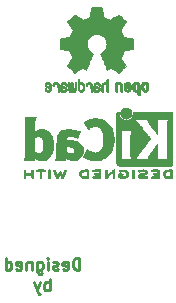
<source format=gbo>
G04 #@! TF.GenerationSoftware,KiCad,Pcbnew,5.0.0-rc2-unknown-6090f90~65~ubuntu18.04.1*
G04 #@! TF.CreationDate,2018-05-28T20:14:59-06:00*
G04 #@! TF.ProjectId,wemos-01,77656D6F732D30312E6B696361645F70,rev?*
G04 #@! TF.SameCoordinates,Original*
G04 #@! TF.FileFunction,Legend,Bot*
G04 #@! TF.FilePolarity,Positive*
%FSLAX46Y46*%
G04 Gerber Fmt 4.6, Leading zero omitted, Abs format (unit mm)*
G04 Created by KiCad (PCBNEW 5.0.0-rc2-unknown-6090f90~65~ubuntu18.04.1) date Mon May 28 20:14:59 2018*
%MOMM*%
%LPD*%
G01*
G04 APERTURE LIST*
%ADD10C,0.250000*%
%ADD11C,0.010000*%
G04 APERTURE END LIST*
D10*
X137866047Y-108416380D02*
X137866047Y-107416380D01*
X137627952Y-107416380D01*
X137485095Y-107464000D01*
X137389857Y-107559238D01*
X137342238Y-107654476D01*
X137294619Y-107844952D01*
X137294619Y-107987809D01*
X137342238Y-108178285D01*
X137389857Y-108273523D01*
X137485095Y-108368761D01*
X137627952Y-108416380D01*
X137866047Y-108416380D01*
X136485095Y-108368761D02*
X136580333Y-108416380D01*
X136770809Y-108416380D01*
X136866047Y-108368761D01*
X136913666Y-108273523D01*
X136913666Y-107892571D01*
X136866047Y-107797333D01*
X136770809Y-107749714D01*
X136580333Y-107749714D01*
X136485095Y-107797333D01*
X136437476Y-107892571D01*
X136437476Y-107987809D01*
X136913666Y-108083047D01*
X136056523Y-108368761D02*
X135961285Y-108416380D01*
X135770809Y-108416380D01*
X135675571Y-108368761D01*
X135627952Y-108273523D01*
X135627952Y-108225904D01*
X135675571Y-108130666D01*
X135770809Y-108083047D01*
X135913666Y-108083047D01*
X136008904Y-108035428D01*
X136056523Y-107940190D01*
X136056523Y-107892571D01*
X136008904Y-107797333D01*
X135913666Y-107749714D01*
X135770809Y-107749714D01*
X135675571Y-107797333D01*
X135199380Y-108416380D02*
X135199380Y-107749714D01*
X135199380Y-107416380D02*
X135247000Y-107464000D01*
X135199380Y-107511619D01*
X135151761Y-107464000D01*
X135199380Y-107416380D01*
X135199380Y-107511619D01*
X134294619Y-107749714D02*
X134294619Y-108559238D01*
X134342238Y-108654476D01*
X134389857Y-108702095D01*
X134485095Y-108749714D01*
X134627952Y-108749714D01*
X134723190Y-108702095D01*
X134294619Y-108368761D02*
X134389857Y-108416380D01*
X134580333Y-108416380D01*
X134675571Y-108368761D01*
X134723190Y-108321142D01*
X134770809Y-108225904D01*
X134770809Y-107940190D01*
X134723190Y-107844952D01*
X134675571Y-107797333D01*
X134580333Y-107749714D01*
X134389857Y-107749714D01*
X134294619Y-107797333D01*
X133818428Y-107749714D02*
X133818428Y-108416380D01*
X133818428Y-107844952D02*
X133770809Y-107797333D01*
X133675571Y-107749714D01*
X133532714Y-107749714D01*
X133437476Y-107797333D01*
X133389857Y-107892571D01*
X133389857Y-108416380D01*
X132532714Y-108368761D02*
X132627952Y-108416380D01*
X132818428Y-108416380D01*
X132913666Y-108368761D01*
X132961285Y-108273523D01*
X132961285Y-107892571D01*
X132913666Y-107797333D01*
X132818428Y-107749714D01*
X132627952Y-107749714D01*
X132532714Y-107797333D01*
X132485095Y-107892571D01*
X132485095Y-107987809D01*
X132961285Y-108083047D01*
X131627952Y-108416380D02*
X131627952Y-107416380D01*
X131627952Y-108368761D02*
X131723190Y-108416380D01*
X131913666Y-108416380D01*
X132008904Y-108368761D01*
X132056523Y-108321142D01*
X132104142Y-108225904D01*
X132104142Y-107940190D01*
X132056523Y-107844952D01*
X132008904Y-107797333D01*
X131913666Y-107749714D01*
X131723190Y-107749714D01*
X131627952Y-107797333D01*
X135342238Y-110166380D02*
X135342238Y-109166380D01*
X135342238Y-109547333D02*
X135247000Y-109499714D01*
X135056523Y-109499714D01*
X134961285Y-109547333D01*
X134913666Y-109594952D01*
X134866047Y-109690190D01*
X134866047Y-109975904D01*
X134913666Y-110071142D01*
X134961285Y-110118761D01*
X135056523Y-110166380D01*
X135247000Y-110166380D01*
X135342238Y-110118761D01*
X134532714Y-109499714D02*
X134294619Y-110166380D01*
X134056523Y-109499714D02*
X134294619Y-110166380D01*
X134389857Y-110404476D01*
X134437476Y-110452095D01*
X134532714Y-110499714D01*
D11*
G04 #@! TO.C,REF\002A\002A*
G36*
X141719043Y-94689571D02*
X141622768Y-94713809D01*
X141536184Y-94756641D01*
X141461373Y-94816419D01*
X141400418Y-94891494D01*
X141355399Y-94980220D01*
X141329136Y-95076530D01*
X141323286Y-95173795D01*
X141338140Y-95267654D01*
X141371840Y-95355511D01*
X141422528Y-95434770D01*
X141488345Y-95502836D01*
X141567434Y-95557112D01*
X141657934Y-95595002D01*
X141709200Y-95607426D01*
X141753698Y-95614947D01*
X141787999Y-95617919D01*
X141820960Y-95616094D01*
X141861434Y-95609225D01*
X141894531Y-95602250D01*
X141987947Y-95570741D01*
X142071619Y-95519617D01*
X142143665Y-95450429D01*
X142202200Y-95364728D01*
X142216148Y-95337489D01*
X142232586Y-95301122D01*
X142242894Y-95270582D01*
X142248460Y-95238450D01*
X142250669Y-95197307D01*
X142250948Y-95151222D01*
X142246861Y-95066865D01*
X142233446Y-94997586D01*
X142208256Y-94936961D01*
X142168846Y-94878567D01*
X142130298Y-94834302D01*
X142058406Y-94768484D01*
X141983313Y-94723053D01*
X141900562Y-94695850D01*
X141822928Y-94685576D01*
X141719043Y-94689571D01*
X141719043Y-94689571D01*
G37*
X141719043Y-94689571D02*
X141622768Y-94713809D01*
X141536184Y-94756641D01*
X141461373Y-94816419D01*
X141400418Y-94891494D01*
X141355399Y-94980220D01*
X141329136Y-95076530D01*
X141323286Y-95173795D01*
X141338140Y-95267654D01*
X141371840Y-95355511D01*
X141422528Y-95434770D01*
X141488345Y-95502836D01*
X141567434Y-95557112D01*
X141657934Y-95595002D01*
X141709200Y-95607426D01*
X141753698Y-95614947D01*
X141787999Y-95617919D01*
X141820960Y-95616094D01*
X141861434Y-95609225D01*
X141894531Y-95602250D01*
X141987947Y-95570741D01*
X142071619Y-95519617D01*
X142143665Y-95450429D01*
X142202200Y-95364728D01*
X142216148Y-95337489D01*
X142232586Y-95301122D01*
X142242894Y-95270582D01*
X142248460Y-95238450D01*
X142250669Y-95197307D01*
X142250948Y-95151222D01*
X142246861Y-95066865D01*
X142233446Y-94997586D01*
X142208256Y-94936961D01*
X142168846Y-94878567D01*
X142130298Y-94834302D01*
X142058406Y-94768484D01*
X141983313Y-94723053D01*
X141900562Y-94695850D01*
X141822928Y-94685576D01*
X141719043Y-94689571D01*
G36*
X133259493Y-97135245D02*
X133259474Y-97369662D01*
X133259448Y-97582603D01*
X133259375Y-97775168D01*
X133259218Y-97948459D01*
X133258936Y-98103576D01*
X133258491Y-98241620D01*
X133257844Y-98363692D01*
X133256955Y-98470894D01*
X133255787Y-98564326D01*
X133254299Y-98645090D01*
X133252454Y-98714286D01*
X133250211Y-98773015D01*
X133247531Y-98822379D01*
X133244377Y-98863478D01*
X133240708Y-98897413D01*
X133236487Y-98925286D01*
X133231673Y-98948198D01*
X133226227Y-98967249D01*
X133220112Y-98983540D01*
X133213288Y-98998173D01*
X133205715Y-99012249D01*
X133197355Y-99026868D01*
X133192161Y-99035974D01*
X133157896Y-99096689D01*
X134016045Y-99096689D01*
X134016045Y-99000733D01*
X134016776Y-98957370D01*
X134018728Y-98924205D01*
X134021537Y-98906424D01*
X134022779Y-98904778D01*
X134034201Y-98911662D01*
X134056916Y-98929505D01*
X134079615Y-98948879D01*
X134134200Y-98989614D01*
X134203679Y-99030617D01*
X134280730Y-99068123D01*
X134358035Y-99098364D01*
X134388887Y-99108012D01*
X134457384Y-99122578D01*
X134540236Y-99132539D01*
X134629629Y-99137583D01*
X134717752Y-99137396D01*
X134796793Y-99131666D01*
X134834489Y-99125858D01*
X134972586Y-99087797D01*
X135099887Y-99030073D01*
X135215708Y-98953211D01*
X135319363Y-98857739D01*
X135410167Y-98744179D01*
X135476969Y-98633381D01*
X135531836Y-98516625D01*
X135573837Y-98397276D01*
X135603833Y-98271283D01*
X135622689Y-98134594D01*
X135631268Y-97983158D01*
X135631994Y-97905711D01*
X135629900Y-97848934D01*
X134800783Y-97848934D01*
X134800576Y-97942002D01*
X134797663Y-98029692D01*
X134792000Y-98106772D01*
X134783545Y-98168009D01*
X134780962Y-98180350D01*
X134749160Y-98287633D01*
X134707502Y-98374658D01*
X134655637Y-98441642D01*
X134593219Y-98488805D01*
X134519900Y-98516365D01*
X134435331Y-98524541D01*
X134339165Y-98513551D01*
X134275689Y-98497829D01*
X134226546Y-98479639D01*
X134172417Y-98453791D01*
X134131756Y-98430089D01*
X134061200Y-98383721D01*
X134061200Y-97233530D01*
X134128608Y-97189962D01*
X134207133Y-97149040D01*
X134291319Y-97122389D01*
X134376443Y-97110465D01*
X134457784Y-97113722D01*
X134530620Y-97132615D01*
X134562574Y-97148184D01*
X134620499Y-97191181D01*
X134669456Y-97247953D01*
X134710610Y-97320575D01*
X134745126Y-97411121D01*
X134774167Y-97521666D01*
X134775448Y-97527533D01*
X134785619Y-97589788D01*
X134793261Y-97667594D01*
X134798330Y-97755720D01*
X134800783Y-97848934D01*
X135629900Y-97848934D01*
X135624143Y-97692895D01*
X135602198Y-97497059D01*
X135566214Y-97318332D01*
X135516241Y-97156845D01*
X135452332Y-97012726D01*
X135374538Y-96886106D01*
X135282911Y-96777115D01*
X135177503Y-96685883D01*
X135132338Y-96654932D01*
X135031389Y-96598785D01*
X134928099Y-96559174D01*
X134818011Y-96535014D01*
X134696670Y-96525219D01*
X134604164Y-96526265D01*
X134474510Y-96537231D01*
X134361916Y-96559046D01*
X134263125Y-96592714D01*
X134174879Y-96639236D01*
X134126014Y-96673448D01*
X134096647Y-96695362D01*
X134074957Y-96710333D01*
X134066747Y-96714733D01*
X134065132Y-96703904D01*
X134063841Y-96673251D01*
X134062862Y-96625526D01*
X134062183Y-96563479D01*
X134061790Y-96489862D01*
X134061670Y-96407427D01*
X134061812Y-96318925D01*
X134062203Y-96227107D01*
X134062829Y-96134724D01*
X134063680Y-96044528D01*
X134064740Y-95959271D01*
X134065999Y-95881703D01*
X134067444Y-95814576D01*
X134069062Y-95760641D01*
X134070839Y-95722650D01*
X134071331Y-95715667D01*
X134078908Y-95645251D01*
X134090469Y-95590102D01*
X134108208Y-95542981D01*
X134134318Y-95496647D01*
X134140585Y-95487067D01*
X134165017Y-95450378D01*
X133259689Y-95450378D01*
X133259493Y-97135245D01*
X133259493Y-97135245D01*
G37*
X133259493Y-97135245D02*
X133259474Y-97369662D01*
X133259448Y-97582603D01*
X133259375Y-97775168D01*
X133259218Y-97948459D01*
X133258936Y-98103576D01*
X133258491Y-98241620D01*
X133257844Y-98363692D01*
X133256955Y-98470894D01*
X133255787Y-98564326D01*
X133254299Y-98645090D01*
X133252454Y-98714286D01*
X133250211Y-98773015D01*
X133247531Y-98822379D01*
X133244377Y-98863478D01*
X133240708Y-98897413D01*
X133236487Y-98925286D01*
X133231673Y-98948198D01*
X133226227Y-98967249D01*
X133220112Y-98983540D01*
X133213288Y-98998173D01*
X133205715Y-99012249D01*
X133197355Y-99026868D01*
X133192161Y-99035974D01*
X133157896Y-99096689D01*
X134016045Y-99096689D01*
X134016045Y-99000733D01*
X134016776Y-98957370D01*
X134018728Y-98924205D01*
X134021537Y-98906424D01*
X134022779Y-98904778D01*
X134034201Y-98911662D01*
X134056916Y-98929505D01*
X134079615Y-98948879D01*
X134134200Y-98989614D01*
X134203679Y-99030617D01*
X134280730Y-99068123D01*
X134358035Y-99098364D01*
X134388887Y-99108012D01*
X134457384Y-99122578D01*
X134540236Y-99132539D01*
X134629629Y-99137583D01*
X134717752Y-99137396D01*
X134796793Y-99131666D01*
X134834489Y-99125858D01*
X134972586Y-99087797D01*
X135099887Y-99030073D01*
X135215708Y-98953211D01*
X135319363Y-98857739D01*
X135410167Y-98744179D01*
X135476969Y-98633381D01*
X135531836Y-98516625D01*
X135573837Y-98397276D01*
X135603833Y-98271283D01*
X135622689Y-98134594D01*
X135631268Y-97983158D01*
X135631994Y-97905711D01*
X135629900Y-97848934D01*
X134800783Y-97848934D01*
X134800576Y-97942002D01*
X134797663Y-98029692D01*
X134792000Y-98106772D01*
X134783545Y-98168009D01*
X134780962Y-98180350D01*
X134749160Y-98287633D01*
X134707502Y-98374658D01*
X134655637Y-98441642D01*
X134593219Y-98488805D01*
X134519900Y-98516365D01*
X134435331Y-98524541D01*
X134339165Y-98513551D01*
X134275689Y-98497829D01*
X134226546Y-98479639D01*
X134172417Y-98453791D01*
X134131756Y-98430089D01*
X134061200Y-98383721D01*
X134061200Y-97233530D01*
X134128608Y-97189962D01*
X134207133Y-97149040D01*
X134291319Y-97122389D01*
X134376443Y-97110465D01*
X134457784Y-97113722D01*
X134530620Y-97132615D01*
X134562574Y-97148184D01*
X134620499Y-97191181D01*
X134669456Y-97247953D01*
X134710610Y-97320575D01*
X134745126Y-97411121D01*
X134774167Y-97521666D01*
X134775448Y-97527533D01*
X134785619Y-97589788D01*
X134793261Y-97667594D01*
X134798330Y-97755720D01*
X134800783Y-97848934D01*
X135629900Y-97848934D01*
X135624143Y-97692895D01*
X135602198Y-97497059D01*
X135566214Y-97318332D01*
X135516241Y-97156845D01*
X135452332Y-97012726D01*
X135374538Y-96886106D01*
X135282911Y-96777115D01*
X135177503Y-96685883D01*
X135132338Y-96654932D01*
X135031389Y-96598785D01*
X134928099Y-96559174D01*
X134818011Y-96535014D01*
X134696670Y-96525219D01*
X134604164Y-96526265D01*
X134474510Y-96537231D01*
X134361916Y-96559046D01*
X134263125Y-96592714D01*
X134174879Y-96639236D01*
X134126014Y-96673448D01*
X134096647Y-96695362D01*
X134074957Y-96710333D01*
X134066747Y-96714733D01*
X134065132Y-96703904D01*
X134063841Y-96673251D01*
X134062862Y-96625526D01*
X134062183Y-96563479D01*
X134061790Y-96489862D01*
X134061670Y-96407427D01*
X134061812Y-96318925D01*
X134062203Y-96227107D01*
X134062829Y-96134724D01*
X134063680Y-96044528D01*
X134064740Y-95959271D01*
X134065999Y-95881703D01*
X134067444Y-95814576D01*
X134069062Y-95760641D01*
X134070839Y-95722650D01*
X134071331Y-95715667D01*
X134078908Y-95645251D01*
X134090469Y-95590102D01*
X134108208Y-95542981D01*
X134134318Y-95496647D01*
X134140585Y-95487067D01*
X134165017Y-95450378D01*
X133259689Y-95450378D01*
X133259493Y-97135245D01*
G36*
X136772426Y-96529552D02*
X136620508Y-96549567D01*
X136485244Y-96583202D01*
X136365761Y-96630725D01*
X136261185Y-96692405D01*
X136183576Y-96755965D01*
X136114735Y-96830099D01*
X136060994Y-96909871D01*
X136018090Y-97002091D01*
X136002616Y-97045161D01*
X135989756Y-97084142D01*
X135978554Y-97120289D01*
X135968880Y-97155434D01*
X135960604Y-97191410D01*
X135953597Y-97230050D01*
X135947728Y-97273185D01*
X135942869Y-97322649D01*
X135938890Y-97380273D01*
X135935660Y-97447891D01*
X135933051Y-97527334D01*
X135930933Y-97620436D01*
X135929176Y-97729027D01*
X135927651Y-97854942D01*
X135926228Y-98000012D01*
X135924975Y-98142778D01*
X135923649Y-98298968D01*
X135922444Y-98434239D01*
X135921234Y-98550246D01*
X135919894Y-98648645D01*
X135918300Y-98731093D01*
X135916325Y-98799246D01*
X135913844Y-98854760D01*
X135910731Y-98899292D01*
X135906862Y-98934498D01*
X135902111Y-98962034D01*
X135896352Y-98983556D01*
X135889461Y-99000722D01*
X135881311Y-99015186D01*
X135871777Y-99028606D01*
X135860734Y-99042638D01*
X135856434Y-99048071D01*
X135840614Y-99070910D01*
X135833578Y-99086463D01*
X135833556Y-99086922D01*
X135844433Y-99089121D01*
X135875418Y-99091147D01*
X135924043Y-99092942D01*
X135987837Y-99094451D01*
X136064331Y-99095616D01*
X136151056Y-99096380D01*
X136245543Y-99096686D01*
X136256450Y-99096689D01*
X136679343Y-99096689D01*
X136682605Y-99000622D01*
X136685867Y-98904556D01*
X136747956Y-98955543D01*
X136845286Y-99023057D01*
X136955187Y-99077749D01*
X137041651Y-99107978D01*
X137110722Y-99122666D01*
X137194075Y-99132659D01*
X137283841Y-99137646D01*
X137372155Y-99137313D01*
X137451149Y-99131351D01*
X137487378Y-99125638D01*
X137627397Y-99087776D01*
X137753822Y-99032932D01*
X137865740Y-98961924D01*
X137962238Y-98875568D01*
X138042400Y-98774679D01*
X138105313Y-98660076D01*
X138149688Y-98533984D01*
X138162022Y-98477401D01*
X138169632Y-98415202D01*
X138173261Y-98340363D01*
X138173755Y-98306467D01*
X138173690Y-98303282D01*
X137413752Y-98303282D01*
X137404459Y-98378333D01*
X137376272Y-98442160D01*
X137327803Y-98497798D01*
X137322746Y-98502211D01*
X137274452Y-98537037D01*
X137222743Y-98559620D01*
X137162011Y-98571540D01*
X137086648Y-98574383D01*
X137068541Y-98573978D01*
X137014722Y-98571325D01*
X136974692Y-98565909D01*
X136939676Y-98555745D01*
X136900897Y-98538850D01*
X136890255Y-98533672D01*
X136829604Y-98497844D01*
X136782785Y-98455212D01*
X136770048Y-98439973D01*
X136725378Y-98383462D01*
X136725378Y-98187586D01*
X136725914Y-98108939D01*
X136727604Y-98050988D01*
X136730572Y-98011875D01*
X136734943Y-97989741D01*
X136739028Y-97983274D01*
X136754953Y-97980111D01*
X136788736Y-97977488D01*
X136835660Y-97975655D01*
X136891007Y-97974857D01*
X136899894Y-97974842D01*
X137020670Y-97980096D01*
X137123340Y-97996263D01*
X137209894Y-98023961D01*
X137282319Y-98063808D01*
X137337249Y-98110758D01*
X137381796Y-98168645D01*
X137406520Y-98231693D01*
X137413752Y-98303282D01*
X138173690Y-98303282D01*
X138171822Y-98212712D01*
X138163478Y-98133812D01*
X138147232Y-98062590D01*
X138121595Y-97991864D01*
X138097599Y-97939493D01*
X138038980Y-97844196D01*
X137960883Y-97756170D01*
X137865685Y-97677017D01*
X137755762Y-97608340D01*
X137633490Y-97551741D01*
X137501245Y-97508821D01*
X137436578Y-97493882D01*
X137300396Y-97471777D01*
X137151951Y-97457194D01*
X137000495Y-97450813D01*
X136873936Y-97452445D01*
X136712050Y-97459224D01*
X136719470Y-97400245D01*
X136738762Y-97301092D01*
X136769896Y-97220372D01*
X136813731Y-97157466D01*
X136871129Y-97111756D01*
X136942952Y-97082622D01*
X137030059Y-97069447D01*
X137133314Y-97071611D01*
X137171289Y-97075612D01*
X137312480Y-97100780D01*
X137449293Y-97141814D01*
X137543822Y-97179815D01*
X137588982Y-97199190D01*
X137627415Y-97214760D01*
X137653766Y-97224405D01*
X137661454Y-97226452D01*
X137671198Y-97217374D01*
X137687917Y-97188405D01*
X137711768Y-97139217D01*
X137742907Y-97069484D01*
X137781493Y-96978879D01*
X137788090Y-96963089D01*
X137818147Y-96890772D01*
X137845126Y-96825425D01*
X137867864Y-96769906D01*
X137885194Y-96727072D01*
X137895952Y-96699781D01*
X137899059Y-96690942D01*
X137889060Y-96686187D01*
X137862783Y-96680910D01*
X137834511Y-96677231D01*
X137804354Y-96672474D01*
X137756567Y-96663028D01*
X137695388Y-96649820D01*
X137625054Y-96633776D01*
X137549806Y-96615820D01*
X137521245Y-96608797D01*
X137416184Y-96583209D01*
X137328520Y-96563147D01*
X137253932Y-96547969D01*
X137188097Y-96537035D01*
X137126693Y-96529704D01*
X137065398Y-96525335D01*
X136999890Y-96523287D01*
X136941872Y-96522889D01*
X136772426Y-96529552D01*
X136772426Y-96529552D01*
G37*
X136772426Y-96529552D02*
X136620508Y-96549567D01*
X136485244Y-96583202D01*
X136365761Y-96630725D01*
X136261185Y-96692405D01*
X136183576Y-96755965D01*
X136114735Y-96830099D01*
X136060994Y-96909871D01*
X136018090Y-97002091D01*
X136002616Y-97045161D01*
X135989756Y-97084142D01*
X135978554Y-97120289D01*
X135968880Y-97155434D01*
X135960604Y-97191410D01*
X135953597Y-97230050D01*
X135947728Y-97273185D01*
X135942869Y-97322649D01*
X135938890Y-97380273D01*
X135935660Y-97447891D01*
X135933051Y-97527334D01*
X135930933Y-97620436D01*
X135929176Y-97729027D01*
X135927651Y-97854942D01*
X135926228Y-98000012D01*
X135924975Y-98142778D01*
X135923649Y-98298968D01*
X135922444Y-98434239D01*
X135921234Y-98550246D01*
X135919894Y-98648645D01*
X135918300Y-98731093D01*
X135916325Y-98799246D01*
X135913844Y-98854760D01*
X135910731Y-98899292D01*
X135906862Y-98934498D01*
X135902111Y-98962034D01*
X135896352Y-98983556D01*
X135889461Y-99000722D01*
X135881311Y-99015186D01*
X135871777Y-99028606D01*
X135860734Y-99042638D01*
X135856434Y-99048071D01*
X135840614Y-99070910D01*
X135833578Y-99086463D01*
X135833556Y-99086922D01*
X135844433Y-99089121D01*
X135875418Y-99091147D01*
X135924043Y-99092942D01*
X135987837Y-99094451D01*
X136064331Y-99095616D01*
X136151056Y-99096380D01*
X136245543Y-99096686D01*
X136256450Y-99096689D01*
X136679343Y-99096689D01*
X136682605Y-99000622D01*
X136685867Y-98904556D01*
X136747956Y-98955543D01*
X136845286Y-99023057D01*
X136955187Y-99077749D01*
X137041651Y-99107978D01*
X137110722Y-99122666D01*
X137194075Y-99132659D01*
X137283841Y-99137646D01*
X137372155Y-99137313D01*
X137451149Y-99131351D01*
X137487378Y-99125638D01*
X137627397Y-99087776D01*
X137753822Y-99032932D01*
X137865740Y-98961924D01*
X137962238Y-98875568D01*
X138042400Y-98774679D01*
X138105313Y-98660076D01*
X138149688Y-98533984D01*
X138162022Y-98477401D01*
X138169632Y-98415202D01*
X138173261Y-98340363D01*
X138173755Y-98306467D01*
X138173690Y-98303282D01*
X137413752Y-98303282D01*
X137404459Y-98378333D01*
X137376272Y-98442160D01*
X137327803Y-98497798D01*
X137322746Y-98502211D01*
X137274452Y-98537037D01*
X137222743Y-98559620D01*
X137162011Y-98571540D01*
X137086648Y-98574383D01*
X137068541Y-98573978D01*
X137014722Y-98571325D01*
X136974692Y-98565909D01*
X136939676Y-98555745D01*
X136900897Y-98538850D01*
X136890255Y-98533672D01*
X136829604Y-98497844D01*
X136782785Y-98455212D01*
X136770048Y-98439973D01*
X136725378Y-98383462D01*
X136725378Y-98187586D01*
X136725914Y-98108939D01*
X136727604Y-98050988D01*
X136730572Y-98011875D01*
X136734943Y-97989741D01*
X136739028Y-97983274D01*
X136754953Y-97980111D01*
X136788736Y-97977488D01*
X136835660Y-97975655D01*
X136891007Y-97974857D01*
X136899894Y-97974842D01*
X137020670Y-97980096D01*
X137123340Y-97996263D01*
X137209894Y-98023961D01*
X137282319Y-98063808D01*
X137337249Y-98110758D01*
X137381796Y-98168645D01*
X137406520Y-98231693D01*
X137413752Y-98303282D01*
X138173690Y-98303282D01*
X138171822Y-98212712D01*
X138163478Y-98133812D01*
X138147232Y-98062590D01*
X138121595Y-97991864D01*
X138097599Y-97939493D01*
X138038980Y-97844196D01*
X137960883Y-97756170D01*
X137865685Y-97677017D01*
X137755762Y-97608340D01*
X137633490Y-97551741D01*
X137501245Y-97508821D01*
X137436578Y-97493882D01*
X137300396Y-97471777D01*
X137151951Y-97457194D01*
X137000495Y-97450813D01*
X136873936Y-97452445D01*
X136712050Y-97459224D01*
X136719470Y-97400245D01*
X136738762Y-97301092D01*
X136769896Y-97220372D01*
X136813731Y-97157466D01*
X136871129Y-97111756D01*
X136942952Y-97082622D01*
X137030059Y-97069447D01*
X137133314Y-97071611D01*
X137171289Y-97075612D01*
X137312480Y-97100780D01*
X137449293Y-97141814D01*
X137543822Y-97179815D01*
X137588982Y-97199190D01*
X137627415Y-97214760D01*
X137653766Y-97224405D01*
X137661454Y-97226452D01*
X137671198Y-97217374D01*
X137687917Y-97188405D01*
X137711768Y-97139217D01*
X137742907Y-97069484D01*
X137781493Y-96978879D01*
X137788090Y-96963089D01*
X137818147Y-96890772D01*
X137845126Y-96825425D01*
X137867864Y-96769906D01*
X137885194Y-96727072D01*
X137895952Y-96699781D01*
X137899059Y-96690942D01*
X137889060Y-96686187D01*
X137862783Y-96680910D01*
X137834511Y-96677231D01*
X137804354Y-96672474D01*
X137756567Y-96663028D01*
X137695388Y-96649820D01*
X137625054Y-96633776D01*
X137549806Y-96615820D01*
X137521245Y-96608797D01*
X137416184Y-96583209D01*
X137328520Y-96563147D01*
X137253932Y-96547969D01*
X137188097Y-96537035D01*
X137126693Y-96529704D01*
X137065398Y-96525335D01*
X136999890Y-96523287D01*
X136941872Y-96522889D01*
X136772426Y-96529552D01*
G36*
X139117571Y-95612071D02*
X138957430Y-95633245D01*
X138793490Y-95673385D01*
X138623687Y-95732889D01*
X138445957Y-95812154D01*
X138434690Y-95817699D01*
X138376995Y-95845725D01*
X138325448Y-95869802D01*
X138283809Y-95888249D01*
X138255838Y-95899386D01*
X138246267Y-95901933D01*
X138227050Y-95906941D01*
X138222439Y-95911147D01*
X138227542Y-95921580D01*
X138243582Y-95947868D01*
X138268712Y-95987257D01*
X138301086Y-96036991D01*
X138338857Y-96094315D01*
X138380178Y-96156476D01*
X138423202Y-96220718D01*
X138466083Y-96284285D01*
X138506974Y-96344425D01*
X138544029Y-96398380D01*
X138575400Y-96443397D01*
X138599241Y-96476721D01*
X138613706Y-96495597D01*
X138615691Y-96497787D01*
X138625809Y-96493138D01*
X138648150Y-96475962D01*
X138678720Y-96449440D01*
X138694464Y-96434964D01*
X138790953Y-96359682D01*
X138897664Y-96304241D01*
X139013168Y-96269141D01*
X139136038Y-96254880D01*
X139205439Y-96256051D01*
X139326577Y-96273212D01*
X139435795Y-96309094D01*
X139533418Y-96363959D01*
X139619772Y-96438070D01*
X139695185Y-96531688D01*
X139759982Y-96645076D01*
X139797399Y-96731667D01*
X139841252Y-96867366D01*
X139873572Y-97014850D01*
X139894443Y-97170314D01*
X139903949Y-97329956D01*
X139902173Y-97489973D01*
X139889197Y-97646561D01*
X139865106Y-97795918D01*
X139829982Y-97934240D01*
X139783908Y-98057724D01*
X139767627Y-98091978D01*
X139699380Y-98206064D01*
X139618921Y-98302557D01*
X139527430Y-98380670D01*
X139426089Y-98439617D01*
X139316080Y-98478612D01*
X139198585Y-98496868D01*
X139157117Y-98498211D01*
X139035559Y-98487290D01*
X138915122Y-98454474D01*
X138797334Y-98400439D01*
X138683723Y-98325865D01*
X138592315Y-98247539D01*
X138545785Y-98203008D01*
X138364517Y-98500271D01*
X138319420Y-98574433D01*
X138278181Y-98642646D01*
X138242265Y-98702459D01*
X138213134Y-98751420D01*
X138192250Y-98787079D01*
X138181076Y-98806984D01*
X138179625Y-98810079D01*
X138187854Y-98819718D01*
X138213433Y-98836999D01*
X138253127Y-98860283D01*
X138303703Y-98887934D01*
X138361926Y-98918315D01*
X138424563Y-98949790D01*
X138488379Y-98980722D01*
X138550140Y-99009473D01*
X138606612Y-99034408D01*
X138654562Y-99053889D01*
X138678014Y-99062318D01*
X138811779Y-99100133D01*
X138949673Y-99125136D01*
X139097378Y-99138140D01*
X139224167Y-99140468D01*
X139292122Y-99139373D01*
X139357723Y-99137275D01*
X139415153Y-99134434D01*
X139458597Y-99131106D01*
X139472702Y-99129422D01*
X139611716Y-99100587D01*
X139753243Y-99055468D01*
X139890725Y-98996750D01*
X140017606Y-98927120D01*
X140095111Y-98874441D01*
X140222519Y-98766239D01*
X140340822Y-98639671D01*
X140447828Y-98497866D01*
X140541348Y-98343951D01*
X140619190Y-98181053D01*
X140663044Y-98063756D01*
X140713292Y-97880128D01*
X140746791Y-97685581D01*
X140763551Y-97484325D01*
X140763584Y-97280568D01*
X140746899Y-97078521D01*
X140713507Y-96882392D01*
X140663420Y-96696391D01*
X140659603Y-96684803D01*
X140596719Y-96522750D01*
X140519972Y-96374832D01*
X140426758Y-96236865D01*
X140314473Y-96104661D01*
X140270608Y-96059399D01*
X140134466Y-95935457D01*
X139994509Y-95832915D01*
X139848589Y-95750656D01*
X139694558Y-95687564D01*
X139530268Y-95642523D01*
X139434711Y-95625033D01*
X139275977Y-95609466D01*
X139117571Y-95612071D01*
X139117571Y-95612071D01*
G37*
X139117571Y-95612071D02*
X138957430Y-95633245D01*
X138793490Y-95673385D01*
X138623687Y-95732889D01*
X138445957Y-95812154D01*
X138434690Y-95817699D01*
X138376995Y-95845725D01*
X138325448Y-95869802D01*
X138283809Y-95888249D01*
X138255838Y-95899386D01*
X138246267Y-95901933D01*
X138227050Y-95906941D01*
X138222439Y-95911147D01*
X138227542Y-95921580D01*
X138243582Y-95947868D01*
X138268712Y-95987257D01*
X138301086Y-96036991D01*
X138338857Y-96094315D01*
X138380178Y-96156476D01*
X138423202Y-96220718D01*
X138466083Y-96284285D01*
X138506974Y-96344425D01*
X138544029Y-96398380D01*
X138575400Y-96443397D01*
X138599241Y-96476721D01*
X138613706Y-96495597D01*
X138615691Y-96497787D01*
X138625809Y-96493138D01*
X138648150Y-96475962D01*
X138678720Y-96449440D01*
X138694464Y-96434964D01*
X138790953Y-96359682D01*
X138897664Y-96304241D01*
X139013168Y-96269141D01*
X139136038Y-96254880D01*
X139205439Y-96256051D01*
X139326577Y-96273212D01*
X139435795Y-96309094D01*
X139533418Y-96363959D01*
X139619772Y-96438070D01*
X139695185Y-96531688D01*
X139759982Y-96645076D01*
X139797399Y-96731667D01*
X139841252Y-96867366D01*
X139873572Y-97014850D01*
X139894443Y-97170314D01*
X139903949Y-97329956D01*
X139902173Y-97489973D01*
X139889197Y-97646561D01*
X139865106Y-97795918D01*
X139829982Y-97934240D01*
X139783908Y-98057724D01*
X139767627Y-98091978D01*
X139699380Y-98206064D01*
X139618921Y-98302557D01*
X139527430Y-98380670D01*
X139426089Y-98439617D01*
X139316080Y-98478612D01*
X139198585Y-98496868D01*
X139157117Y-98498211D01*
X139035559Y-98487290D01*
X138915122Y-98454474D01*
X138797334Y-98400439D01*
X138683723Y-98325865D01*
X138592315Y-98247539D01*
X138545785Y-98203008D01*
X138364517Y-98500271D01*
X138319420Y-98574433D01*
X138278181Y-98642646D01*
X138242265Y-98702459D01*
X138213134Y-98751420D01*
X138192250Y-98787079D01*
X138181076Y-98806984D01*
X138179625Y-98810079D01*
X138187854Y-98819718D01*
X138213433Y-98836999D01*
X138253127Y-98860283D01*
X138303703Y-98887934D01*
X138361926Y-98918315D01*
X138424563Y-98949790D01*
X138488379Y-98980722D01*
X138550140Y-99009473D01*
X138606612Y-99034408D01*
X138654562Y-99053889D01*
X138678014Y-99062318D01*
X138811779Y-99100133D01*
X138949673Y-99125136D01*
X139097378Y-99138140D01*
X139224167Y-99140468D01*
X139292122Y-99139373D01*
X139357723Y-99137275D01*
X139415153Y-99134434D01*
X139458597Y-99131106D01*
X139472702Y-99129422D01*
X139611716Y-99100587D01*
X139753243Y-99055468D01*
X139890725Y-98996750D01*
X140017606Y-98927120D01*
X140095111Y-98874441D01*
X140222519Y-98766239D01*
X140340822Y-98639671D01*
X140447828Y-98497866D01*
X140541348Y-98343951D01*
X140619190Y-98181053D01*
X140663044Y-98063756D01*
X140713292Y-97880128D01*
X140746791Y-97685581D01*
X140763551Y-97484325D01*
X140763584Y-97280568D01*
X140746899Y-97078521D01*
X140713507Y-96882392D01*
X140663420Y-96696391D01*
X140659603Y-96684803D01*
X140596719Y-96522750D01*
X140519972Y-96374832D01*
X140426758Y-96236865D01*
X140314473Y-96104661D01*
X140270608Y-96059399D01*
X140134466Y-95935457D01*
X139994509Y-95832915D01*
X139848589Y-95750656D01*
X139694558Y-95687564D01*
X139530268Y-95642523D01*
X139434711Y-95625033D01*
X139275977Y-95609466D01*
X139117571Y-95612071D01*
G36*
X142392400Y-95152054D02*
X142381535Y-95265993D01*
X142349918Y-95373616D01*
X142299015Y-95472615D01*
X142230293Y-95560684D01*
X142145219Y-95635516D01*
X142048232Y-95693384D01*
X141941964Y-95733005D01*
X141834950Y-95751573D01*
X141729300Y-95750434D01*
X141627125Y-95730930D01*
X141530534Y-95694406D01*
X141441638Y-95642205D01*
X141362546Y-95575673D01*
X141295369Y-95496152D01*
X141242217Y-95404987D01*
X141205199Y-95303523D01*
X141186427Y-95193102D01*
X141184489Y-95143206D01*
X141184489Y-95055267D01*
X141132560Y-95055267D01*
X141096253Y-95058111D01*
X141069355Y-95069911D01*
X141042249Y-95093649D01*
X141003867Y-95132031D01*
X141003867Y-97323602D01*
X141003876Y-97585739D01*
X141003908Y-97826241D01*
X141003972Y-98046048D01*
X141004076Y-98246101D01*
X141004227Y-98427344D01*
X141004434Y-98590716D01*
X141004706Y-98737160D01*
X141005050Y-98867617D01*
X141005474Y-98983029D01*
X141005987Y-99084338D01*
X141006597Y-99172484D01*
X141007312Y-99248410D01*
X141008140Y-99313057D01*
X141009089Y-99367367D01*
X141010167Y-99412280D01*
X141011383Y-99448740D01*
X141012745Y-99477687D01*
X141014261Y-99500063D01*
X141015938Y-99516809D01*
X141017786Y-99528868D01*
X141019813Y-99537180D01*
X141022025Y-99542687D01*
X141023108Y-99544537D01*
X141027271Y-99551549D01*
X141030805Y-99557996D01*
X141034635Y-99563900D01*
X141039682Y-99569286D01*
X141046871Y-99574178D01*
X141057123Y-99578598D01*
X141071364Y-99582572D01*
X141090514Y-99586121D01*
X141115499Y-99589270D01*
X141147240Y-99592042D01*
X141186662Y-99594461D01*
X141234686Y-99596551D01*
X141292237Y-99598335D01*
X141360237Y-99599837D01*
X141439610Y-99601080D01*
X141531279Y-99602089D01*
X141636166Y-99602885D01*
X141755196Y-99603494D01*
X141889290Y-99603939D01*
X142039373Y-99604243D01*
X142206367Y-99604430D01*
X142391196Y-99604524D01*
X142594783Y-99604548D01*
X142818050Y-99604525D01*
X143061922Y-99604480D01*
X143327321Y-99604437D01*
X143365704Y-99604432D01*
X143632682Y-99604389D01*
X143878002Y-99604318D01*
X144102583Y-99604213D01*
X144307345Y-99604066D01*
X144493206Y-99603869D01*
X144661088Y-99603616D01*
X144811908Y-99603300D01*
X144946587Y-99602913D01*
X145066044Y-99602447D01*
X145171199Y-99601897D01*
X145262971Y-99601253D01*
X145342279Y-99600511D01*
X145410043Y-99599661D01*
X145467182Y-99598697D01*
X145514617Y-99597611D01*
X145553266Y-99596397D01*
X145584049Y-99595047D01*
X145607885Y-99593555D01*
X145625694Y-99591911D01*
X145638395Y-99590111D01*
X145646908Y-99588145D01*
X145651266Y-99586477D01*
X145659728Y-99582906D01*
X145667497Y-99580270D01*
X145674602Y-99577634D01*
X145681073Y-99574062D01*
X145686939Y-99568621D01*
X145692229Y-99560375D01*
X145696974Y-99548390D01*
X145701202Y-99531731D01*
X145704943Y-99509463D01*
X145708227Y-99480652D01*
X145711083Y-99444363D01*
X145713540Y-99399661D01*
X145715629Y-99345611D01*
X145717378Y-99281279D01*
X145718817Y-99205730D01*
X145719976Y-99118030D01*
X145720883Y-99017243D01*
X145721569Y-98902434D01*
X145722063Y-98772670D01*
X145722395Y-98627015D01*
X145722593Y-98464535D01*
X145722687Y-98284295D01*
X145722708Y-98085360D01*
X145722685Y-97866796D01*
X145722646Y-97627668D01*
X145722622Y-97367040D01*
X145722622Y-97324889D01*
X145722636Y-97061992D01*
X145722661Y-96820732D01*
X145722671Y-96600165D01*
X145722642Y-96399352D01*
X145722548Y-96217349D01*
X145722362Y-96053216D01*
X145722059Y-95906011D01*
X145721614Y-95774792D01*
X145721034Y-95664867D01*
X145418197Y-95664867D01*
X145378407Y-95722711D01*
X145367236Y-95738479D01*
X145357166Y-95752441D01*
X145348138Y-95765784D01*
X145340097Y-95779693D01*
X145332986Y-95795356D01*
X145326747Y-95813958D01*
X145321325Y-95836686D01*
X145316662Y-95864727D01*
X145312701Y-95899267D01*
X145309385Y-95941492D01*
X145306659Y-95992589D01*
X145304464Y-96053744D01*
X145302745Y-96126144D01*
X145301444Y-96210975D01*
X145300505Y-96309422D01*
X145299870Y-96422674D01*
X145299484Y-96551916D01*
X145299288Y-96698334D01*
X145299227Y-96863116D01*
X145299243Y-97047447D01*
X145299280Y-97252513D01*
X145299289Y-97375133D01*
X145299265Y-97592082D01*
X145299231Y-97787642D01*
X145299243Y-97962999D01*
X145299358Y-98119341D01*
X145299630Y-98257857D01*
X145300118Y-98379734D01*
X145300876Y-98486160D01*
X145301962Y-98578322D01*
X145303431Y-98657409D01*
X145305340Y-98724608D01*
X145307744Y-98781107D01*
X145310701Y-98828093D01*
X145314266Y-98866755D01*
X145318495Y-98898280D01*
X145323446Y-98923855D01*
X145329173Y-98944670D01*
X145335733Y-98961911D01*
X145343183Y-98976765D01*
X145351579Y-98990422D01*
X145360976Y-99004069D01*
X145371432Y-99018893D01*
X145377523Y-99027783D01*
X145416296Y-99085400D01*
X144884732Y-99085400D01*
X144761483Y-99085365D01*
X144658987Y-99085215D01*
X144575420Y-99084878D01*
X144508956Y-99084286D01*
X144457771Y-99083367D01*
X144420041Y-99082051D01*
X144393940Y-99080269D01*
X144377644Y-99077951D01*
X144369328Y-99075026D01*
X144367168Y-99071424D01*
X144369339Y-99067075D01*
X144370535Y-99065645D01*
X144395685Y-99028573D01*
X144421583Y-98975772D01*
X144445192Y-98913770D01*
X144453461Y-98887357D01*
X144458078Y-98869416D01*
X144461979Y-98848355D01*
X144465248Y-98822089D01*
X144467966Y-98788532D01*
X144470215Y-98745599D01*
X144472077Y-98691204D01*
X144473636Y-98623262D01*
X144474972Y-98539688D01*
X144476169Y-98438395D01*
X144477308Y-98317300D01*
X144477685Y-98272600D01*
X144478702Y-98147449D01*
X144479460Y-98043082D01*
X144479903Y-97957707D01*
X144479970Y-97889533D01*
X144479605Y-97836765D01*
X144478748Y-97797614D01*
X144477341Y-97770285D01*
X144475325Y-97752986D01*
X144472643Y-97743926D01*
X144469236Y-97741312D01*
X144465044Y-97743351D01*
X144460571Y-97747667D01*
X144450216Y-97760602D01*
X144428158Y-97789676D01*
X144395957Y-97832759D01*
X144355174Y-97887718D01*
X144307370Y-97952423D01*
X144254105Y-98024742D01*
X144196940Y-98102544D01*
X144137437Y-98183698D01*
X144077155Y-98266072D01*
X144017655Y-98347536D01*
X143960498Y-98425957D01*
X143907245Y-98499204D01*
X143859457Y-98565147D01*
X143818693Y-98621654D01*
X143786516Y-98666593D01*
X143764485Y-98697834D01*
X143759917Y-98704466D01*
X143736996Y-98741369D01*
X143710188Y-98789359D01*
X143684789Y-98838897D01*
X143681568Y-98845577D01*
X143659890Y-98893772D01*
X143647304Y-98931334D01*
X143641574Y-98967160D01*
X143640456Y-99009200D01*
X143641090Y-99085400D01*
X142486651Y-99085400D01*
X142577815Y-98991669D01*
X142624612Y-98941775D01*
X142674899Y-98885295D01*
X142720944Y-98831026D01*
X142741369Y-98805673D01*
X142771807Y-98766128D01*
X142811862Y-98712916D01*
X142860361Y-98647667D01*
X142916135Y-98572011D01*
X142978011Y-98487577D01*
X143044819Y-98395994D01*
X143115387Y-98298892D01*
X143188545Y-98197901D01*
X143263121Y-98094650D01*
X143337944Y-97990768D01*
X143411843Y-97887885D01*
X143483646Y-97787631D01*
X143552184Y-97691636D01*
X143616284Y-97601527D01*
X143674775Y-97518936D01*
X143726486Y-97445492D01*
X143770247Y-97382824D01*
X143804885Y-97332561D01*
X143829230Y-97296334D01*
X143842111Y-97275771D01*
X143843869Y-97271668D01*
X143835910Y-97260342D01*
X143815115Y-97233162D01*
X143782847Y-97191829D01*
X143740470Y-97138044D01*
X143689347Y-97073506D01*
X143630841Y-96999918D01*
X143566314Y-96918978D01*
X143497131Y-96832388D01*
X143424653Y-96741848D01*
X143350246Y-96649060D01*
X143290517Y-96574702D01*
X142279511Y-96574702D01*
X142273602Y-96587659D01*
X142259272Y-96609908D01*
X142258225Y-96611391D01*
X142239438Y-96641544D01*
X142219791Y-96678375D01*
X142215892Y-96686511D01*
X142212356Y-96694940D01*
X142209230Y-96705059D01*
X142206486Y-96718260D01*
X142204092Y-96735938D01*
X142202019Y-96759484D01*
X142200235Y-96790293D01*
X142198712Y-96829757D01*
X142197419Y-96879269D01*
X142196326Y-96940223D01*
X142195403Y-97014011D01*
X142194619Y-97102028D01*
X142193945Y-97205665D01*
X142193350Y-97326316D01*
X142192805Y-97465374D01*
X142192279Y-97624232D01*
X142191745Y-97803089D01*
X142191206Y-97988207D01*
X142190772Y-98152145D01*
X142190509Y-98296303D01*
X142190484Y-98422079D01*
X142190765Y-98530871D01*
X142191419Y-98624077D01*
X142192514Y-98703097D01*
X142194118Y-98769328D01*
X142196297Y-98824170D01*
X142199119Y-98869021D01*
X142202651Y-98905278D01*
X142206961Y-98934341D01*
X142212117Y-98957609D01*
X142218185Y-98976479D01*
X142225233Y-98992351D01*
X142233329Y-99006622D01*
X142242540Y-99020691D01*
X142251040Y-99033158D01*
X142268176Y-99059452D01*
X142278322Y-99077037D01*
X142279511Y-99080257D01*
X142268604Y-99081334D01*
X142237411Y-99082335D01*
X142188223Y-99083235D01*
X142123333Y-99084010D01*
X142045030Y-99084637D01*
X141955607Y-99085091D01*
X141857356Y-99085349D01*
X141788445Y-99085400D01*
X141683452Y-99085180D01*
X141586610Y-99084548D01*
X141500107Y-99083549D01*
X141426132Y-99082227D01*
X141366874Y-99080626D01*
X141324520Y-99078791D01*
X141301260Y-99076765D01*
X141297378Y-99075493D01*
X141305076Y-99060591D01*
X141313074Y-99052560D01*
X141326246Y-99035434D01*
X141343485Y-99005183D01*
X141355407Y-98980622D01*
X141382045Y-98921711D01*
X141385120Y-97744845D01*
X141388195Y-96567978D01*
X141833853Y-96567978D01*
X141931670Y-96568142D01*
X142022064Y-96568611D01*
X142102630Y-96569347D01*
X142170962Y-96570316D01*
X142224656Y-96571480D01*
X142261305Y-96572803D01*
X142278504Y-96574249D01*
X142279511Y-96574702D01*
X143290517Y-96574702D01*
X143275270Y-96555722D01*
X143201090Y-96463537D01*
X143129069Y-96374204D01*
X143060569Y-96289424D01*
X142996955Y-96210898D01*
X142939588Y-96140326D01*
X142889833Y-96079409D01*
X142849052Y-96029847D01*
X142831888Y-96009178D01*
X142745596Y-95908516D01*
X142668997Y-95825259D01*
X142600183Y-95757438D01*
X142537248Y-95703089D01*
X142527867Y-95695722D01*
X142488356Y-95665117D01*
X143620116Y-95664867D01*
X143614827Y-95712844D01*
X143618130Y-95770188D01*
X143639661Y-95838463D01*
X143679635Y-95918212D01*
X143724943Y-95990495D01*
X143741161Y-96013140D01*
X143769214Y-96050696D01*
X143807430Y-96101021D01*
X143854137Y-96161973D01*
X143907661Y-96231411D01*
X143966331Y-96307194D01*
X144028475Y-96387180D01*
X144092421Y-96469228D01*
X144156495Y-96551196D01*
X144219027Y-96630943D01*
X144278343Y-96706327D01*
X144332771Y-96775207D01*
X144380639Y-96835442D01*
X144420275Y-96884889D01*
X144450006Y-96921408D01*
X144468161Y-96942858D01*
X144471220Y-96946156D01*
X144474079Y-96938149D01*
X144476293Y-96907855D01*
X144477857Y-96855556D01*
X144478767Y-96781531D01*
X144479020Y-96686063D01*
X144478613Y-96569434D01*
X144477704Y-96449445D01*
X144476382Y-96317333D01*
X144474857Y-96205594D01*
X144472881Y-96112025D01*
X144470206Y-96034419D01*
X144466582Y-95970574D01*
X144461761Y-95918283D01*
X144455494Y-95875344D01*
X144447532Y-95839551D01*
X144437627Y-95808700D01*
X144425531Y-95780586D01*
X144410993Y-95753005D01*
X144396311Y-95727966D01*
X144358314Y-95664867D01*
X145418197Y-95664867D01*
X145721034Y-95664867D01*
X145721001Y-95658617D01*
X145720195Y-95556544D01*
X145719170Y-95467633D01*
X145717900Y-95390941D01*
X145716360Y-95325527D01*
X145714524Y-95270449D01*
X145712367Y-95224765D01*
X145709863Y-95187534D01*
X145706987Y-95157813D01*
X145703713Y-95134662D01*
X145700015Y-95117139D01*
X145695869Y-95104301D01*
X145691247Y-95095208D01*
X145686126Y-95088918D01*
X145680478Y-95084488D01*
X145674279Y-95080978D01*
X145667504Y-95077445D01*
X145661508Y-95073876D01*
X145656275Y-95071300D01*
X145648099Y-95068972D01*
X145635886Y-95066878D01*
X145618541Y-95065007D01*
X145594969Y-95063347D01*
X145564077Y-95061884D01*
X145524768Y-95060608D01*
X145475950Y-95059504D01*
X145416527Y-95058561D01*
X145345404Y-95057767D01*
X145261488Y-95057109D01*
X145163683Y-95056575D01*
X145050894Y-95056153D01*
X144922029Y-95055829D01*
X144775991Y-95055592D01*
X144611686Y-95055430D01*
X144428020Y-95055330D01*
X144223897Y-95055280D01*
X144012753Y-95055267D01*
X142392400Y-95055267D01*
X142392400Y-95152054D01*
X142392400Y-95152054D01*
G37*
X142392400Y-95152054D02*
X142381535Y-95265993D01*
X142349918Y-95373616D01*
X142299015Y-95472615D01*
X142230293Y-95560684D01*
X142145219Y-95635516D01*
X142048232Y-95693384D01*
X141941964Y-95733005D01*
X141834950Y-95751573D01*
X141729300Y-95750434D01*
X141627125Y-95730930D01*
X141530534Y-95694406D01*
X141441638Y-95642205D01*
X141362546Y-95575673D01*
X141295369Y-95496152D01*
X141242217Y-95404987D01*
X141205199Y-95303523D01*
X141186427Y-95193102D01*
X141184489Y-95143206D01*
X141184489Y-95055267D01*
X141132560Y-95055267D01*
X141096253Y-95058111D01*
X141069355Y-95069911D01*
X141042249Y-95093649D01*
X141003867Y-95132031D01*
X141003867Y-97323602D01*
X141003876Y-97585739D01*
X141003908Y-97826241D01*
X141003972Y-98046048D01*
X141004076Y-98246101D01*
X141004227Y-98427344D01*
X141004434Y-98590716D01*
X141004706Y-98737160D01*
X141005050Y-98867617D01*
X141005474Y-98983029D01*
X141005987Y-99084338D01*
X141006597Y-99172484D01*
X141007312Y-99248410D01*
X141008140Y-99313057D01*
X141009089Y-99367367D01*
X141010167Y-99412280D01*
X141011383Y-99448740D01*
X141012745Y-99477687D01*
X141014261Y-99500063D01*
X141015938Y-99516809D01*
X141017786Y-99528868D01*
X141019813Y-99537180D01*
X141022025Y-99542687D01*
X141023108Y-99544537D01*
X141027271Y-99551549D01*
X141030805Y-99557996D01*
X141034635Y-99563900D01*
X141039682Y-99569286D01*
X141046871Y-99574178D01*
X141057123Y-99578598D01*
X141071364Y-99582572D01*
X141090514Y-99586121D01*
X141115499Y-99589270D01*
X141147240Y-99592042D01*
X141186662Y-99594461D01*
X141234686Y-99596551D01*
X141292237Y-99598335D01*
X141360237Y-99599837D01*
X141439610Y-99601080D01*
X141531279Y-99602089D01*
X141636166Y-99602885D01*
X141755196Y-99603494D01*
X141889290Y-99603939D01*
X142039373Y-99604243D01*
X142206367Y-99604430D01*
X142391196Y-99604524D01*
X142594783Y-99604548D01*
X142818050Y-99604525D01*
X143061922Y-99604480D01*
X143327321Y-99604437D01*
X143365704Y-99604432D01*
X143632682Y-99604389D01*
X143878002Y-99604318D01*
X144102583Y-99604213D01*
X144307345Y-99604066D01*
X144493206Y-99603869D01*
X144661088Y-99603616D01*
X144811908Y-99603300D01*
X144946587Y-99602913D01*
X145066044Y-99602447D01*
X145171199Y-99601897D01*
X145262971Y-99601253D01*
X145342279Y-99600511D01*
X145410043Y-99599661D01*
X145467182Y-99598697D01*
X145514617Y-99597611D01*
X145553266Y-99596397D01*
X145584049Y-99595047D01*
X145607885Y-99593555D01*
X145625694Y-99591911D01*
X145638395Y-99590111D01*
X145646908Y-99588145D01*
X145651266Y-99586477D01*
X145659728Y-99582906D01*
X145667497Y-99580270D01*
X145674602Y-99577634D01*
X145681073Y-99574062D01*
X145686939Y-99568621D01*
X145692229Y-99560375D01*
X145696974Y-99548390D01*
X145701202Y-99531731D01*
X145704943Y-99509463D01*
X145708227Y-99480652D01*
X145711083Y-99444363D01*
X145713540Y-99399661D01*
X145715629Y-99345611D01*
X145717378Y-99281279D01*
X145718817Y-99205730D01*
X145719976Y-99118030D01*
X145720883Y-99017243D01*
X145721569Y-98902434D01*
X145722063Y-98772670D01*
X145722395Y-98627015D01*
X145722593Y-98464535D01*
X145722687Y-98284295D01*
X145722708Y-98085360D01*
X145722685Y-97866796D01*
X145722646Y-97627668D01*
X145722622Y-97367040D01*
X145722622Y-97324889D01*
X145722636Y-97061992D01*
X145722661Y-96820732D01*
X145722671Y-96600165D01*
X145722642Y-96399352D01*
X145722548Y-96217349D01*
X145722362Y-96053216D01*
X145722059Y-95906011D01*
X145721614Y-95774792D01*
X145721034Y-95664867D01*
X145418197Y-95664867D01*
X145378407Y-95722711D01*
X145367236Y-95738479D01*
X145357166Y-95752441D01*
X145348138Y-95765784D01*
X145340097Y-95779693D01*
X145332986Y-95795356D01*
X145326747Y-95813958D01*
X145321325Y-95836686D01*
X145316662Y-95864727D01*
X145312701Y-95899267D01*
X145309385Y-95941492D01*
X145306659Y-95992589D01*
X145304464Y-96053744D01*
X145302745Y-96126144D01*
X145301444Y-96210975D01*
X145300505Y-96309422D01*
X145299870Y-96422674D01*
X145299484Y-96551916D01*
X145299288Y-96698334D01*
X145299227Y-96863116D01*
X145299243Y-97047447D01*
X145299280Y-97252513D01*
X145299289Y-97375133D01*
X145299265Y-97592082D01*
X145299231Y-97787642D01*
X145299243Y-97962999D01*
X145299358Y-98119341D01*
X145299630Y-98257857D01*
X145300118Y-98379734D01*
X145300876Y-98486160D01*
X145301962Y-98578322D01*
X145303431Y-98657409D01*
X145305340Y-98724608D01*
X145307744Y-98781107D01*
X145310701Y-98828093D01*
X145314266Y-98866755D01*
X145318495Y-98898280D01*
X145323446Y-98923855D01*
X145329173Y-98944670D01*
X145335733Y-98961911D01*
X145343183Y-98976765D01*
X145351579Y-98990422D01*
X145360976Y-99004069D01*
X145371432Y-99018893D01*
X145377523Y-99027783D01*
X145416296Y-99085400D01*
X144884732Y-99085400D01*
X144761483Y-99085365D01*
X144658987Y-99085215D01*
X144575420Y-99084878D01*
X144508956Y-99084286D01*
X144457771Y-99083367D01*
X144420041Y-99082051D01*
X144393940Y-99080269D01*
X144377644Y-99077951D01*
X144369328Y-99075026D01*
X144367168Y-99071424D01*
X144369339Y-99067075D01*
X144370535Y-99065645D01*
X144395685Y-99028573D01*
X144421583Y-98975772D01*
X144445192Y-98913770D01*
X144453461Y-98887357D01*
X144458078Y-98869416D01*
X144461979Y-98848355D01*
X144465248Y-98822089D01*
X144467966Y-98788532D01*
X144470215Y-98745599D01*
X144472077Y-98691204D01*
X144473636Y-98623262D01*
X144474972Y-98539688D01*
X144476169Y-98438395D01*
X144477308Y-98317300D01*
X144477685Y-98272600D01*
X144478702Y-98147449D01*
X144479460Y-98043082D01*
X144479903Y-97957707D01*
X144479970Y-97889533D01*
X144479605Y-97836765D01*
X144478748Y-97797614D01*
X144477341Y-97770285D01*
X144475325Y-97752986D01*
X144472643Y-97743926D01*
X144469236Y-97741312D01*
X144465044Y-97743351D01*
X144460571Y-97747667D01*
X144450216Y-97760602D01*
X144428158Y-97789676D01*
X144395957Y-97832759D01*
X144355174Y-97887718D01*
X144307370Y-97952423D01*
X144254105Y-98024742D01*
X144196940Y-98102544D01*
X144137437Y-98183698D01*
X144077155Y-98266072D01*
X144017655Y-98347536D01*
X143960498Y-98425957D01*
X143907245Y-98499204D01*
X143859457Y-98565147D01*
X143818693Y-98621654D01*
X143786516Y-98666593D01*
X143764485Y-98697834D01*
X143759917Y-98704466D01*
X143736996Y-98741369D01*
X143710188Y-98789359D01*
X143684789Y-98838897D01*
X143681568Y-98845577D01*
X143659890Y-98893772D01*
X143647304Y-98931334D01*
X143641574Y-98967160D01*
X143640456Y-99009200D01*
X143641090Y-99085400D01*
X142486651Y-99085400D01*
X142577815Y-98991669D01*
X142624612Y-98941775D01*
X142674899Y-98885295D01*
X142720944Y-98831026D01*
X142741369Y-98805673D01*
X142771807Y-98766128D01*
X142811862Y-98712916D01*
X142860361Y-98647667D01*
X142916135Y-98572011D01*
X142978011Y-98487577D01*
X143044819Y-98395994D01*
X143115387Y-98298892D01*
X143188545Y-98197901D01*
X143263121Y-98094650D01*
X143337944Y-97990768D01*
X143411843Y-97887885D01*
X143483646Y-97787631D01*
X143552184Y-97691636D01*
X143616284Y-97601527D01*
X143674775Y-97518936D01*
X143726486Y-97445492D01*
X143770247Y-97382824D01*
X143804885Y-97332561D01*
X143829230Y-97296334D01*
X143842111Y-97275771D01*
X143843869Y-97271668D01*
X143835910Y-97260342D01*
X143815115Y-97233162D01*
X143782847Y-97191829D01*
X143740470Y-97138044D01*
X143689347Y-97073506D01*
X143630841Y-96999918D01*
X143566314Y-96918978D01*
X143497131Y-96832388D01*
X143424653Y-96741848D01*
X143350246Y-96649060D01*
X143290517Y-96574702D01*
X142279511Y-96574702D01*
X142273602Y-96587659D01*
X142259272Y-96609908D01*
X142258225Y-96611391D01*
X142239438Y-96641544D01*
X142219791Y-96678375D01*
X142215892Y-96686511D01*
X142212356Y-96694940D01*
X142209230Y-96705059D01*
X142206486Y-96718260D01*
X142204092Y-96735938D01*
X142202019Y-96759484D01*
X142200235Y-96790293D01*
X142198712Y-96829757D01*
X142197419Y-96879269D01*
X142196326Y-96940223D01*
X142195403Y-97014011D01*
X142194619Y-97102028D01*
X142193945Y-97205665D01*
X142193350Y-97326316D01*
X142192805Y-97465374D01*
X142192279Y-97624232D01*
X142191745Y-97803089D01*
X142191206Y-97988207D01*
X142190772Y-98152145D01*
X142190509Y-98296303D01*
X142190484Y-98422079D01*
X142190765Y-98530871D01*
X142191419Y-98624077D01*
X142192514Y-98703097D01*
X142194118Y-98769328D01*
X142196297Y-98824170D01*
X142199119Y-98869021D01*
X142202651Y-98905278D01*
X142206961Y-98934341D01*
X142212117Y-98957609D01*
X142218185Y-98976479D01*
X142225233Y-98992351D01*
X142233329Y-99006622D01*
X142242540Y-99020691D01*
X142251040Y-99033158D01*
X142268176Y-99059452D01*
X142278322Y-99077037D01*
X142279511Y-99080257D01*
X142268604Y-99081334D01*
X142237411Y-99082335D01*
X142188223Y-99083235D01*
X142123333Y-99084010D01*
X142045030Y-99084637D01*
X141955607Y-99085091D01*
X141857356Y-99085349D01*
X141788445Y-99085400D01*
X141683452Y-99085180D01*
X141586610Y-99084548D01*
X141500107Y-99083549D01*
X141426132Y-99082227D01*
X141366874Y-99080626D01*
X141324520Y-99078791D01*
X141301260Y-99076765D01*
X141297378Y-99075493D01*
X141305076Y-99060591D01*
X141313074Y-99052560D01*
X141326246Y-99035434D01*
X141343485Y-99005183D01*
X141355407Y-98980622D01*
X141382045Y-98921711D01*
X141385120Y-97744845D01*
X141388195Y-96567978D01*
X141833853Y-96567978D01*
X141931670Y-96568142D01*
X142022064Y-96568611D01*
X142102630Y-96569347D01*
X142170962Y-96570316D01*
X142224656Y-96571480D01*
X142261305Y-96572803D01*
X142278504Y-96574249D01*
X142279511Y-96574702D01*
X143290517Y-96574702D01*
X143275270Y-96555722D01*
X143201090Y-96463537D01*
X143129069Y-96374204D01*
X143060569Y-96289424D01*
X142996955Y-96210898D01*
X142939588Y-96140326D01*
X142889833Y-96079409D01*
X142849052Y-96029847D01*
X142831888Y-96009178D01*
X142745596Y-95908516D01*
X142668997Y-95825259D01*
X142600183Y-95757438D01*
X142537248Y-95703089D01*
X142527867Y-95695722D01*
X142488356Y-95665117D01*
X143620116Y-95664867D01*
X143614827Y-95712844D01*
X143618130Y-95770188D01*
X143639661Y-95838463D01*
X143679635Y-95918212D01*
X143724943Y-95990495D01*
X143741161Y-96013140D01*
X143769214Y-96050696D01*
X143807430Y-96101021D01*
X143854137Y-96161973D01*
X143907661Y-96231411D01*
X143966331Y-96307194D01*
X144028475Y-96387180D01*
X144092421Y-96469228D01*
X144156495Y-96551196D01*
X144219027Y-96630943D01*
X144278343Y-96706327D01*
X144332771Y-96775207D01*
X144380639Y-96835442D01*
X144420275Y-96884889D01*
X144450006Y-96921408D01*
X144468161Y-96942858D01*
X144471220Y-96946156D01*
X144474079Y-96938149D01*
X144476293Y-96907855D01*
X144477857Y-96855556D01*
X144478767Y-96781531D01*
X144479020Y-96686063D01*
X144478613Y-96569434D01*
X144477704Y-96449445D01*
X144476382Y-96317333D01*
X144474857Y-96205594D01*
X144472881Y-96112025D01*
X144470206Y-96034419D01*
X144466582Y-95970574D01*
X144461761Y-95918283D01*
X144455494Y-95875344D01*
X144447532Y-95839551D01*
X144437627Y-95808700D01*
X144425531Y-95780586D01*
X144410993Y-95753005D01*
X144396311Y-95727966D01*
X144358314Y-95664867D01*
X145418197Y-95664867D01*
X145721034Y-95664867D01*
X145721001Y-95658617D01*
X145720195Y-95556544D01*
X145719170Y-95467633D01*
X145717900Y-95390941D01*
X145716360Y-95325527D01*
X145714524Y-95270449D01*
X145712367Y-95224765D01*
X145709863Y-95187534D01*
X145706987Y-95157813D01*
X145703713Y-95134662D01*
X145700015Y-95117139D01*
X145695869Y-95104301D01*
X145691247Y-95095208D01*
X145686126Y-95088918D01*
X145680478Y-95084488D01*
X145674279Y-95080978D01*
X145667504Y-95077445D01*
X145661508Y-95073876D01*
X145656275Y-95071300D01*
X145648099Y-95068972D01*
X145635886Y-95066878D01*
X145618541Y-95065007D01*
X145594969Y-95063347D01*
X145564077Y-95061884D01*
X145524768Y-95060608D01*
X145475950Y-95059504D01*
X145416527Y-95058561D01*
X145345404Y-95057767D01*
X145261488Y-95057109D01*
X145163683Y-95056575D01*
X145050894Y-95056153D01*
X144922029Y-95055829D01*
X144775991Y-95055592D01*
X144611686Y-95055430D01*
X144428020Y-95055330D01*
X144223897Y-95055280D01*
X144012753Y-95055267D01*
X142392400Y-95055267D01*
X142392400Y-95152054D01*
G36*
X133217177Y-99937533D02*
X133185798Y-99959776D01*
X133158089Y-99987485D01*
X133158089Y-100296920D01*
X133158162Y-100388799D01*
X133158505Y-100460840D01*
X133159308Y-100515780D01*
X133160759Y-100556360D01*
X133163048Y-100585317D01*
X133166364Y-100605391D01*
X133170895Y-100619321D01*
X133176831Y-100629845D01*
X133181486Y-100636100D01*
X133212217Y-100660673D01*
X133247504Y-100663341D01*
X133279755Y-100648271D01*
X133290412Y-100639374D01*
X133297536Y-100627557D01*
X133301833Y-100608526D01*
X133304009Y-100577992D01*
X133304772Y-100531662D01*
X133304845Y-100495871D01*
X133304845Y-100361045D01*
X133801556Y-100361045D01*
X133801556Y-100483700D01*
X133802069Y-100539787D01*
X133804124Y-100578333D01*
X133808492Y-100604361D01*
X133815944Y-100622897D01*
X133824953Y-100636100D01*
X133855856Y-100660604D01*
X133890804Y-100663506D01*
X133924262Y-100646089D01*
X133933396Y-100636959D01*
X133939848Y-100624855D01*
X133944103Y-100606001D01*
X133946648Y-100576620D01*
X133947971Y-100532937D01*
X133948557Y-100471175D01*
X133948625Y-100457000D01*
X133949109Y-100340631D01*
X133949359Y-100244727D01*
X133949277Y-100167177D01*
X133948769Y-100105869D01*
X133947738Y-100058690D01*
X133946087Y-100023530D01*
X133943721Y-99998276D01*
X133940543Y-99980817D01*
X133936456Y-99969041D01*
X133931366Y-99960835D01*
X133925734Y-99954645D01*
X133893872Y-99934844D01*
X133860643Y-99937533D01*
X133829265Y-99959776D01*
X133816567Y-99974126D01*
X133808474Y-99989978D01*
X133803958Y-100012554D01*
X133801994Y-100047078D01*
X133801556Y-100098776D01*
X133801556Y-100214289D01*
X133304845Y-100214289D01*
X133304845Y-100095756D01*
X133304338Y-100041148D01*
X133302302Y-100004275D01*
X133297965Y-99980307D01*
X133290553Y-99964415D01*
X133282267Y-99954645D01*
X133250406Y-99934844D01*
X133217177Y-99937533D01*
X133217177Y-99937533D01*
G37*
X133217177Y-99937533D02*
X133185798Y-99959776D01*
X133158089Y-99987485D01*
X133158089Y-100296920D01*
X133158162Y-100388799D01*
X133158505Y-100460840D01*
X133159308Y-100515780D01*
X133160759Y-100556360D01*
X133163048Y-100585317D01*
X133166364Y-100605391D01*
X133170895Y-100619321D01*
X133176831Y-100629845D01*
X133181486Y-100636100D01*
X133212217Y-100660673D01*
X133247504Y-100663341D01*
X133279755Y-100648271D01*
X133290412Y-100639374D01*
X133297536Y-100627557D01*
X133301833Y-100608526D01*
X133304009Y-100577992D01*
X133304772Y-100531662D01*
X133304845Y-100495871D01*
X133304845Y-100361045D01*
X133801556Y-100361045D01*
X133801556Y-100483700D01*
X133802069Y-100539787D01*
X133804124Y-100578333D01*
X133808492Y-100604361D01*
X133815944Y-100622897D01*
X133824953Y-100636100D01*
X133855856Y-100660604D01*
X133890804Y-100663506D01*
X133924262Y-100646089D01*
X133933396Y-100636959D01*
X133939848Y-100624855D01*
X133944103Y-100606001D01*
X133946648Y-100576620D01*
X133947971Y-100532937D01*
X133948557Y-100471175D01*
X133948625Y-100457000D01*
X133949109Y-100340631D01*
X133949359Y-100244727D01*
X133949277Y-100167177D01*
X133948769Y-100105869D01*
X133947738Y-100058690D01*
X133946087Y-100023530D01*
X133943721Y-99998276D01*
X133940543Y-99980817D01*
X133936456Y-99969041D01*
X133931366Y-99960835D01*
X133925734Y-99954645D01*
X133893872Y-99934844D01*
X133860643Y-99937533D01*
X133829265Y-99959776D01*
X133816567Y-99974126D01*
X133808474Y-99989978D01*
X133803958Y-100012554D01*
X133801994Y-100047078D01*
X133801556Y-100098776D01*
X133801556Y-100214289D01*
X133304845Y-100214289D01*
X133304845Y-100095756D01*
X133304338Y-100041148D01*
X133302302Y-100004275D01*
X133297965Y-99980307D01*
X133290553Y-99964415D01*
X133282267Y-99954645D01*
X133250406Y-99934844D01*
X133217177Y-99937533D01*
G36*
X134482935Y-99932163D02*
X134404228Y-99932542D01*
X134343137Y-99933333D01*
X134297183Y-99934670D01*
X134263886Y-99936683D01*
X134240764Y-99939506D01*
X134225338Y-99943269D01*
X134215129Y-99948105D01*
X134210187Y-99951822D01*
X134184543Y-99984358D01*
X134181441Y-100018138D01*
X134197289Y-100048826D01*
X134207652Y-100061089D01*
X134218804Y-100069450D01*
X134234965Y-100074657D01*
X134260358Y-100077457D01*
X134299202Y-100078596D01*
X134355720Y-100078821D01*
X134366820Y-100078822D01*
X134512756Y-100078822D01*
X134512756Y-100349756D01*
X134512852Y-100435154D01*
X134513289Y-100500864D01*
X134514288Y-100549774D01*
X134516072Y-100584773D01*
X134518863Y-100608749D01*
X134522883Y-100624593D01*
X134528355Y-100635191D01*
X134535334Y-100643267D01*
X134568266Y-100663112D01*
X134602646Y-100661548D01*
X134633824Y-100638906D01*
X134636114Y-100636100D01*
X134643571Y-100625492D01*
X134649253Y-100613081D01*
X134653399Y-100595850D01*
X134656250Y-100570784D01*
X134658046Y-100534867D01*
X134659028Y-100485083D01*
X134659436Y-100418417D01*
X134659511Y-100342589D01*
X134659511Y-100078822D01*
X134798873Y-100078822D01*
X134858678Y-100078418D01*
X134900082Y-100076840D01*
X134927252Y-100073547D01*
X134944354Y-100067992D01*
X134955557Y-100059631D01*
X134956917Y-100058178D01*
X134973275Y-100024939D01*
X134971828Y-99987362D01*
X134953022Y-99954645D01*
X134945750Y-99948298D01*
X134936373Y-99943266D01*
X134922391Y-99939396D01*
X134901304Y-99936537D01*
X134870611Y-99934535D01*
X134827811Y-99933239D01*
X134770405Y-99932498D01*
X134695890Y-99932158D01*
X134601767Y-99932068D01*
X134581740Y-99932067D01*
X134482935Y-99932163D01*
X134482935Y-99932163D01*
G37*
X134482935Y-99932163D02*
X134404228Y-99932542D01*
X134343137Y-99933333D01*
X134297183Y-99934670D01*
X134263886Y-99936683D01*
X134240764Y-99939506D01*
X134225338Y-99943269D01*
X134215129Y-99948105D01*
X134210187Y-99951822D01*
X134184543Y-99984358D01*
X134181441Y-100018138D01*
X134197289Y-100048826D01*
X134207652Y-100061089D01*
X134218804Y-100069450D01*
X134234965Y-100074657D01*
X134260358Y-100077457D01*
X134299202Y-100078596D01*
X134355720Y-100078821D01*
X134366820Y-100078822D01*
X134512756Y-100078822D01*
X134512756Y-100349756D01*
X134512852Y-100435154D01*
X134513289Y-100500864D01*
X134514288Y-100549774D01*
X134516072Y-100584773D01*
X134518863Y-100608749D01*
X134522883Y-100624593D01*
X134528355Y-100635191D01*
X134535334Y-100643267D01*
X134568266Y-100663112D01*
X134602646Y-100661548D01*
X134633824Y-100638906D01*
X134636114Y-100636100D01*
X134643571Y-100625492D01*
X134649253Y-100613081D01*
X134653399Y-100595850D01*
X134656250Y-100570784D01*
X134658046Y-100534867D01*
X134659028Y-100485083D01*
X134659436Y-100418417D01*
X134659511Y-100342589D01*
X134659511Y-100078822D01*
X134798873Y-100078822D01*
X134858678Y-100078418D01*
X134900082Y-100076840D01*
X134927252Y-100073547D01*
X134944354Y-100067992D01*
X134955557Y-100059631D01*
X134956917Y-100058178D01*
X134973275Y-100024939D01*
X134971828Y-99987362D01*
X134953022Y-99954645D01*
X134945750Y-99948298D01*
X134936373Y-99943266D01*
X134922391Y-99939396D01*
X134901304Y-99936537D01*
X134870611Y-99934535D01*
X134827811Y-99933239D01*
X134770405Y-99932498D01*
X134695890Y-99932158D01*
X134601767Y-99932068D01*
X134581740Y-99932067D01*
X134482935Y-99932163D01*
G36*
X135257386Y-99938877D02*
X135233673Y-99953647D01*
X135207022Y-99975227D01*
X135207022Y-100296773D01*
X135207107Y-100390830D01*
X135207471Y-100464932D01*
X135208276Y-100521704D01*
X135209687Y-100563768D01*
X135211867Y-100593748D01*
X135214979Y-100614267D01*
X135219186Y-100627949D01*
X135224652Y-100637416D01*
X135228528Y-100642082D01*
X135259966Y-100662575D01*
X135295767Y-100661739D01*
X135327127Y-100644264D01*
X135353778Y-100622684D01*
X135353778Y-99975227D01*
X135327127Y-99953647D01*
X135301406Y-99937949D01*
X135280400Y-99932067D01*
X135257386Y-99938877D01*
X135257386Y-99938877D01*
G37*
X135257386Y-99938877D02*
X135233673Y-99953647D01*
X135207022Y-99975227D01*
X135207022Y-100296773D01*
X135207107Y-100390830D01*
X135207471Y-100464932D01*
X135208276Y-100521704D01*
X135209687Y-100563768D01*
X135211867Y-100593748D01*
X135214979Y-100614267D01*
X135219186Y-100627949D01*
X135224652Y-100637416D01*
X135228528Y-100642082D01*
X135259966Y-100662575D01*
X135295767Y-100661739D01*
X135327127Y-100644264D01*
X135353778Y-100622684D01*
X135353778Y-99975227D01*
X135327127Y-99953647D01*
X135301406Y-99937949D01*
X135280400Y-99932067D01*
X135257386Y-99938877D01*
G36*
X135701335Y-99934034D02*
X135681745Y-99941035D01*
X135680990Y-99941377D01*
X135654387Y-99961678D01*
X135639730Y-99982561D01*
X135636862Y-99992352D01*
X135637004Y-100005361D01*
X135641039Y-100023895D01*
X135649854Y-100050257D01*
X135664331Y-100086752D01*
X135685355Y-100135687D01*
X135713812Y-100199365D01*
X135750585Y-100280093D01*
X135770825Y-100324216D01*
X135807375Y-100402985D01*
X135841685Y-100475423D01*
X135872448Y-100538880D01*
X135898352Y-100590708D01*
X135918090Y-100628259D01*
X135930350Y-100648884D01*
X135932776Y-100651733D01*
X135963817Y-100664302D01*
X135998879Y-100662619D01*
X136027000Y-100647332D01*
X136028146Y-100646089D01*
X136039332Y-100629154D01*
X136058096Y-100596170D01*
X136082125Y-100551380D01*
X136109103Y-100499032D01*
X136118799Y-100479742D01*
X136191986Y-100333150D01*
X136271760Y-100492393D01*
X136300233Y-100547415D01*
X136326650Y-100595132D01*
X136348852Y-100631893D01*
X136364681Y-100654044D01*
X136370046Y-100658741D01*
X136411743Y-100665102D01*
X136446151Y-100651733D01*
X136456272Y-100637446D01*
X136473786Y-100605692D01*
X136497265Y-100559597D01*
X136525280Y-100502285D01*
X136556401Y-100436880D01*
X136589201Y-100366507D01*
X136622250Y-100294291D01*
X136654119Y-100223355D01*
X136683381Y-100156825D01*
X136708605Y-100097826D01*
X136728364Y-100049481D01*
X136741228Y-100014915D01*
X136745769Y-99997253D01*
X136745723Y-99996613D01*
X136734674Y-99974388D01*
X136712590Y-99951753D01*
X136711290Y-99950768D01*
X136684147Y-99935425D01*
X136659042Y-99935574D01*
X136649632Y-99938466D01*
X136638166Y-99944718D01*
X136625990Y-99957014D01*
X136611643Y-99977908D01*
X136593664Y-100009949D01*
X136570593Y-100055688D01*
X136540970Y-100117677D01*
X136514255Y-100174898D01*
X136483520Y-100241226D01*
X136455979Y-100300874D01*
X136433062Y-100350725D01*
X136416202Y-100387664D01*
X136406827Y-100408573D01*
X136405460Y-100411845D01*
X136399311Y-100406497D01*
X136385178Y-100384109D01*
X136364943Y-100347946D01*
X136340485Y-100301277D01*
X136330752Y-100282022D01*
X136297783Y-100217004D01*
X136272357Y-100169654D01*
X136252388Y-100137219D01*
X136235790Y-100116946D01*
X136220476Y-100106082D01*
X136204360Y-100101875D01*
X136193857Y-100101400D01*
X136175330Y-100103042D01*
X136159096Y-100109831D01*
X136142965Y-100124566D01*
X136124749Y-100150044D01*
X136102261Y-100189061D01*
X136073311Y-100244414D01*
X136057338Y-100275903D01*
X136031430Y-100326087D01*
X136008833Y-100367704D01*
X135991542Y-100397242D01*
X135981550Y-100411189D01*
X135980191Y-100411770D01*
X135973739Y-100400793D01*
X135959292Y-100372290D01*
X135938297Y-100329244D01*
X135912203Y-100274638D01*
X135882454Y-100211454D01*
X135867820Y-100180071D01*
X135829750Y-100099078D01*
X135799095Y-100036756D01*
X135774263Y-99991071D01*
X135753663Y-99959989D01*
X135735702Y-99941478D01*
X135718790Y-99933504D01*
X135701335Y-99934034D01*
X135701335Y-99934034D01*
G37*
X135701335Y-99934034D02*
X135681745Y-99941035D01*
X135680990Y-99941377D01*
X135654387Y-99961678D01*
X135639730Y-99982561D01*
X135636862Y-99992352D01*
X135637004Y-100005361D01*
X135641039Y-100023895D01*
X135649854Y-100050257D01*
X135664331Y-100086752D01*
X135685355Y-100135687D01*
X135713812Y-100199365D01*
X135750585Y-100280093D01*
X135770825Y-100324216D01*
X135807375Y-100402985D01*
X135841685Y-100475423D01*
X135872448Y-100538880D01*
X135898352Y-100590708D01*
X135918090Y-100628259D01*
X135930350Y-100648884D01*
X135932776Y-100651733D01*
X135963817Y-100664302D01*
X135998879Y-100662619D01*
X136027000Y-100647332D01*
X136028146Y-100646089D01*
X136039332Y-100629154D01*
X136058096Y-100596170D01*
X136082125Y-100551380D01*
X136109103Y-100499032D01*
X136118799Y-100479742D01*
X136191986Y-100333150D01*
X136271760Y-100492393D01*
X136300233Y-100547415D01*
X136326650Y-100595132D01*
X136348852Y-100631893D01*
X136364681Y-100654044D01*
X136370046Y-100658741D01*
X136411743Y-100665102D01*
X136446151Y-100651733D01*
X136456272Y-100637446D01*
X136473786Y-100605692D01*
X136497265Y-100559597D01*
X136525280Y-100502285D01*
X136556401Y-100436880D01*
X136589201Y-100366507D01*
X136622250Y-100294291D01*
X136654119Y-100223355D01*
X136683381Y-100156825D01*
X136708605Y-100097826D01*
X136728364Y-100049481D01*
X136741228Y-100014915D01*
X136745769Y-99997253D01*
X136745723Y-99996613D01*
X136734674Y-99974388D01*
X136712590Y-99951753D01*
X136711290Y-99950768D01*
X136684147Y-99935425D01*
X136659042Y-99935574D01*
X136649632Y-99938466D01*
X136638166Y-99944718D01*
X136625990Y-99957014D01*
X136611643Y-99977908D01*
X136593664Y-100009949D01*
X136570593Y-100055688D01*
X136540970Y-100117677D01*
X136514255Y-100174898D01*
X136483520Y-100241226D01*
X136455979Y-100300874D01*
X136433062Y-100350725D01*
X136416202Y-100387664D01*
X136406827Y-100408573D01*
X136405460Y-100411845D01*
X136399311Y-100406497D01*
X136385178Y-100384109D01*
X136364943Y-100347946D01*
X136340485Y-100301277D01*
X136330752Y-100282022D01*
X136297783Y-100217004D01*
X136272357Y-100169654D01*
X136252388Y-100137219D01*
X136235790Y-100116946D01*
X136220476Y-100106082D01*
X136204360Y-100101875D01*
X136193857Y-100101400D01*
X136175330Y-100103042D01*
X136159096Y-100109831D01*
X136142965Y-100124566D01*
X136124749Y-100150044D01*
X136102261Y-100189061D01*
X136073311Y-100244414D01*
X136057338Y-100275903D01*
X136031430Y-100326087D01*
X136008833Y-100367704D01*
X135991542Y-100397242D01*
X135981550Y-100411189D01*
X135980191Y-100411770D01*
X135973739Y-100400793D01*
X135959292Y-100372290D01*
X135938297Y-100329244D01*
X135912203Y-100274638D01*
X135882454Y-100211454D01*
X135867820Y-100180071D01*
X135829750Y-100099078D01*
X135799095Y-100036756D01*
X135774263Y-99991071D01*
X135753663Y-99959989D01*
X135735702Y-99941478D01*
X135718790Y-99933504D01*
X135701335Y-99934034D01*
G36*
X138427691Y-99932275D02*
X138298712Y-99936636D01*
X138189009Y-99949861D01*
X138096774Y-99972741D01*
X138020198Y-100006070D01*
X137957473Y-100050638D01*
X137906788Y-100107236D01*
X137866337Y-100176658D01*
X137865541Y-100178351D01*
X137841399Y-100240483D01*
X137832797Y-100295509D01*
X137839769Y-100350887D01*
X137862346Y-100414073D01*
X137866628Y-100423689D01*
X137895828Y-100479966D01*
X137928644Y-100523451D01*
X137970998Y-100560417D01*
X138028810Y-100597135D01*
X138032169Y-100599052D01*
X138082496Y-100623227D01*
X138139379Y-100641282D01*
X138206473Y-100653839D01*
X138287435Y-100661522D01*
X138385918Y-100664953D01*
X138420714Y-100665251D01*
X138586406Y-100665845D01*
X138609803Y-100636100D01*
X138616743Y-100626319D01*
X138622158Y-100614897D01*
X138626235Y-100599095D01*
X138629163Y-100576175D01*
X138631133Y-100543396D01*
X138631775Y-100519089D01*
X138475156Y-100519089D01*
X138381274Y-100519089D01*
X138326336Y-100517483D01*
X138269940Y-100513255D01*
X138223655Y-100507292D01*
X138220861Y-100506790D01*
X138138652Y-100484736D01*
X138074886Y-100451600D01*
X138027548Y-100405847D01*
X137994618Y-100345939D01*
X137988892Y-100330061D01*
X137983279Y-100305333D01*
X137985709Y-100280902D01*
X137997533Y-100248400D01*
X138004660Y-100232434D01*
X138028000Y-100190006D01*
X138056120Y-100160240D01*
X138087060Y-100139511D01*
X138149034Y-100112537D01*
X138228349Y-100092998D01*
X138320747Y-100081746D01*
X138387667Y-100079270D01*
X138475156Y-100078822D01*
X138475156Y-100519089D01*
X138631775Y-100519089D01*
X138632332Y-100498021D01*
X138632950Y-100437311D01*
X138633175Y-100358526D01*
X138633200Y-100296920D01*
X138633200Y-99987485D01*
X138605491Y-99959776D01*
X138593194Y-99948544D01*
X138579897Y-99940853D01*
X138561328Y-99936040D01*
X138533214Y-99933446D01*
X138491283Y-99932410D01*
X138431263Y-99932270D01*
X138427691Y-99932275D01*
X138427691Y-99932275D01*
G37*
X138427691Y-99932275D02*
X138298712Y-99936636D01*
X138189009Y-99949861D01*
X138096774Y-99972741D01*
X138020198Y-100006070D01*
X137957473Y-100050638D01*
X137906788Y-100107236D01*
X137866337Y-100176658D01*
X137865541Y-100178351D01*
X137841399Y-100240483D01*
X137832797Y-100295509D01*
X137839769Y-100350887D01*
X137862346Y-100414073D01*
X137866628Y-100423689D01*
X137895828Y-100479966D01*
X137928644Y-100523451D01*
X137970998Y-100560417D01*
X138028810Y-100597135D01*
X138032169Y-100599052D01*
X138082496Y-100623227D01*
X138139379Y-100641282D01*
X138206473Y-100653839D01*
X138287435Y-100661522D01*
X138385918Y-100664953D01*
X138420714Y-100665251D01*
X138586406Y-100665845D01*
X138609803Y-100636100D01*
X138616743Y-100626319D01*
X138622158Y-100614897D01*
X138626235Y-100599095D01*
X138629163Y-100576175D01*
X138631133Y-100543396D01*
X138631775Y-100519089D01*
X138475156Y-100519089D01*
X138381274Y-100519089D01*
X138326336Y-100517483D01*
X138269940Y-100513255D01*
X138223655Y-100507292D01*
X138220861Y-100506790D01*
X138138652Y-100484736D01*
X138074886Y-100451600D01*
X138027548Y-100405847D01*
X137994618Y-100345939D01*
X137988892Y-100330061D01*
X137983279Y-100305333D01*
X137985709Y-100280902D01*
X137997533Y-100248400D01*
X138004660Y-100232434D01*
X138028000Y-100190006D01*
X138056120Y-100160240D01*
X138087060Y-100139511D01*
X138149034Y-100112537D01*
X138228349Y-100092998D01*
X138320747Y-100081746D01*
X138387667Y-100079270D01*
X138475156Y-100078822D01*
X138475156Y-100519089D01*
X138631775Y-100519089D01*
X138632332Y-100498021D01*
X138632950Y-100437311D01*
X138633175Y-100358526D01*
X138633200Y-100296920D01*
X138633200Y-99987485D01*
X138605491Y-99959776D01*
X138593194Y-99948544D01*
X138579897Y-99940853D01*
X138561328Y-99936040D01*
X138533214Y-99933446D01*
X138491283Y-99932410D01*
X138431263Y-99932270D01*
X138427691Y-99932275D01*
G36*
X139215657Y-99932260D02*
X139139299Y-99933174D01*
X139080783Y-99935311D01*
X139037745Y-99939175D01*
X139007817Y-99945267D01*
X138988632Y-99954090D01*
X138977824Y-99966146D01*
X138973027Y-99981939D01*
X138971873Y-100001970D01*
X138971867Y-100004335D01*
X138972869Y-100026992D01*
X138977604Y-100044503D01*
X138988667Y-100057574D01*
X139008652Y-100066913D01*
X139040154Y-100073227D01*
X139085768Y-100077222D01*
X139148087Y-100079606D01*
X139229707Y-100081086D01*
X139254723Y-100081414D01*
X139496800Y-100084467D01*
X139500186Y-100149378D01*
X139503571Y-100214289D01*
X139335424Y-100214289D01*
X139269734Y-100214531D01*
X139222828Y-100215556D01*
X139190917Y-100217811D01*
X139170209Y-100221742D01*
X139156916Y-100227798D01*
X139147245Y-100236424D01*
X139147183Y-100236493D01*
X139129644Y-100270112D01*
X139130278Y-100306448D01*
X139148686Y-100337423D01*
X139152329Y-100340607D01*
X139165259Y-100348812D01*
X139182976Y-100354521D01*
X139209430Y-100358162D01*
X139248568Y-100360167D01*
X139304338Y-100360964D01*
X139340006Y-100361045D01*
X139502445Y-100361045D01*
X139502445Y-100519089D01*
X139255839Y-100519089D01*
X139174420Y-100519231D01*
X139112590Y-100519814D01*
X139067363Y-100521068D01*
X139035752Y-100523227D01*
X139014769Y-100526523D01*
X139001427Y-100531189D01*
X138992739Y-100537457D01*
X138990550Y-100539733D01*
X138974386Y-100571280D01*
X138973203Y-100607168D01*
X138986464Y-100638285D01*
X138996957Y-100648271D01*
X139007871Y-100653769D01*
X139024783Y-100658022D01*
X139050367Y-100661180D01*
X139087299Y-100663392D01*
X139138254Y-100664806D01*
X139205906Y-100665572D01*
X139292931Y-100665838D01*
X139312606Y-100665845D01*
X139401089Y-100665787D01*
X139469773Y-100665467D01*
X139521436Y-100664667D01*
X139558855Y-100663167D01*
X139584810Y-100660749D01*
X139602078Y-100657194D01*
X139613438Y-100652282D01*
X139621668Y-100645795D01*
X139626183Y-100641138D01*
X139632979Y-100632889D01*
X139638288Y-100622669D01*
X139642294Y-100607800D01*
X139645179Y-100585602D01*
X139647126Y-100553393D01*
X139648319Y-100508496D01*
X139648939Y-100448228D01*
X139649171Y-100369911D01*
X139649200Y-100303994D01*
X139649129Y-100211628D01*
X139648792Y-100139117D01*
X139648002Y-100083737D01*
X139646574Y-100042765D01*
X139644321Y-100013478D01*
X139641057Y-99993153D01*
X139636596Y-99979066D01*
X139630752Y-99968495D01*
X139625803Y-99961811D01*
X139602406Y-99932067D01*
X139312226Y-99932067D01*
X139215657Y-99932260D01*
X139215657Y-99932260D01*
G37*
X139215657Y-99932260D02*
X139139299Y-99933174D01*
X139080783Y-99935311D01*
X139037745Y-99939175D01*
X139007817Y-99945267D01*
X138988632Y-99954090D01*
X138977824Y-99966146D01*
X138973027Y-99981939D01*
X138971873Y-100001970D01*
X138971867Y-100004335D01*
X138972869Y-100026992D01*
X138977604Y-100044503D01*
X138988667Y-100057574D01*
X139008652Y-100066913D01*
X139040154Y-100073227D01*
X139085768Y-100077222D01*
X139148087Y-100079606D01*
X139229707Y-100081086D01*
X139254723Y-100081414D01*
X139496800Y-100084467D01*
X139500186Y-100149378D01*
X139503571Y-100214289D01*
X139335424Y-100214289D01*
X139269734Y-100214531D01*
X139222828Y-100215556D01*
X139190917Y-100217811D01*
X139170209Y-100221742D01*
X139156916Y-100227798D01*
X139147245Y-100236424D01*
X139147183Y-100236493D01*
X139129644Y-100270112D01*
X139130278Y-100306448D01*
X139148686Y-100337423D01*
X139152329Y-100340607D01*
X139165259Y-100348812D01*
X139182976Y-100354521D01*
X139209430Y-100358162D01*
X139248568Y-100360167D01*
X139304338Y-100360964D01*
X139340006Y-100361045D01*
X139502445Y-100361045D01*
X139502445Y-100519089D01*
X139255839Y-100519089D01*
X139174420Y-100519231D01*
X139112590Y-100519814D01*
X139067363Y-100521068D01*
X139035752Y-100523227D01*
X139014769Y-100526523D01*
X139001427Y-100531189D01*
X138992739Y-100537457D01*
X138990550Y-100539733D01*
X138974386Y-100571280D01*
X138973203Y-100607168D01*
X138986464Y-100638285D01*
X138996957Y-100648271D01*
X139007871Y-100653769D01*
X139024783Y-100658022D01*
X139050367Y-100661180D01*
X139087299Y-100663392D01*
X139138254Y-100664806D01*
X139205906Y-100665572D01*
X139292931Y-100665838D01*
X139312606Y-100665845D01*
X139401089Y-100665787D01*
X139469773Y-100665467D01*
X139521436Y-100664667D01*
X139558855Y-100663167D01*
X139584810Y-100660749D01*
X139602078Y-100657194D01*
X139613438Y-100652282D01*
X139621668Y-100645795D01*
X139626183Y-100641138D01*
X139632979Y-100632889D01*
X139638288Y-100622669D01*
X139642294Y-100607800D01*
X139645179Y-100585602D01*
X139647126Y-100553393D01*
X139648319Y-100508496D01*
X139648939Y-100448228D01*
X139649171Y-100369911D01*
X139649200Y-100303994D01*
X139649129Y-100211628D01*
X139648792Y-100139117D01*
X139648002Y-100083737D01*
X139646574Y-100042765D01*
X139644321Y-100013478D01*
X139641057Y-99993153D01*
X139636596Y-99979066D01*
X139630752Y-99968495D01*
X139625803Y-99961811D01*
X139602406Y-99932067D01*
X139312226Y-99932067D01*
X139215657Y-99932260D01*
G36*
X140746114Y-99936448D02*
X140722548Y-99950273D01*
X140691735Y-99972881D01*
X140652078Y-100005338D01*
X140601980Y-100048708D01*
X140539843Y-100104058D01*
X140464072Y-100172451D01*
X140377334Y-100251084D01*
X140196711Y-100414878D01*
X140191067Y-100195029D01*
X140189029Y-100119351D01*
X140187063Y-100062994D01*
X140184734Y-100022706D01*
X140181606Y-99995235D01*
X140177245Y-99977329D01*
X140171216Y-99965737D01*
X140163084Y-99957208D01*
X140158772Y-99953623D01*
X140124241Y-99934670D01*
X140091383Y-99937441D01*
X140065318Y-99953633D01*
X140038667Y-99975199D01*
X140035352Y-100290151D01*
X140034435Y-100382779D01*
X140033968Y-100455544D01*
X140034113Y-100511161D01*
X140035032Y-100552342D01*
X140036887Y-100581803D01*
X140039839Y-100602255D01*
X140044050Y-100616413D01*
X140049682Y-100626991D01*
X140055927Y-100635474D01*
X140069439Y-100651207D01*
X140082883Y-100661636D01*
X140098124Y-100665639D01*
X140117026Y-100662094D01*
X140141455Y-100649879D01*
X140173273Y-100627871D01*
X140214348Y-100594949D01*
X140266542Y-100549991D01*
X140331722Y-100491875D01*
X140405556Y-100425099D01*
X140670845Y-100184458D01*
X140676489Y-100403589D01*
X140678531Y-100479128D01*
X140680502Y-100535354D01*
X140682839Y-100575524D01*
X140685981Y-100602896D01*
X140690364Y-100620728D01*
X140696424Y-100632279D01*
X140704600Y-100640807D01*
X140708784Y-100644282D01*
X140745765Y-100663372D01*
X140780708Y-100660493D01*
X140811136Y-100636100D01*
X140818097Y-100626286D01*
X140823523Y-100614826D01*
X140827603Y-100598968D01*
X140830529Y-100575963D01*
X140832492Y-100543062D01*
X140833683Y-100497516D01*
X140834292Y-100436573D01*
X140834511Y-100357486D01*
X140834534Y-100298956D01*
X140834460Y-100207407D01*
X140834113Y-100135687D01*
X140833301Y-100081045D01*
X140831833Y-100040732D01*
X140829519Y-100011998D01*
X140826167Y-99992093D01*
X140821588Y-99978268D01*
X140815589Y-99967772D01*
X140811136Y-99961811D01*
X140799850Y-99947691D01*
X140789301Y-99937029D01*
X140777893Y-99930892D01*
X140764030Y-99930343D01*
X140746114Y-99936448D01*
X140746114Y-99936448D01*
G37*
X140746114Y-99936448D02*
X140722548Y-99950273D01*
X140691735Y-99972881D01*
X140652078Y-100005338D01*
X140601980Y-100048708D01*
X140539843Y-100104058D01*
X140464072Y-100172451D01*
X140377334Y-100251084D01*
X140196711Y-100414878D01*
X140191067Y-100195029D01*
X140189029Y-100119351D01*
X140187063Y-100062994D01*
X140184734Y-100022706D01*
X140181606Y-99995235D01*
X140177245Y-99977329D01*
X140171216Y-99965737D01*
X140163084Y-99957208D01*
X140158772Y-99953623D01*
X140124241Y-99934670D01*
X140091383Y-99937441D01*
X140065318Y-99953633D01*
X140038667Y-99975199D01*
X140035352Y-100290151D01*
X140034435Y-100382779D01*
X140033968Y-100455544D01*
X140034113Y-100511161D01*
X140035032Y-100552342D01*
X140036887Y-100581803D01*
X140039839Y-100602255D01*
X140044050Y-100616413D01*
X140049682Y-100626991D01*
X140055927Y-100635474D01*
X140069439Y-100651207D01*
X140082883Y-100661636D01*
X140098124Y-100665639D01*
X140117026Y-100662094D01*
X140141455Y-100649879D01*
X140173273Y-100627871D01*
X140214348Y-100594949D01*
X140266542Y-100549991D01*
X140331722Y-100491875D01*
X140405556Y-100425099D01*
X140670845Y-100184458D01*
X140676489Y-100403589D01*
X140678531Y-100479128D01*
X140680502Y-100535354D01*
X140682839Y-100575524D01*
X140685981Y-100602896D01*
X140690364Y-100620728D01*
X140696424Y-100632279D01*
X140704600Y-100640807D01*
X140708784Y-100644282D01*
X140745765Y-100663372D01*
X140780708Y-100660493D01*
X140811136Y-100636100D01*
X140818097Y-100626286D01*
X140823523Y-100614826D01*
X140827603Y-100598968D01*
X140830529Y-100575963D01*
X140832492Y-100543062D01*
X140833683Y-100497516D01*
X140834292Y-100436573D01*
X140834511Y-100357486D01*
X140834534Y-100298956D01*
X140834460Y-100207407D01*
X140834113Y-100135687D01*
X140833301Y-100081045D01*
X140831833Y-100040732D01*
X140829519Y-100011998D01*
X140826167Y-99992093D01*
X140821588Y-99978268D01*
X140815589Y-99967772D01*
X140811136Y-99961811D01*
X140799850Y-99947691D01*
X140789301Y-99937029D01*
X140777893Y-99930892D01*
X140764030Y-99930343D01*
X140746114Y-99936448D01*
G36*
X141396081Y-99937599D02*
X141327565Y-99949095D01*
X141274943Y-99966967D01*
X141240708Y-99990499D01*
X141231379Y-100003924D01*
X141221893Y-100035148D01*
X141228277Y-100063395D01*
X141248430Y-100090182D01*
X141279745Y-100102713D01*
X141325183Y-100101696D01*
X141360326Y-100094906D01*
X141438419Y-100081971D01*
X141518226Y-100080742D01*
X141607555Y-100091241D01*
X141632229Y-100095690D01*
X141715291Y-100119108D01*
X141780273Y-100153945D01*
X141826461Y-100199604D01*
X141853145Y-100255494D01*
X141858663Y-100284388D01*
X141855051Y-100343012D01*
X141831729Y-100394879D01*
X141790824Y-100438978D01*
X141734459Y-100474299D01*
X141664760Y-100499829D01*
X141583852Y-100514559D01*
X141493860Y-100517478D01*
X141396910Y-100507575D01*
X141391436Y-100506641D01*
X141352875Y-100499459D01*
X141331494Y-100492521D01*
X141322227Y-100482227D01*
X141320006Y-100464976D01*
X141319956Y-100455841D01*
X141319956Y-100417489D01*
X141388431Y-100417489D01*
X141448900Y-100413347D01*
X141490165Y-100400147D01*
X141514175Y-100376730D01*
X141522877Y-100341936D01*
X141522983Y-100337394D01*
X141517892Y-100307654D01*
X141500433Y-100286419D01*
X141467939Y-100272366D01*
X141417743Y-100264173D01*
X141369123Y-100261161D01*
X141298456Y-100259433D01*
X141247198Y-100262070D01*
X141212239Y-100271800D01*
X141190470Y-100291353D01*
X141178780Y-100323456D01*
X141174060Y-100370838D01*
X141173200Y-100433071D01*
X141174609Y-100502535D01*
X141178848Y-100549786D01*
X141185936Y-100575012D01*
X141187311Y-100576988D01*
X141226228Y-100608508D01*
X141283286Y-100633470D01*
X141354869Y-100651340D01*
X141437358Y-100661586D01*
X141527139Y-100663673D01*
X141620592Y-100657068D01*
X141675556Y-100648956D01*
X141761766Y-100624554D01*
X141841892Y-100584662D01*
X141908977Y-100532887D01*
X141919173Y-100522539D01*
X141952302Y-100479035D01*
X141982194Y-100425118D01*
X142005357Y-100368592D01*
X142018298Y-100317259D01*
X142019858Y-100297544D01*
X142013218Y-100256419D01*
X141995568Y-100205252D01*
X141970297Y-100151394D01*
X141940789Y-100102195D01*
X141914719Y-100069334D01*
X141853765Y-100020452D01*
X141774969Y-99981545D01*
X141681157Y-99953494D01*
X141575150Y-99937179D01*
X141478000Y-99933192D01*
X141396081Y-99937599D01*
X141396081Y-99937599D01*
G37*
X141396081Y-99937599D02*
X141327565Y-99949095D01*
X141274943Y-99966967D01*
X141240708Y-99990499D01*
X141231379Y-100003924D01*
X141221893Y-100035148D01*
X141228277Y-100063395D01*
X141248430Y-100090182D01*
X141279745Y-100102713D01*
X141325183Y-100101696D01*
X141360326Y-100094906D01*
X141438419Y-100081971D01*
X141518226Y-100080742D01*
X141607555Y-100091241D01*
X141632229Y-100095690D01*
X141715291Y-100119108D01*
X141780273Y-100153945D01*
X141826461Y-100199604D01*
X141853145Y-100255494D01*
X141858663Y-100284388D01*
X141855051Y-100343012D01*
X141831729Y-100394879D01*
X141790824Y-100438978D01*
X141734459Y-100474299D01*
X141664760Y-100499829D01*
X141583852Y-100514559D01*
X141493860Y-100517478D01*
X141396910Y-100507575D01*
X141391436Y-100506641D01*
X141352875Y-100499459D01*
X141331494Y-100492521D01*
X141322227Y-100482227D01*
X141320006Y-100464976D01*
X141319956Y-100455841D01*
X141319956Y-100417489D01*
X141388431Y-100417489D01*
X141448900Y-100413347D01*
X141490165Y-100400147D01*
X141514175Y-100376730D01*
X141522877Y-100341936D01*
X141522983Y-100337394D01*
X141517892Y-100307654D01*
X141500433Y-100286419D01*
X141467939Y-100272366D01*
X141417743Y-100264173D01*
X141369123Y-100261161D01*
X141298456Y-100259433D01*
X141247198Y-100262070D01*
X141212239Y-100271800D01*
X141190470Y-100291353D01*
X141178780Y-100323456D01*
X141174060Y-100370838D01*
X141173200Y-100433071D01*
X141174609Y-100502535D01*
X141178848Y-100549786D01*
X141185936Y-100575012D01*
X141187311Y-100576988D01*
X141226228Y-100608508D01*
X141283286Y-100633470D01*
X141354869Y-100651340D01*
X141437358Y-100661586D01*
X141527139Y-100663673D01*
X141620592Y-100657068D01*
X141675556Y-100648956D01*
X141761766Y-100624554D01*
X141841892Y-100584662D01*
X141908977Y-100532887D01*
X141919173Y-100522539D01*
X141952302Y-100479035D01*
X141982194Y-100425118D01*
X142005357Y-100368592D01*
X142018298Y-100317259D01*
X142019858Y-100297544D01*
X142013218Y-100256419D01*
X141995568Y-100205252D01*
X141970297Y-100151394D01*
X141940789Y-100102195D01*
X141914719Y-100069334D01*
X141853765Y-100020452D01*
X141774969Y-99981545D01*
X141681157Y-99953494D01*
X141575150Y-99937179D01*
X141478000Y-99933192D01*
X141396081Y-99937599D01*
G36*
X142369822Y-99954645D02*
X142363242Y-99962218D01*
X142358079Y-99971987D01*
X142354164Y-99986571D01*
X142351324Y-100008585D01*
X142349387Y-100040648D01*
X142348183Y-100085375D01*
X142347539Y-100145385D01*
X142347284Y-100223294D01*
X142347245Y-100298956D01*
X142347314Y-100392802D01*
X142347638Y-100466689D01*
X142348386Y-100523232D01*
X142349732Y-100565049D01*
X142351846Y-100594757D01*
X142354900Y-100614973D01*
X142359066Y-100628314D01*
X142364516Y-100637398D01*
X142369822Y-100643267D01*
X142402826Y-100662947D01*
X142437991Y-100661181D01*
X142469455Y-100639717D01*
X142476684Y-100631337D01*
X142482334Y-100621614D01*
X142486599Y-100607861D01*
X142489673Y-100587389D01*
X142491752Y-100557512D01*
X142493030Y-100515541D01*
X142493701Y-100458789D01*
X142493959Y-100384567D01*
X142494000Y-100300537D01*
X142494000Y-99987485D01*
X142466291Y-99959776D01*
X142432137Y-99936463D01*
X142399006Y-99935623D01*
X142369822Y-99954645D01*
X142369822Y-99954645D01*
G37*
X142369822Y-99954645D02*
X142363242Y-99962218D01*
X142358079Y-99971987D01*
X142354164Y-99986571D01*
X142351324Y-100008585D01*
X142349387Y-100040648D01*
X142348183Y-100085375D01*
X142347539Y-100145385D01*
X142347284Y-100223294D01*
X142347245Y-100298956D01*
X142347314Y-100392802D01*
X142347638Y-100466689D01*
X142348386Y-100523232D01*
X142349732Y-100565049D01*
X142351846Y-100594757D01*
X142354900Y-100614973D01*
X142359066Y-100628314D01*
X142364516Y-100637398D01*
X142369822Y-100643267D01*
X142402826Y-100662947D01*
X142437991Y-100661181D01*
X142469455Y-100639717D01*
X142476684Y-100631337D01*
X142482334Y-100621614D01*
X142486599Y-100607861D01*
X142489673Y-100587389D01*
X142491752Y-100557512D01*
X142493030Y-100515541D01*
X142493701Y-100458789D01*
X142493959Y-100384567D01*
X142494000Y-100300537D01*
X142494000Y-99987485D01*
X142466291Y-99959776D01*
X142432137Y-99936463D01*
X142399006Y-99935623D01*
X142369822Y-99954645D01*
G36*
X143137703Y-99933351D02*
X143062888Y-99938581D01*
X142993306Y-99946750D01*
X142933002Y-99957550D01*
X142886020Y-99970673D01*
X142856406Y-99985813D01*
X142851860Y-99990269D01*
X142836054Y-100024850D01*
X142840847Y-100060351D01*
X142865364Y-100090725D01*
X142866534Y-100091596D01*
X142880954Y-100100954D01*
X142896008Y-100105876D01*
X142917005Y-100106473D01*
X142949257Y-100102861D01*
X142998073Y-100095154D01*
X143002000Y-100094505D01*
X143074739Y-100085569D01*
X143153217Y-100081161D01*
X143231927Y-100081119D01*
X143305361Y-100085279D01*
X143368011Y-100093479D01*
X143414370Y-100105557D01*
X143417416Y-100106771D01*
X143451048Y-100125615D01*
X143462864Y-100144685D01*
X143453614Y-100163439D01*
X143424047Y-100181337D01*
X143374911Y-100197837D01*
X143306957Y-100212396D01*
X143261645Y-100219406D01*
X143167456Y-100232889D01*
X143092544Y-100245214D01*
X143033717Y-100257449D01*
X142987785Y-100270661D01*
X142951555Y-100285917D01*
X142921838Y-100304285D01*
X142895442Y-100326831D01*
X142874230Y-100348971D01*
X142849065Y-100379819D01*
X142836681Y-100406345D01*
X142832808Y-100439026D01*
X142832667Y-100450995D01*
X142835576Y-100490712D01*
X142847202Y-100520259D01*
X142867323Y-100546486D01*
X142908216Y-100586576D01*
X142953817Y-100617149D01*
X143007513Y-100639203D01*
X143072692Y-100653735D01*
X143152744Y-100661741D01*
X143251057Y-100664218D01*
X143267289Y-100664177D01*
X143332849Y-100662818D01*
X143397866Y-100659730D01*
X143455252Y-100655356D01*
X143497922Y-100650140D01*
X143501372Y-100649541D01*
X143543796Y-100639491D01*
X143579780Y-100626796D01*
X143600150Y-100615190D01*
X143619107Y-100584572D01*
X143620427Y-100548918D01*
X143604085Y-100517144D01*
X143600429Y-100513551D01*
X143585315Y-100502876D01*
X143566415Y-100498276D01*
X143537162Y-100499059D01*
X143501651Y-100503127D01*
X143461970Y-100506762D01*
X143406345Y-100509828D01*
X143341406Y-100512053D01*
X143273785Y-100513164D01*
X143256000Y-100513237D01*
X143188128Y-100512964D01*
X143138454Y-100511646D01*
X143102610Y-100508827D01*
X143076224Y-100504050D01*
X143054926Y-100496857D01*
X143042126Y-100490867D01*
X143014000Y-100474233D01*
X142996068Y-100459168D01*
X142993447Y-100454897D01*
X142998976Y-100437263D01*
X143025260Y-100420192D01*
X143070478Y-100404458D01*
X143132808Y-100390838D01*
X143151171Y-100387804D01*
X143247090Y-100372738D01*
X143323641Y-100360146D01*
X143383780Y-100349111D01*
X143430460Y-100338720D01*
X143466637Y-100328056D01*
X143495265Y-100316205D01*
X143519298Y-100302251D01*
X143541692Y-100285281D01*
X143565402Y-100264378D01*
X143573380Y-100257049D01*
X143601353Y-100229699D01*
X143616160Y-100208029D01*
X143621952Y-100183232D01*
X143622889Y-100151983D01*
X143612575Y-100090705D01*
X143581752Y-100038640D01*
X143530595Y-99995958D01*
X143459283Y-99962825D01*
X143408400Y-99947964D01*
X143353100Y-99938366D01*
X143286853Y-99932936D01*
X143213706Y-99931367D01*
X143137703Y-99933351D01*
X143137703Y-99933351D01*
G37*
X143137703Y-99933351D02*
X143062888Y-99938581D01*
X142993306Y-99946750D01*
X142933002Y-99957550D01*
X142886020Y-99970673D01*
X142856406Y-99985813D01*
X142851860Y-99990269D01*
X142836054Y-100024850D01*
X142840847Y-100060351D01*
X142865364Y-100090725D01*
X142866534Y-100091596D01*
X142880954Y-100100954D01*
X142896008Y-100105876D01*
X142917005Y-100106473D01*
X142949257Y-100102861D01*
X142998073Y-100095154D01*
X143002000Y-100094505D01*
X143074739Y-100085569D01*
X143153217Y-100081161D01*
X143231927Y-100081119D01*
X143305361Y-100085279D01*
X143368011Y-100093479D01*
X143414370Y-100105557D01*
X143417416Y-100106771D01*
X143451048Y-100125615D01*
X143462864Y-100144685D01*
X143453614Y-100163439D01*
X143424047Y-100181337D01*
X143374911Y-100197837D01*
X143306957Y-100212396D01*
X143261645Y-100219406D01*
X143167456Y-100232889D01*
X143092544Y-100245214D01*
X143033717Y-100257449D01*
X142987785Y-100270661D01*
X142951555Y-100285917D01*
X142921838Y-100304285D01*
X142895442Y-100326831D01*
X142874230Y-100348971D01*
X142849065Y-100379819D01*
X142836681Y-100406345D01*
X142832808Y-100439026D01*
X142832667Y-100450995D01*
X142835576Y-100490712D01*
X142847202Y-100520259D01*
X142867323Y-100546486D01*
X142908216Y-100586576D01*
X142953817Y-100617149D01*
X143007513Y-100639203D01*
X143072692Y-100653735D01*
X143152744Y-100661741D01*
X143251057Y-100664218D01*
X143267289Y-100664177D01*
X143332849Y-100662818D01*
X143397866Y-100659730D01*
X143455252Y-100655356D01*
X143497922Y-100650140D01*
X143501372Y-100649541D01*
X143543796Y-100639491D01*
X143579780Y-100626796D01*
X143600150Y-100615190D01*
X143619107Y-100584572D01*
X143620427Y-100548918D01*
X143604085Y-100517144D01*
X143600429Y-100513551D01*
X143585315Y-100502876D01*
X143566415Y-100498276D01*
X143537162Y-100499059D01*
X143501651Y-100503127D01*
X143461970Y-100506762D01*
X143406345Y-100509828D01*
X143341406Y-100512053D01*
X143273785Y-100513164D01*
X143256000Y-100513237D01*
X143188128Y-100512964D01*
X143138454Y-100511646D01*
X143102610Y-100508827D01*
X143076224Y-100504050D01*
X143054926Y-100496857D01*
X143042126Y-100490867D01*
X143014000Y-100474233D01*
X142996068Y-100459168D01*
X142993447Y-100454897D01*
X142998976Y-100437263D01*
X143025260Y-100420192D01*
X143070478Y-100404458D01*
X143132808Y-100390838D01*
X143151171Y-100387804D01*
X143247090Y-100372738D01*
X143323641Y-100360146D01*
X143383780Y-100349111D01*
X143430460Y-100338720D01*
X143466637Y-100328056D01*
X143495265Y-100316205D01*
X143519298Y-100302251D01*
X143541692Y-100285281D01*
X143565402Y-100264378D01*
X143573380Y-100257049D01*
X143601353Y-100229699D01*
X143616160Y-100208029D01*
X143621952Y-100183232D01*
X143622889Y-100151983D01*
X143612575Y-100090705D01*
X143581752Y-100038640D01*
X143530595Y-99995958D01*
X143459283Y-99962825D01*
X143408400Y-99947964D01*
X143353100Y-99938366D01*
X143286853Y-99932936D01*
X143213706Y-99931367D01*
X143137703Y-99933351D01*
G36*
X144158794Y-99932146D02*
X144089386Y-99932518D01*
X144036997Y-99933385D01*
X143998847Y-99934946D01*
X143972159Y-99937403D01*
X143954153Y-99940957D01*
X143942049Y-99945810D01*
X143933069Y-99952161D01*
X143929818Y-99955084D01*
X143910043Y-99986142D01*
X143906482Y-100021828D01*
X143919491Y-100053510D01*
X143925506Y-100059913D01*
X143935235Y-100066121D01*
X143950901Y-100070910D01*
X143975408Y-100074514D01*
X144011661Y-100077164D01*
X144062565Y-100079095D01*
X144131026Y-100080539D01*
X144193617Y-100081418D01*
X144441334Y-100084467D01*
X144444719Y-100149378D01*
X144448105Y-100214289D01*
X144279958Y-100214289D01*
X144206959Y-100214919D01*
X144153517Y-100217553D01*
X144116628Y-100223309D01*
X144093288Y-100233304D01*
X144080494Y-100248656D01*
X144075242Y-100270482D01*
X144074445Y-100290738D01*
X144076923Y-100315592D01*
X144086277Y-100333906D01*
X144105383Y-100346637D01*
X144137118Y-100354741D01*
X144184359Y-100359176D01*
X144249983Y-100360899D01*
X144285801Y-100361045D01*
X144446978Y-100361045D01*
X144446978Y-100519089D01*
X144198622Y-100519089D01*
X144117213Y-100519202D01*
X144055342Y-100519712D01*
X144009968Y-100520870D01*
X143978054Y-100522930D01*
X143956559Y-100526146D01*
X143942443Y-100530772D01*
X143932668Y-100537059D01*
X143927689Y-100541667D01*
X143910610Y-100568560D01*
X143905111Y-100592467D01*
X143912963Y-100621667D01*
X143927689Y-100643267D01*
X143935546Y-100650066D01*
X143945688Y-100655346D01*
X143960844Y-100659298D01*
X143983741Y-100662113D01*
X144017109Y-100663982D01*
X144063675Y-100665098D01*
X144126167Y-100665651D01*
X144207314Y-100665833D01*
X144249422Y-100665845D01*
X144339598Y-100665765D01*
X144409924Y-100665398D01*
X144463129Y-100664552D01*
X144501940Y-100663036D01*
X144529087Y-100660659D01*
X144547298Y-100657229D01*
X144559300Y-100652554D01*
X144567822Y-100646444D01*
X144571156Y-100643267D01*
X144577755Y-100635670D01*
X144582927Y-100625870D01*
X144586846Y-100611239D01*
X144589684Y-100589152D01*
X144591615Y-100556982D01*
X144592812Y-100512103D01*
X144593448Y-100451889D01*
X144593697Y-100373713D01*
X144593734Y-100300923D01*
X144593700Y-100207707D01*
X144593465Y-100134431D01*
X144592830Y-100078458D01*
X144591594Y-100037151D01*
X144589556Y-100007872D01*
X144586517Y-99987984D01*
X144582277Y-99974850D01*
X144576635Y-99965832D01*
X144569391Y-99958293D01*
X144567606Y-99956612D01*
X144558945Y-99949172D01*
X144548882Y-99943409D01*
X144534625Y-99939112D01*
X144513383Y-99936064D01*
X144482364Y-99934051D01*
X144438777Y-99932860D01*
X144379831Y-99932275D01*
X144302734Y-99932083D01*
X144248001Y-99932067D01*
X144158794Y-99932146D01*
X144158794Y-99932146D01*
G37*
X144158794Y-99932146D02*
X144089386Y-99932518D01*
X144036997Y-99933385D01*
X143998847Y-99934946D01*
X143972159Y-99937403D01*
X143954153Y-99940957D01*
X143942049Y-99945810D01*
X143933069Y-99952161D01*
X143929818Y-99955084D01*
X143910043Y-99986142D01*
X143906482Y-100021828D01*
X143919491Y-100053510D01*
X143925506Y-100059913D01*
X143935235Y-100066121D01*
X143950901Y-100070910D01*
X143975408Y-100074514D01*
X144011661Y-100077164D01*
X144062565Y-100079095D01*
X144131026Y-100080539D01*
X144193617Y-100081418D01*
X144441334Y-100084467D01*
X144444719Y-100149378D01*
X144448105Y-100214289D01*
X144279958Y-100214289D01*
X144206959Y-100214919D01*
X144153517Y-100217553D01*
X144116628Y-100223309D01*
X144093288Y-100233304D01*
X144080494Y-100248656D01*
X144075242Y-100270482D01*
X144074445Y-100290738D01*
X144076923Y-100315592D01*
X144086277Y-100333906D01*
X144105383Y-100346637D01*
X144137118Y-100354741D01*
X144184359Y-100359176D01*
X144249983Y-100360899D01*
X144285801Y-100361045D01*
X144446978Y-100361045D01*
X144446978Y-100519089D01*
X144198622Y-100519089D01*
X144117213Y-100519202D01*
X144055342Y-100519712D01*
X144009968Y-100520870D01*
X143978054Y-100522930D01*
X143956559Y-100526146D01*
X143942443Y-100530772D01*
X143932668Y-100537059D01*
X143927689Y-100541667D01*
X143910610Y-100568560D01*
X143905111Y-100592467D01*
X143912963Y-100621667D01*
X143927689Y-100643267D01*
X143935546Y-100650066D01*
X143945688Y-100655346D01*
X143960844Y-100659298D01*
X143983741Y-100662113D01*
X144017109Y-100663982D01*
X144063675Y-100665098D01*
X144126167Y-100665651D01*
X144207314Y-100665833D01*
X144249422Y-100665845D01*
X144339598Y-100665765D01*
X144409924Y-100665398D01*
X144463129Y-100664552D01*
X144501940Y-100663036D01*
X144529087Y-100660659D01*
X144547298Y-100657229D01*
X144559300Y-100652554D01*
X144567822Y-100646444D01*
X144571156Y-100643267D01*
X144577755Y-100635670D01*
X144582927Y-100625870D01*
X144586846Y-100611239D01*
X144589684Y-100589152D01*
X144591615Y-100556982D01*
X144592812Y-100512103D01*
X144593448Y-100451889D01*
X144593697Y-100373713D01*
X144593734Y-100300923D01*
X144593700Y-100207707D01*
X144593465Y-100134431D01*
X144592830Y-100078458D01*
X144591594Y-100037151D01*
X144589556Y-100007872D01*
X144586517Y-99987984D01*
X144582277Y-99974850D01*
X144576635Y-99965832D01*
X144569391Y-99958293D01*
X144567606Y-99956612D01*
X144558945Y-99949172D01*
X144548882Y-99943409D01*
X144534625Y-99939112D01*
X144513383Y-99936064D01*
X144482364Y-99934051D01*
X144438777Y-99932860D01*
X144379831Y-99932275D01*
X144302734Y-99932083D01*
X144248001Y-99932067D01*
X144158794Y-99932146D01*
G36*
X145567371Y-99932066D02*
X145527889Y-99932467D01*
X145412200Y-99935259D01*
X145315311Y-99943550D01*
X145233919Y-99958232D01*
X145164723Y-99980193D01*
X145104420Y-100010322D01*
X145049708Y-100049510D01*
X145030167Y-100066532D01*
X144997750Y-100106363D01*
X144968520Y-100160413D01*
X144945991Y-100220323D01*
X144933679Y-100277739D01*
X144932400Y-100298956D01*
X144940417Y-100357769D01*
X144961899Y-100422013D01*
X144992999Y-100482821D01*
X145029866Y-100531330D01*
X145035854Y-100537182D01*
X145086579Y-100578321D01*
X145142125Y-100610435D01*
X145205696Y-100634365D01*
X145280494Y-100650953D01*
X145369722Y-100661041D01*
X145476582Y-100665469D01*
X145525528Y-100665845D01*
X145587762Y-100665545D01*
X145631528Y-100664292D01*
X145660931Y-100661554D01*
X145680079Y-100656801D01*
X145693077Y-100649501D01*
X145700045Y-100643267D01*
X145706626Y-100635694D01*
X145711788Y-100625924D01*
X145715703Y-100611340D01*
X145718543Y-100589326D01*
X145720480Y-100557264D01*
X145721684Y-100512536D01*
X145722328Y-100452526D01*
X145722583Y-100374617D01*
X145722622Y-100298956D01*
X145722870Y-100198041D01*
X145722817Y-100117427D01*
X145721857Y-100078822D01*
X145575867Y-100078822D01*
X145575867Y-100519089D01*
X145482734Y-100519004D01*
X145426693Y-100517396D01*
X145367999Y-100513256D01*
X145319028Y-100507464D01*
X145317538Y-100507226D01*
X145238392Y-100488090D01*
X145177002Y-100458287D01*
X145130305Y-100415878D01*
X145100635Y-100369961D01*
X145082353Y-100319026D01*
X145083771Y-100271200D01*
X145104988Y-100219933D01*
X145146489Y-100166899D01*
X145203998Y-100127600D01*
X145278750Y-100101331D01*
X145328708Y-100092035D01*
X145385416Y-100085507D01*
X145445519Y-100080782D01*
X145496639Y-100078817D01*
X145499667Y-100078808D01*
X145575867Y-100078822D01*
X145721857Y-100078822D01*
X145721260Y-100054851D01*
X145716998Y-100008055D01*
X145708830Y-99974778D01*
X145695556Y-99952759D01*
X145675974Y-99939739D01*
X145648883Y-99933457D01*
X145613082Y-99931653D01*
X145567371Y-99932066D01*
X145567371Y-99932066D01*
G37*
X145567371Y-99932066D02*
X145527889Y-99932467D01*
X145412200Y-99935259D01*
X145315311Y-99943550D01*
X145233919Y-99958232D01*
X145164723Y-99980193D01*
X145104420Y-100010322D01*
X145049708Y-100049510D01*
X145030167Y-100066532D01*
X144997750Y-100106363D01*
X144968520Y-100160413D01*
X144945991Y-100220323D01*
X144933679Y-100277739D01*
X144932400Y-100298956D01*
X144940417Y-100357769D01*
X144961899Y-100422013D01*
X144992999Y-100482821D01*
X145029866Y-100531330D01*
X145035854Y-100537182D01*
X145086579Y-100578321D01*
X145142125Y-100610435D01*
X145205696Y-100634365D01*
X145280494Y-100650953D01*
X145369722Y-100661041D01*
X145476582Y-100665469D01*
X145525528Y-100665845D01*
X145587762Y-100665545D01*
X145631528Y-100664292D01*
X145660931Y-100661554D01*
X145680079Y-100656801D01*
X145693077Y-100649501D01*
X145700045Y-100643267D01*
X145706626Y-100635694D01*
X145711788Y-100625924D01*
X145715703Y-100611340D01*
X145718543Y-100589326D01*
X145720480Y-100557264D01*
X145721684Y-100512536D01*
X145722328Y-100452526D01*
X145722583Y-100374617D01*
X145722622Y-100298956D01*
X145722870Y-100198041D01*
X145722817Y-100117427D01*
X145721857Y-100078822D01*
X145575867Y-100078822D01*
X145575867Y-100519089D01*
X145482734Y-100519004D01*
X145426693Y-100517396D01*
X145367999Y-100513256D01*
X145319028Y-100507464D01*
X145317538Y-100507226D01*
X145238392Y-100488090D01*
X145177002Y-100458287D01*
X145130305Y-100415878D01*
X145100635Y-100369961D01*
X145082353Y-100319026D01*
X145083771Y-100271200D01*
X145104988Y-100219933D01*
X145146489Y-100166899D01*
X145203998Y-100127600D01*
X145278750Y-100101331D01*
X145328708Y-100092035D01*
X145385416Y-100085507D01*
X145445519Y-100080782D01*
X145496639Y-100078817D01*
X145499667Y-100078808D01*
X145575867Y-100078822D01*
X145721857Y-100078822D01*
X145721260Y-100054851D01*
X145716998Y-100008055D01*
X145708830Y-99974778D01*
X145695556Y-99952759D01*
X145675974Y-99939739D01*
X145648883Y-99933457D01*
X145613082Y-99931653D01*
X145567371Y-99932066D01*
G36*
X139179122Y-86203776D02*
X139073388Y-86204355D01*
X138996868Y-86205922D01*
X138944628Y-86208972D01*
X138911737Y-86213996D01*
X138893263Y-86221489D01*
X138884273Y-86231944D01*
X138879837Y-86245853D01*
X138879406Y-86247654D01*
X138872667Y-86280145D01*
X138860192Y-86344252D01*
X138843281Y-86433151D01*
X138823229Y-86540019D01*
X138801336Y-86658033D01*
X138800571Y-86662178D01*
X138778641Y-86777831D01*
X138758123Y-86880014D01*
X138740341Y-86962598D01*
X138726619Y-87019456D01*
X138718282Y-87044458D01*
X138717884Y-87044901D01*
X138693323Y-87057110D01*
X138642685Y-87077456D01*
X138576905Y-87101545D01*
X138576539Y-87101674D01*
X138493683Y-87132818D01*
X138396000Y-87172491D01*
X138303923Y-87212381D01*
X138299566Y-87214353D01*
X138149593Y-87282420D01*
X137817502Y-87055639D01*
X137715626Y-86986504D01*
X137623343Y-86924697D01*
X137545997Y-86873733D01*
X137488936Y-86837127D01*
X137457505Y-86818394D01*
X137454521Y-86817004D01*
X137431679Y-86823190D01*
X137389018Y-86853035D01*
X137324872Y-86907947D01*
X137237579Y-86989334D01*
X137148465Y-87075922D01*
X137062559Y-87161247D01*
X136985673Y-87239108D01*
X136922436Y-87304697D01*
X136877477Y-87353205D01*
X136855424Y-87379825D01*
X136854604Y-87381195D01*
X136852166Y-87399463D01*
X136861350Y-87429295D01*
X136884426Y-87474721D01*
X136923663Y-87539770D01*
X136981330Y-87628470D01*
X137058205Y-87742657D01*
X137126430Y-87843162D01*
X137187418Y-87933303D01*
X137237644Y-88007849D01*
X137273584Y-88061565D01*
X137291713Y-88089218D01*
X137292854Y-88091095D01*
X137290641Y-88117590D01*
X137273862Y-88169086D01*
X137245858Y-88235851D01*
X137235878Y-88257172D01*
X137192328Y-88352159D01*
X137145866Y-88459937D01*
X137108123Y-88553192D01*
X137080927Y-88622406D01*
X137059325Y-88675006D01*
X137046842Y-88702497D01*
X137045291Y-88704616D01*
X137022332Y-88708124D01*
X136968214Y-88717738D01*
X136890132Y-88732089D01*
X136795281Y-88749807D01*
X136690857Y-88769525D01*
X136584056Y-88789874D01*
X136482074Y-88809486D01*
X136392106Y-88826991D01*
X136321347Y-88841022D01*
X136276994Y-88850209D01*
X136266115Y-88852807D01*
X136254878Y-88859218D01*
X136246395Y-88873697D01*
X136240286Y-88901133D01*
X136236168Y-88946411D01*
X136233659Y-89014420D01*
X136232379Y-89110047D01*
X136231946Y-89238180D01*
X136231923Y-89290701D01*
X136231923Y-89717845D01*
X136334500Y-89738091D01*
X136391569Y-89749070D01*
X136476731Y-89765095D01*
X136579628Y-89784233D01*
X136689904Y-89804551D01*
X136720385Y-89810132D01*
X136822145Y-89829917D01*
X136910795Y-89849373D01*
X136978892Y-89866697D01*
X137018996Y-89880088D01*
X137025677Y-89884079D01*
X137042081Y-89912342D01*
X137065601Y-89967109D01*
X137091684Y-90037588D01*
X137096858Y-90052769D01*
X137131044Y-90146896D01*
X137173477Y-90253101D01*
X137215003Y-90348473D01*
X137215208Y-90348916D01*
X137284360Y-90498525D01*
X136829488Y-91167617D01*
X137121500Y-91460116D01*
X137209820Y-91547170D01*
X137290375Y-91623909D01*
X137358640Y-91686237D01*
X137410092Y-91730056D01*
X137440206Y-91751270D01*
X137444526Y-91752616D01*
X137469889Y-91742016D01*
X137521642Y-91712547D01*
X137594132Y-91667705D01*
X137681706Y-91610984D01*
X137776388Y-91547462D01*
X137872484Y-91482668D01*
X137958163Y-91426287D01*
X138027984Y-91381788D01*
X138076506Y-91352639D01*
X138098218Y-91342308D01*
X138124707Y-91351050D01*
X138174938Y-91374087D01*
X138238549Y-91406631D01*
X138245292Y-91410249D01*
X138330954Y-91453210D01*
X138389694Y-91474279D01*
X138426228Y-91474503D01*
X138445269Y-91454928D01*
X138445380Y-91454654D01*
X138454898Y-91431472D01*
X138477597Y-91376441D01*
X138511718Y-91293822D01*
X138555500Y-91187872D01*
X138607184Y-91062852D01*
X138665008Y-90923020D01*
X138721009Y-90787637D01*
X138782553Y-90638234D01*
X138839061Y-90499832D01*
X138888839Y-90376673D01*
X138930194Y-90273002D01*
X138961432Y-90193059D01*
X138980859Y-90141088D01*
X138986846Y-90121692D01*
X138971832Y-90099443D01*
X138932561Y-90063982D01*
X138880193Y-90024887D01*
X138731059Y-89901245D01*
X138614489Y-89759522D01*
X138531882Y-89602704D01*
X138484634Y-89433775D01*
X138474143Y-89255722D01*
X138481769Y-89173539D01*
X138523318Y-89003031D01*
X138594877Y-88852459D01*
X138692005Y-88723309D01*
X138810266Y-88617064D01*
X138945220Y-88535210D01*
X139092429Y-88479232D01*
X139247456Y-88450615D01*
X139405861Y-88450844D01*
X139563206Y-88481405D01*
X139715054Y-88543782D01*
X139856965Y-88639460D01*
X139916197Y-88693572D01*
X140029797Y-88832520D01*
X140108894Y-88984361D01*
X140154014Y-89144667D01*
X140165684Y-89309012D01*
X140144431Y-89472971D01*
X140090780Y-89632118D01*
X140005260Y-89782025D01*
X139888395Y-89918267D01*
X139757807Y-90024887D01*
X139703412Y-90065642D01*
X139664986Y-90100718D01*
X139651154Y-90121726D01*
X139658397Y-90144635D01*
X139678995Y-90199365D01*
X139711254Y-90281672D01*
X139753479Y-90387315D01*
X139803977Y-90512050D01*
X139861052Y-90651636D01*
X139917146Y-90787670D01*
X139979033Y-90937201D01*
X140036356Y-91075767D01*
X140087356Y-91199107D01*
X140130273Y-91302964D01*
X140163347Y-91383080D01*
X140184819Y-91435195D01*
X140192775Y-91454654D01*
X140211571Y-91474423D01*
X140247926Y-91474365D01*
X140306521Y-91453441D01*
X140392032Y-91410613D01*
X140392708Y-91410249D01*
X140457093Y-91377012D01*
X140509139Y-91352802D01*
X140538488Y-91342404D01*
X140539783Y-91342308D01*
X140561876Y-91352855D01*
X140610652Y-91382184D01*
X140680669Y-91426827D01*
X140766486Y-91483314D01*
X140861612Y-91547462D01*
X140958460Y-91612411D01*
X141045747Y-91668896D01*
X141117819Y-91713421D01*
X141169023Y-91742490D01*
X141193474Y-91752616D01*
X141215990Y-91739307D01*
X141261258Y-91702112D01*
X141324756Y-91645128D01*
X141401961Y-91572449D01*
X141488349Y-91488171D01*
X141516601Y-91460016D01*
X141808713Y-91167416D01*
X141586369Y-90841104D01*
X141518798Y-90740897D01*
X141459493Y-90650963D01*
X141411783Y-90576510D01*
X141378993Y-90522751D01*
X141364452Y-90494894D01*
X141364026Y-90492912D01*
X141371692Y-90466655D01*
X141392311Y-90413837D01*
X141422315Y-90343310D01*
X141443375Y-90296093D01*
X141482752Y-90205694D01*
X141519835Y-90114366D01*
X141548585Y-90037200D01*
X141556395Y-90013692D01*
X141578583Y-89950916D01*
X141600273Y-89902411D01*
X141612187Y-89884079D01*
X141638477Y-89872859D01*
X141695858Y-89856954D01*
X141776882Y-89838167D01*
X141874105Y-89818299D01*
X141917615Y-89810132D01*
X142028104Y-89789829D01*
X142134084Y-89770170D01*
X142225199Y-89753088D01*
X142291092Y-89740518D01*
X142303500Y-89738091D01*
X142406077Y-89717845D01*
X142406077Y-89290701D01*
X142405847Y-89150246D01*
X142404901Y-89043979D01*
X142402859Y-88967013D01*
X142399338Y-88914460D01*
X142393957Y-88881433D01*
X142386334Y-88863045D01*
X142376088Y-88854408D01*
X142371885Y-88852807D01*
X142346530Y-88847127D01*
X142290516Y-88835795D01*
X142211036Y-88820179D01*
X142115288Y-88801647D01*
X142010467Y-88781569D01*
X141903768Y-88761312D01*
X141802387Y-88742246D01*
X141713521Y-88725739D01*
X141644363Y-88713159D01*
X141602111Y-88705875D01*
X141592710Y-88704616D01*
X141584193Y-88687763D01*
X141565340Y-88642870D01*
X141539676Y-88578430D01*
X141529877Y-88553192D01*
X141490352Y-88455686D01*
X141443808Y-88347959D01*
X141402123Y-88257172D01*
X141371450Y-88187753D01*
X141351044Y-88130710D01*
X141344232Y-88095777D01*
X141345318Y-88091095D01*
X141359715Y-88068991D01*
X141392588Y-88019831D01*
X141440410Y-87948848D01*
X141499652Y-87861278D01*
X141566785Y-87762357D01*
X141580059Y-87742830D01*
X141657954Y-87627140D01*
X141715213Y-87539044D01*
X141754119Y-87474486D01*
X141776956Y-87429411D01*
X141786006Y-87399763D01*
X141783552Y-87381485D01*
X141783489Y-87381369D01*
X141764173Y-87357361D01*
X141721449Y-87310947D01*
X141659949Y-87246937D01*
X141584302Y-87170145D01*
X141499139Y-87085382D01*
X141489535Y-87075922D01*
X141382210Y-86971989D01*
X141299385Y-86895675D01*
X141239395Y-86845571D01*
X141200577Y-86820270D01*
X141183480Y-86817004D01*
X141158527Y-86831250D01*
X141106745Y-86864156D01*
X141033480Y-86912208D01*
X140944080Y-86971890D01*
X140843889Y-87039688D01*
X140820499Y-87055639D01*
X140488407Y-87282420D01*
X140338435Y-87214353D01*
X140247230Y-87174685D01*
X140149331Y-87134791D01*
X140065169Y-87102983D01*
X140061462Y-87101674D01*
X139995631Y-87077576D01*
X139944884Y-87057200D01*
X139920158Y-87044936D01*
X139920116Y-87044901D01*
X139912271Y-87022734D01*
X139898934Y-86968217D01*
X139881430Y-86887480D01*
X139861083Y-86786650D01*
X139839218Y-86671856D01*
X139837429Y-86662178D01*
X139815496Y-86543904D01*
X139795360Y-86436542D01*
X139778320Y-86346917D01*
X139765672Y-86281851D01*
X139758716Y-86248168D01*
X139758594Y-86247654D01*
X139754361Y-86233325D01*
X139746129Y-86222507D01*
X139728967Y-86214706D01*
X139697942Y-86209429D01*
X139648122Y-86206182D01*
X139574576Y-86204472D01*
X139472371Y-86203807D01*
X139336575Y-86203693D01*
X139319000Y-86203692D01*
X139179122Y-86203776D01*
X139179122Y-86203776D01*
G37*
X139179122Y-86203776D02*
X139073388Y-86204355D01*
X138996868Y-86205922D01*
X138944628Y-86208972D01*
X138911737Y-86213996D01*
X138893263Y-86221489D01*
X138884273Y-86231944D01*
X138879837Y-86245853D01*
X138879406Y-86247654D01*
X138872667Y-86280145D01*
X138860192Y-86344252D01*
X138843281Y-86433151D01*
X138823229Y-86540019D01*
X138801336Y-86658033D01*
X138800571Y-86662178D01*
X138778641Y-86777831D01*
X138758123Y-86880014D01*
X138740341Y-86962598D01*
X138726619Y-87019456D01*
X138718282Y-87044458D01*
X138717884Y-87044901D01*
X138693323Y-87057110D01*
X138642685Y-87077456D01*
X138576905Y-87101545D01*
X138576539Y-87101674D01*
X138493683Y-87132818D01*
X138396000Y-87172491D01*
X138303923Y-87212381D01*
X138299566Y-87214353D01*
X138149593Y-87282420D01*
X137817502Y-87055639D01*
X137715626Y-86986504D01*
X137623343Y-86924697D01*
X137545997Y-86873733D01*
X137488936Y-86837127D01*
X137457505Y-86818394D01*
X137454521Y-86817004D01*
X137431679Y-86823190D01*
X137389018Y-86853035D01*
X137324872Y-86907947D01*
X137237579Y-86989334D01*
X137148465Y-87075922D01*
X137062559Y-87161247D01*
X136985673Y-87239108D01*
X136922436Y-87304697D01*
X136877477Y-87353205D01*
X136855424Y-87379825D01*
X136854604Y-87381195D01*
X136852166Y-87399463D01*
X136861350Y-87429295D01*
X136884426Y-87474721D01*
X136923663Y-87539770D01*
X136981330Y-87628470D01*
X137058205Y-87742657D01*
X137126430Y-87843162D01*
X137187418Y-87933303D01*
X137237644Y-88007849D01*
X137273584Y-88061565D01*
X137291713Y-88089218D01*
X137292854Y-88091095D01*
X137290641Y-88117590D01*
X137273862Y-88169086D01*
X137245858Y-88235851D01*
X137235878Y-88257172D01*
X137192328Y-88352159D01*
X137145866Y-88459937D01*
X137108123Y-88553192D01*
X137080927Y-88622406D01*
X137059325Y-88675006D01*
X137046842Y-88702497D01*
X137045291Y-88704616D01*
X137022332Y-88708124D01*
X136968214Y-88717738D01*
X136890132Y-88732089D01*
X136795281Y-88749807D01*
X136690857Y-88769525D01*
X136584056Y-88789874D01*
X136482074Y-88809486D01*
X136392106Y-88826991D01*
X136321347Y-88841022D01*
X136276994Y-88850209D01*
X136266115Y-88852807D01*
X136254878Y-88859218D01*
X136246395Y-88873697D01*
X136240286Y-88901133D01*
X136236168Y-88946411D01*
X136233659Y-89014420D01*
X136232379Y-89110047D01*
X136231946Y-89238180D01*
X136231923Y-89290701D01*
X136231923Y-89717845D01*
X136334500Y-89738091D01*
X136391569Y-89749070D01*
X136476731Y-89765095D01*
X136579628Y-89784233D01*
X136689904Y-89804551D01*
X136720385Y-89810132D01*
X136822145Y-89829917D01*
X136910795Y-89849373D01*
X136978892Y-89866697D01*
X137018996Y-89880088D01*
X137025677Y-89884079D01*
X137042081Y-89912342D01*
X137065601Y-89967109D01*
X137091684Y-90037588D01*
X137096858Y-90052769D01*
X137131044Y-90146896D01*
X137173477Y-90253101D01*
X137215003Y-90348473D01*
X137215208Y-90348916D01*
X137284360Y-90498525D01*
X136829488Y-91167617D01*
X137121500Y-91460116D01*
X137209820Y-91547170D01*
X137290375Y-91623909D01*
X137358640Y-91686237D01*
X137410092Y-91730056D01*
X137440206Y-91751270D01*
X137444526Y-91752616D01*
X137469889Y-91742016D01*
X137521642Y-91712547D01*
X137594132Y-91667705D01*
X137681706Y-91610984D01*
X137776388Y-91547462D01*
X137872484Y-91482668D01*
X137958163Y-91426287D01*
X138027984Y-91381788D01*
X138076506Y-91352639D01*
X138098218Y-91342308D01*
X138124707Y-91351050D01*
X138174938Y-91374087D01*
X138238549Y-91406631D01*
X138245292Y-91410249D01*
X138330954Y-91453210D01*
X138389694Y-91474279D01*
X138426228Y-91474503D01*
X138445269Y-91454928D01*
X138445380Y-91454654D01*
X138454898Y-91431472D01*
X138477597Y-91376441D01*
X138511718Y-91293822D01*
X138555500Y-91187872D01*
X138607184Y-91062852D01*
X138665008Y-90923020D01*
X138721009Y-90787637D01*
X138782553Y-90638234D01*
X138839061Y-90499832D01*
X138888839Y-90376673D01*
X138930194Y-90273002D01*
X138961432Y-90193059D01*
X138980859Y-90141088D01*
X138986846Y-90121692D01*
X138971832Y-90099443D01*
X138932561Y-90063982D01*
X138880193Y-90024887D01*
X138731059Y-89901245D01*
X138614489Y-89759522D01*
X138531882Y-89602704D01*
X138484634Y-89433775D01*
X138474143Y-89255722D01*
X138481769Y-89173539D01*
X138523318Y-89003031D01*
X138594877Y-88852459D01*
X138692005Y-88723309D01*
X138810266Y-88617064D01*
X138945220Y-88535210D01*
X139092429Y-88479232D01*
X139247456Y-88450615D01*
X139405861Y-88450844D01*
X139563206Y-88481405D01*
X139715054Y-88543782D01*
X139856965Y-88639460D01*
X139916197Y-88693572D01*
X140029797Y-88832520D01*
X140108894Y-88984361D01*
X140154014Y-89144667D01*
X140165684Y-89309012D01*
X140144431Y-89472971D01*
X140090780Y-89632118D01*
X140005260Y-89782025D01*
X139888395Y-89918267D01*
X139757807Y-90024887D01*
X139703412Y-90065642D01*
X139664986Y-90100718D01*
X139651154Y-90121726D01*
X139658397Y-90144635D01*
X139678995Y-90199365D01*
X139711254Y-90281672D01*
X139753479Y-90387315D01*
X139803977Y-90512050D01*
X139861052Y-90651636D01*
X139917146Y-90787670D01*
X139979033Y-90937201D01*
X140036356Y-91075767D01*
X140087356Y-91199107D01*
X140130273Y-91302964D01*
X140163347Y-91383080D01*
X140184819Y-91435195D01*
X140192775Y-91454654D01*
X140211571Y-91474423D01*
X140247926Y-91474365D01*
X140306521Y-91453441D01*
X140392032Y-91410613D01*
X140392708Y-91410249D01*
X140457093Y-91377012D01*
X140509139Y-91352802D01*
X140538488Y-91342404D01*
X140539783Y-91342308D01*
X140561876Y-91352855D01*
X140610652Y-91382184D01*
X140680669Y-91426827D01*
X140766486Y-91483314D01*
X140861612Y-91547462D01*
X140958460Y-91612411D01*
X141045747Y-91668896D01*
X141117819Y-91713421D01*
X141169023Y-91742490D01*
X141193474Y-91752616D01*
X141215990Y-91739307D01*
X141261258Y-91702112D01*
X141324756Y-91645128D01*
X141401961Y-91572449D01*
X141488349Y-91488171D01*
X141516601Y-91460016D01*
X141808713Y-91167416D01*
X141586369Y-90841104D01*
X141518798Y-90740897D01*
X141459493Y-90650963D01*
X141411783Y-90576510D01*
X141378993Y-90522751D01*
X141364452Y-90494894D01*
X141364026Y-90492912D01*
X141371692Y-90466655D01*
X141392311Y-90413837D01*
X141422315Y-90343310D01*
X141443375Y-90296093D01*
X141482752Y-90205694D01*
X141519835Y-90114366D01*
X141548585Y-90037200D01*
X141556395Y-90013692D01*
X141578583Y-89950916D01*
X141600273Y-89902411D01*
X141612187Y-89884079D01*
X141638477Y-89872859D01*
X141695858Y-89856954D01*
X141776882Y-89838167D01*
X141874105Y-89818299D01*
X141917615Y-89810132D01*
X142028104Y-89789829D01*
X142134084Y-89770170D01*
X142225199Y-89753088D01*
X142291092Y-89740518D01*
X142303500Y-89738091D01*
X142406077Y-89717845D01*
X142406077Y-89290701D01*
X142405847Y-89150246D01*
X142404901Y-89043979D01*
X142402859Y-88967013D01*
X142399338Y-88914460D01*
X142393957Y-88881433D01*
X142386334Y-88863045D01*
X142376088Y-88854408D01*
X142371885Y-88852807D01*
X142346530Y-88847127D01*
X142290516Y-88835795D01*
X142211036Y-88820179D01*
X142115288Y-88801647D01*
X142010467Y-88781569D01*
X141903768Y-88761312D01*
X141802387Y-88742246D01*
X141713521Y-88725739D01*
X141644363Y-88713159D01*
X141602111Y-88705875D01*
X141592710Y-88704616D01*
X141584193Y-88687763D01*
X141565340Y-88642870D01*
X141539676Y-88578430D01*
X141529877Y-88553192D01*
X141490352Y-88455686D01*
X141443808Y-88347959D01*
X141402123Y-88257172D01*
X141371450Y-88187753D01*
X141351044Y-88130710D01*
X141344232Y-88095777D01*
X141345318Y-88091095D01*
X141359715Y-88068991D01*
X141392588Y-88019831D01*
X141440410Y-87948848D01*
X141499652Y-87861278D01*
X141566785Y-87762357D01*
X141580059Y-87742830D01*
X141657954Y-87627140D01*
X141715213Y-87539044D01*
X141754119Y-87474486D01*
X141776956Y-87429411D01*
X141786006Y-87399763D01*
X141783552Y-87381485D01*
X141783489Y-87381369D01*
X141764173Y-87357361D01*
X141721449Y-87310947D01*
X141659949Y-87246937D01*
X141584302Y-87170145D01*
X141499139Y-87085382D01*
X141489535Y-87075922D01*
X141382210Y-86971989D01*
X141299385Y-86895675D01*
X141239395Y-86845571D01*
X141200577Y-86820270D01*
X141183480Y-86817004D01*
X141158527Y-86831250D01*
X141106745Y-86864156D01*
X141033480Y-86912208D01*
X140944080Y-86971890D01*
X140843889Y-87039688D01*
X140820499Y-87055639D01*
X140488407Y-87282420D01*
X140338435Y-87214353D01*
X140247230Y-87174685D01*
X140149331Y-87134791D01*
X140065169Y-87102983D01*
X140061462Y-87101674D01*
X139995631Y-87077576D01*
X139944884Y-87057200D01*
X139920158Y-87044936D01*
X139920116Y-87044901D01*
X139912271Y-87022734D01*
X139898934Y-86968217D01*
X139881430Y-86887480D01*
X139861083Y-86786650D01*
X139839218Y-86671856D01*
X139837429Y-86662178D01*
X139815496Y-86543904D01*
X139795360Y-86436542D01*
X139778320Y-86346917D01*
X139765672Y-86281851D01*
X139758716Y-86248168D01*
X139758594Y-86247654D01*
X139754361Y-86233325D01*
X139746129Y-86222507D01*
X139728967Y-86214706D01*
X139697942Y-86209429D01*
X139648122Y-86206182D01*
X139574576Y-86204472D01*
X139472371Y-86203807D01*
X139336575Y-86203693D01*
X139319000Y-86203692D01*
X139179122Y-86203776D01*
G36*
X135073776Y-92563838D02*
X134996472Y-92614361D01*
X134959186Y-92659590D01*
X134929647Y-92741663D01*
X134927301Y-92806607D01*
X134932615Y-92893445D01*
X135132885Y-92981103D01*
X135230261Y-93025887D01*
X135293887Y-93061913D01*
X135326971Y-93093117D01*
X135332720Y-93123436D01*
X135314342Y-93156805D01*
X135294077Y-93178923D01*
X135235111Y-93214393D01*
X135170976Y-93216879D01*
X135112074Y-93189235D01*
X135068803Y-93134320D01*
X135061064Y-93114928D01*
X135023994Y-93054364D01*
X134981346Y-93028552D01*
X134922846Y-93006471D01*
X134922846Y-93090184D01*
X134928018Y-93147150D01*
X134948277Y-93195189D01*
X134990738Y-93250346D01*
X134997049Y-93257514D01*
X135044280Y-93306585D01*
X135084879Y-93332920D01*
X135135672Y-93345035D01*
X135177780Y-93349003D01*
X135253098Y-93349991D01*
X135306714Y-93337466D01*
X135340162Y-93318869D01*
X135392732Y-93277975D01*
X135429121Y-93233748D01*
X135452150Y-93178126D01*
X135464641Y-93103047D01*
X135469413Y-93000449D01*
X135469794Y-92948376D01*
X135468499Y-92885948D01*
X135350529Y-92885948D01*
X135349161Y-92919438D01*
X135345751Y-92924923D01*
X135323247Y-92917472D01*
X135274818Y-92897753D01*
X135210092Y-92869718D01*
X135196557Y-92863692D01*
X135114756Y-92822096D01*
X135069688Y-92785538D01*
X135059783Y-92751296D01*
X135083474Y-92716648D01*
X135103040Y-92701339D01*
X135173640Y-92670721D01*
X135239720Y-92675780D01*
X135295041Y-92713151D01*
X135333364Y-92779473D01*
X135345651Y-92832116D01*
X135350529Y-92885948D01*
X135468499Y-92885948D01*
X135467270Y-92826720D01*
X135457968Y-92736710D01*
X135439540Y-92671167D01*
X135409640Y-92622912D01*
X135365920Y-92584767D01*
X135346859Y-92572440D01*
X135260274Y-92540336D01*
X135165478Y-92538316D01*
X135073776Y-92563838D01*
X135073776Y-92563838D01*
G37*
X135073776Y-92563838D02*
X134996472Y-92614361D01*
X134959186Y-92659590D01*
X134929647Y-92741663D01*
X134927301Y-92806607D01*
X134932615Y-92893445D01*
X135132885Y-92981103D01*
X135230261Y-93025887D01*
X135293887Y-93061913D01*
X135326971Y-93093117D01*
X135332720Y-93123436D01*
X135314342Y-93156805D01*
X135294077Y-93178923D01*
X135235111Y-93214393D01*
X135170976Y-93216879D01*
X135112074Y-93189235D01*
X135068803Y-93134320D01*
X135061064Y-93114928D01*
X135023994Y-93054364D01*
X134981346Y-93028552D01*
X134922846Y-93006471D01*
X134922846Y-93090184D01*
X134928018Y-93147150D01*
X134948277Y-93195189D01*
X134990738Y-93250346D01*
X134997049Y-93257514D01*
X135044280Y-93306585D01*
X135084879Y-93332920D01*
X135135672Y-93345035D01*
X135177780Y-93349003D01*
X135253098Y-93349991D01*
X135306714Y-93337466D01*
X135340162Y-93318869D01*
X135392732Y-93277975D01*
X135429121Y-93233748D01*
X135452150Y-93178126D01*
X135464641Y-93103047D01*
X135469413Y-93000449D01*
X135469794Y-92948376D01*
X135468499Y-92885948D01*
X135350529Y-92885948D01*
X135349161Y-92919438D01*
X135345751Y-92924923D01*
X135323247Y-92917472D01*
X135274818Y-92897753D01*
X135210092Y-92869718D01*
X135196557Y-92863692D01*
X135114756Y-92822096D01*
X135069688Y-92785538D01*
X135059783Y-92751296D01*
X135083474Y-92716648D01*
X135103040Y-92701339D01*
X135173640Y-92670721D01*
X135239720Y-92675780D01*
X135295041Y-92713151D01*
X135333364Y-92779473D01*
X135345651Y-92832116D01*
X135350529Y-92885948D01*
X135468499Y-92885948D01*
X135467270Y-92826720D01*
X135457968Y-92736710D01*
X135439540Y-92671167D01*
X135409640Y-92622912D01*
X135365920Y-92584767D01*
X135346859Y-92572440D01*
X135260274Y-92540336D01*
X135165478Y-92538316D01*
X135073776Y-92563838D01*
G36*
X135748193Y-92552782D02*
X135724839Y-92562988D01*
X135669098Y-92607134D01*
X135621431Y-92670967D01*
X135591952Y-92739087D01*
X135587154Y-92772670D01*
X135603240Y-92819556D01*
X135638525Y-92844365D01*
X135676356Y-92859387D01*
X135693679Y-92862155D01*
X135702114Y-92842066D01*
X135718770Y-92798351D01*
X135726077Y-92778598D01*
X135767052Y-92710271D01*
X135826378Y-92676191D01*
X135902448Y-92677239D01*
X135908082Y-92678581D01*
X135948695Y-92697836D01*
X135978552Y-92735375D01*
X135998945Y-92795809D01*
X136011164Y-92883751D01*
X136016500Y-93003813D01*
X136017000Y-93067698D01*
X136017248Y-93168403D01*
X136018874Y-93237054D01*
X136023199Y-93280673D01*
X136031546Y-93306282D01*
X136045235Y-93320903D01*
X136065589Y-93331558D01*
X136066766Y-93332095D01*
X136105962Y-93348667D01*
X136125381Y-93354769D01*
X136128365Y-93336319D01*
X136130919Y-93285323D01*
X136132860Y-93208308D01*
X136134003Y-93111805D01*
X136134231Y-93041184D01*
X136133068Y-92904525D01*
X136128521Y-92800851D01*
X136119001Y-92724108D01*
X136102919Y-92668246D01*
X136078687Y-92627212D01*
X136044714Y-92594954D01*
X136011167Y-92572440D01*
X135930501Y-92542476D01*
X135836619Y-92535718D01*
X135748193Y-92552782D01*
X135748193Y-92552782D01*
G37*
X135748193Y-92552782D02*
X135724839Y-92562988D01*
X135669098Y-92607134D01*
X135621431Y-92670967D01*
X135591952Y-92739087D01*
X135587154Y-92772670D01*
X135603240Y-92819556D01*
X135638525Y-92844365D01*
X135676356Y-92859387D01*
X135693679Y-92862155D01*
X135702114Y-92842066D01*
X135718770Y-92798351D01*
X135726077Y-92778598D01*
X135767052Y-92710271D01*
X135826378Y-92676191D01*
X135902448Y-92677239D01*
X135908082Y-92678581D01*
X135948695Y-92697836D01*
X135978552Y-92735375D01*
X135998945Y-92795809D01*
X136011164Y-92883751D01*
X136016500Y-93003813D01*
X136017000Y-93067698D01*
X136017248Y-93168403D01*
X136018874Y-93237054D01*
X136023199Y-93280673D01*
X136031546Y-93306282D01*
X136045235Y-93320903D01*
X136065589Y-93331558D01*
X136066766Y-93332095D01*
X136105962Y-93348667D01*
X136125381Y-93354769D01*
X136128365Y-93336319D01*
X136130919Y-93285323D01*
X136132860Y-93208308D01*
X136134003Y-93111805D01*
X136134231Y-93041184D01*
X136133068Y-92904525D01*
X136128521Y-92800851D01*
X136119001Y-92724108D01*
X136102919Y-92668246D01*
X136078687Y-92627212D01*
X136044714Y-92594954D01*
X136011167Y-92572440D01*
X135930501Y-92542476D01*
X135836619Y-92535718D01*
X135748193Y-92552782D01*
G36*
X136431667Y-92549528D02*
X136375410Y-92575117D01*
X136331253Y-92606124D01*
X136298899Y-92640795D01*
X136276562Y-92685520D01*
X136262454Y-92746692D01*
X136254789Y-92830701D01*
X136251780Y-92943940D01*
X136251462Y-93018509D01*
X136251462Y-93309420D01*
X136301227Y-93332095D01*
X136340424Y-93348667D01*
X136359843Y-93354769D01*
X136363558Y-93336610D01*
X136366505Y-93287648D01*
X136368309Y-93216153D01*
X136368692Y-93159385D01*
X136370339Y-93077371D01*
X136374778Y-93012309D01*
X136381260Y-92972467D01*
X136386410Y-92964000D01*
X136421023Y-92972646D01*
X136475360Y-92994823D01*
X136538278Y-93024886D01*
X136598632Y-93057192D01*
X136645279Y-93086098D01*
X136667074Y-93105961D01*
X136667161Y-93106175D01*
X136665286Y-93142935D01*
X136648475Y-93178026D01*
X136618961Y-93206528D01*
X136575884Y-93216061D01*
X136539068Y-93214950D01*
X136486926Y-93214133D01*
X136459556Y-93226349D01*
X136443118Y-93258624D01*
X136441045Y-93264710D01*
X136433919Y-93310739D01*
X136452976Y-93338687D01*
X136502647Y-93352007D01*
X136556303Y-93354470D01*
X136652858Y-93336210D01*
X136702841Y-93310131D01*
X136764571Y-93248868D01*
X136797310Y-93173670D01*
X136800247Y-93094211D01*
X136772576Y-93020167D01*
X136730953Y-92973769D01*
X136689396Y-92947793D01*
X136624078Y-92914907D01*
X136547962Y-92881557D01*
X136535274Y-92876461D01*
X136451667Y-92839565D01*
X136403470Y-92807046D01*
X136387970Y-92774718D01*
X136402450Y-92738394D01*
X136427308Y-92710000D01*
X136486061Y-92675039D01*
X136550707Y-92672417D01*
X136609992Y-92699358D01*
X136652661Y-92753088D01*
X136658261Y-92766950D01*
X136690867Y-92817936D01*
X136738470Y-92855787D01*
X136798539Y-92886850D01*
X136798539Y-92798768D01*
X136795003Y-92744951D01*
X136779844Y-92702534D01*
X136746232Y-92657279D01*
X136713965Y-92622420D01*
X136663791Y-92573062D01*
X136624807Y-92546547D01*
X136582936Y-92535911D01*
X136535540Y-92534154D01*
X136431667Y-92549528D01*
X136431667Y-92549528D01*
G37*
X136431667Y-92549528D02*
X136375410Y-92575117D01*
X136331253Y-92606124D01*
X136298899Y-92640795D01*
X136276562Y-92685520D01*
X136262454Y-92746692D01*
X136254789Y-92830701D01*
X136251780Y-92943940D01*
X136251462Y-93018509D01*
X136251462Y-93309420D01*
X136301227Y-93332095D01*
X136340424Y-93348667D01*
X136359843Y-93354769D01*
X136363558Y-93336610D01*
X136366505Y-93287648D01*
X136368309Y-93216153D01*
X136368692Y-93159385D01*
X136370339Y-93077371D01*
X136374778Y-93012309D01*
X136381260Y-92972467D01*
X136386410Y-92964000D01*
X136421023Y-92972646D01*
X136475360Y-92994823D01*
X136538278Y-93024886D01*
X136598632Y-93057192D01*
X136645279Y-93086098D01*
X136667074Y-93105961D01*
X136667161Y-93106175D01*
X136665286Y-93142935D01*
X136648475Y-93178026D01*
X136618961Y-93206528D01*
X136575884Y-93216061D01*
X136539068Y-93214950D01*
X136486926Y-93214133D01*
X136459556Y-93226349D01*
X136443118Y-93258624D01*
X136441045Y-93264710D01*
X136433919Y-93310739D01*
X136452976Y-93338687D01*
X136502647Y-93352007D01*
X136556303Y-93354470D01*
X136652858Y-93336210D01*
X136702841Y-93310131D01*
X136764571Y-93248868D01*
X136797310Y-93173670D01*
X136800247Y-93094211D01*
X136772576Y-93020167D01*
X136730953Y-92973769D01*
X136689396Y-92947793D01*
X136624078Y-92914907D01*
X136547962Y-92881557D01*
X136535274Y-92876461D01*
X136451667Y-92839565D01*
X136403470Y-92807046D01*
X136387970Y-92774718D01*
X136402450Y-92738394D01*
X136427308Y-92710000D01*
X136486061Y-92675039D01*
X136550707Y-92672417D01*
X136609992Y-92699358D01*
X136652661Y-92753088D01*
X136658261Y-92766950D01*
X136690867Y-92817936D01*
X136738470Y-92855787D01*
X136798539Y-92886850D01*
X136798539Y-92798768D01*
X136795003Y-92744951D01*
X136779844Y-92702534D01*
X136746232Y-92657279D01*
X136713965Y-92622420D01*
X136663791Y-92573062D01*
X136624807Y-92546547D01*
X136582936Y-92535911D01*
X136535540Y-92534154D01*
X136431667Y-92549528D01*
G36*
X136923071Y-92552662D02*
X136920089Y-92604068D01*
X136917753Y-92682192D01*
X136916251Y-92780857D01*
X136915769Y-92884343D01*
X136915769Y-93234533D01*
X136977599Y-93296363D01*
X137020207Y-93334462D01*
X137057610Y-93349895D01*
X137108730Y-93348918D01*
X137129022Y-93346433D01*
X137192446Y-93339200D01*
X137244905Y-93335055D01*
X137257692Y-93334672D01*
X137300801Y-93337176D01*
X137362456Y-93343462D01*
X137386362Y-93346433D01*
X137445078Y-93351028D01*
X137484536Y-93341046D01*
X137523662Y-93310228D01*
X137537785Y-93296363D01*
X137599615Y-93234533D01*
X137599615Y-92579503D01*
X137549850Y-92556829D01*
X137506998Y-92540034D01*
X137481927Y-92534154D01*
X137475499Y-92552736D01*
X137469491Y-92604655D01*
X137464303Y-92684172D01*
X137460336Y-92785546D01*
X137458423Y-92871192D01*
X137453077Y-93208231D01*
X137406440Y-93214825D01*
X137364024Y-93210214D01*
X137343240Y-93195287D01*
X137337430Y-93167377D01*
X137332470Y-93107925D01*
X137328754Y-93024466D01*
X137326676Y-92924532D01*
X137326376Y-92873104D01*
X137326077Y-92577054D01*
X137264546Y-92555604D01*
X137220996Y-92541020D01*
X137197306Y-92534219D01*
X137196623Y-92534154D01*
X137194246Y-92552642D01*
X137191634Y-92603906D01*
X137189005Y-92681649D01*
X137186579Y-92779574D01*
X137184885Y-92871192D01*
X137179539Y-93208231D01*
X137062308Y-93208231D01*
X137056928Y-92900746D01*
X137051549Y-92593261D01*
X136994399Y-92563707D01*
X136952203Y-92543413D01*
X136927230Y-92534204D01*
X136926509Y-92534154D01*
X136923071Y-92552662D01*
X136923071Y-92552662D01*
G37*
X136923071Y-92552662D02*
X136920089Y-92604068D01*
X136917753Y-92682192D01*
X136916251Y-92780857D01*
X136915769Y-92884343D01*
X136915769Y-93234533D01*
X136977599Y-93296363D01*
X137020207Y-93334462D01*
X137057610Y-93349895D01*
X137108730Y-93348918D01*
X137129022Y-93346433D01*
X137192446Y-93339200D01*
X137244905Y-93335055D01*
X137257692Y-93334672D01*
X137300801Y-93337176D01*
X137362456Y-93343462D01*
X137386362Y-93346433D01*
X137445078Y-93351028D01*
X137484536Y-93341046D01*
X137523662Y-93310228D01*
X137537785Y-93296363D01*
X137599615Y-93234533D01*
X137599615Y-92579503D01*
X137549850Y-92556829D01*
X137506998Y-92540034D01*
X137481927Y-92534154D01*
X137475499Y-92552736D01*
X137469491Y-92604655D01*
X137464303Y-92684172D01*
X137460336Y-92785546D01*
X137458423Y-92871192D01*
X137453077Y-93208231D01*
X137406440Y-93214825D01*
X137364024Y-93210214D01*
X137343240Y-93195287D01*
X137337430Y-93167377D01*
X137332470Y-93107925D01*
X137328754Y-93024466D01*
X137326676Y-92924532D01*
X137326376Y-92873104D01*
X137326077Y-92577054D01*
X137264546Y-92555604D01*
X137220996Y-92541020D01*
X137197306Y-92534219D01*
X137196623Y-92534154D01*
X137194246Y-92552642D01*
X137191634Y-92603906D01*
X137189005Y-92681649D01*
X137186579Y-92779574D01*
X137184885Y-92871192D01*
X137179539Y-93208231D01*
X137062308Y-93208231D01*
X137056928Y-92900746D01*
X137051549Y-92593261D01*
X136994399Y-92563707D01*
X136952203Y-92543413D01*
X136927230Y-92534204D01*
X136926509Y-92534154D01*
X136923071Y-92552662D01*
G36*
X137716919Y-92696289D02*
X137717167Y-92842320D01*
X137718128Y-92954655D01*
X137720206Y-93038678D01*
X137723807Y-93099769D01*
X137729335Y-93143309D01*
X137737196Y-93174679D01*
X137747793Y-93199262D01*
X137755818Y-93213294D01*
X137822272Y-93289388D01*
X137906530Y-93337084D01*
X137999751Y-93354199D01*
X138093100Y-93338546D01*
X138148688Y-93310418D01*
X138207043Y-93261760D01*
X138246814Y-93202333D01*
X138270810Y-93124507D01*
X138281839Y-93020652D01*
X138283401Y-92944462D01*
X138283191Y-92938986D01*
X138146692Y-92938986D01*
X138145859Y-93026355D01*
X138142039Y-93084192D01*
X138133254Y-93122029D01*
X138117526Y-93149398D01*
X138098734Y-93170042D01*
X138035625Y-93209890D01*
X137967863Y-93213295D01*
X137903821Y-93180025D01*
X137898836Y-93175517D01*
X137877561Y-93152067D01*
X137864221Y-93124166D01*
X137856999Y-93082641D01*
X137854077Y-93018316D01*
X137853615Y-92947200D01*
X137854617Y-92857858D01*
X137858762Y-92798258D01*
X137867764Y-92759089D01*
X137883333Y-92731040D01*
X137896098Y-92716144D01*
X137955400Y-92678575D01*
X138023699Y-92674057D01*
X138088890Y-92702753D01*
X138101472Y-92713406D01*
X138122889Y-92737063D01*
X138136256Y-92765251D01*
X138143434Y-92807245D01*
X138146281Y-92872319D01*
X138146692Y-92938986D01*
X138283191Y-92938986D01*
X138278678Y-92821765D01*
X138262638Y-92729577D01*
X138232472Y-92660269D01*
X138185371Y-92606211D01*
X138148688Y-92578505D01*
X138082010Y-92548572D01*
X138004728Y-92534678D01*
X137932890Y-92538397D01*
X137892692Y-92553400D01*
X137876918Y-92557670D01*
X137866450Y-92541750D01*
X137859144Y-92499089D01*
X137853615Y-92434106D01*
X137847563Y-92361732D01*
X137839156Y-92318187D01*
X137823859Y-92293287D01*
X137797136Y-92276845D01*
X137780346Y-92269564D01*
X137716846Y-92242963D01*
X137716919Y-92696289D01*
X137716919Y-92696289D01*
G37*
X137716919Y-92696289D02*
X137717167Y-92842320D01*
X137718128Y-92954655D01*
X137720206Y-93038678D01*
X137723807Y-93099769D01*
X137729335Y-93143309D01*
X137737196Y-93174679D01*
X137747793Y-93199262D01*
X137755818Y-93213294D01*
X137822272Y-93289388D01*
X137906530Y-93337084D01*
X137999751Y-93354199D01*
X138093100Y-93338546D01*
X138148688Y-93310418D01*
X138207043Y-93261760D01*
X138246814Y-93202333D01*
X138270810Y-93124507D01*
X138281839Y-93020652D01*
X138283401Y-92944462D01*
X138283191Y-92938986D01*
X138146692Y-92938986D01*
X138145859Y-93026355D01*
X138142039Y-93084192D01*
X138133254Y-93122029D01*
X138117526Y-93149398D01*
X138098734Y-93170042D01*
X138035625Y-93209890D01*
X137967863Y-93213295D01*
X137903821Y-93180025D01*
X137898836Y-93175517D01*
X137877561Y-93152067D01*
X137864221Y-93124166D01*
X137856999Y-93082641D01*
X137854077Y-93018316D01*
X137853615Y-92947200D01*
X137854617Y-92857858D01*
X137858762Y-92798258D01*
X137867764Y-92759089D01*
X137883333Y-92731040D01*
X137896098Y-92716144D01*
X137955400Y-92678575D01*
X138023699Y-92674057D01*
X138088890Y-92702753D01*
X138101472Y-92713406D01*
X138122889Y-92737063D01*
X138136256Y-92765251D01*
X138143434Y-92807245D01*
X138146281Y-92872319D01*
X138146692Y-92938986D01*
X138283191Y-92938986D01*
X138278678Y-92821765D01*
X138262638Y-92729577D01*
X138232472Y-92660269D01*
X138185371Y-92606211D01*
X138148688Y-92578505D01*
X138082010Y-92548572D01*
X138004728Y-92534678D01*
X137932890Y-92538397D01*
X137892692Y-92553400D01*
X137876918Y-92557670D01*
X137866450Y-92541750D01*
X137859144Y-92499089D01*
X137853615Y-92434106D01*
X137847563Y-92361732D01*
X137839156Y-92318187D01*
X137823859Y-92293287D01*
X137797136Y-92276845D01*
X137780346Y-92269564D01*
X137716846Y-92242963D01*
X137716919Y-92696289D01*
G36*
X138605638Y-92540670D02*
X138516883Y-92573421D01*
X138444978Y-92631350D01*
X138416856Y-92672128D01*
X138386198Y-92746954D01*
X138386835Y-92801058D01*
X138419013Y-92837446D01*
X138430919Y-92843633D01*
X138482325Y-92862925D01*
X138508578Y-92857982D01*
X138517470Y-92825587D01*
X138517923Y-92807692D01*
X138534203Y-92741859D01*
X138576635Y-92695807D01*
X138635612Y-92673564D01*
X138701525Y-92679161D01*
X138755105Y-92708229D01*
X138773202Y-92724810D01*
X138786029Y-92744925D01*
X138794694Y-92775332D01*
X138800304Y-92822788D01*
X138803965Y-92894050D01*
X138806785Y-92995875D01*
X138807516Y-93028115D01*
X138810180Y-93138410D01*
X138813208Y-93216036D01*
X138817750Y-93267396D01*
X138824954Y-93298890D01*
X138835967Y-93316920D01*
X138851940Y-93327888D01*
X138862166Y-93332733D01*
X138905594Y-93349301D01*
X138931158Y-93354769D01*
X138939605Y-93336507D01*
X138944761Y-93281296D01*
X138946654Y-93188499D01*
X138945311Y-93057478D01*
X138944893Y-93037269D01*
X138941942Y-92917733D01*
X138938452Y-92830449D01*
X138933486Y-92768591D01*
X138926107Y-92725336D01*
X138915376Y-92693860D01*
X138900355Y-92667339D01*
X138892498Y-92655975D01*
X138847447Y-92605692D01*
X138797060Y-92566581D01*
X138790892Y-92563167D01*
X138700542Y-92536212D01*
X138605638Y-92540670D01*
X138605638Y-92540670D01*
G37*
X138605638Y-92540670D02*
X138516883Y-92573421D01*
X138444978Y-92631350D01*
X138416856Y-92672128D01*
X138386198Y-92746954D01*
X138386835Y-92801058D01*
X138419013Y-92837446D01*
X138430919Y-92843633D01*
X138482325Y-92862925D01*
X138508578Y-92857982D01*
X138517470Y-92825587D01*
X138517923Y-92807692D01*
X138534203Y-92741859D01*
X138576635Y-92695807D01*
X138635612Y-92673564D01*
X138701525Y-92679161D01*
X138755105Y-92708229D01*
X138773202Y-92724810D01*
X138786029Y-92744925D01*
X138794694Y-92775332D01*
X138800304Y-92822788D01*
X138803965Y-92894050D01*
X138806785Y-92995875D01*
X138807516Y-93028115D01*
X138810180Y-93138410D01*
X138813208Y-93216036D01*
X138817750Y-93267396D01*
X138824954Y-93298890D01*
X138835967Y-93316920D01*
X138851940Y-93327888D01*
X138862166Y-93332733D01*
X138905594Y-93349301D01*
X138931158Y-93354769D01*
X138939605Y-93336507D01*
X138944761Y-93281296D01*
X138946654Y-93188499D01*
X138945311Y-93057478D01*
X138944893Y-93037269D01*
X138941942Y-92917733D01*
X138938452Y-92830449D01*
X138933486Y-92768591D01*
X138926107Y-92725336D01*
X138915376Y-92693860D01*
X138900355Y-92667339D01*
X138892498Y-92655975D01*
X138847447Y-92605692D01*
X138797060Y-92566581D01*
X138790892Y-92563167D01*
X138700542Y-92536212D01*
X138605638Y-92540670D01*
G36*
X139265499Y-92542303D02*
X139188940Y-92570733D01*
X139188064Y-92571279D01*
X139140715Y-92606127D01*
X139105759Y-92646852D01*
X139081175Y-92699925D01*
X139064938Y-92771814D01*
X139055025Y-92868992D01*
X139049414Y-92997928D01*
X139048923Y-93016298D01*
X139041859Y-93293287D01*
X139101305Y-93324028D01*
X139144319Y-93344802D01*
X139170290Y-93354646D01*
X139171491Y-93354769D01*
X139175986Y-93336606D01*
X139179556Y-93287612D01*
X139181752Y-93216031D01*
X139182231Y-93158068D01*
X139182242Y-93064170D01*
X139186534Y-93005203D01*
X139201497Y-92977079D01*
X139233518Y-92975706D01*
X139288986Y-92996998D01*
X139372731Y-93036136D01*
X139434311Y-93068643D01*
X139465983Y-93096845D01*
X139475294Y-93127582D01*
X139475308Y-93129104D01*
X139459943Y-93182054D01*
X139414453Y-93210660D01*
X139344834Y-93214803D01*
X139294687Y-93214084D01*
X139268246Y-93228527D01*
X139251757Y-93263218D01*
X139242267Y-93307416D01*
X139255943Y-93332493D01*
X139261093Y-93336082D01*
X139309575Y-93350496D01*
X139377469Y-93352537D01*
X139447388Y-93342983D01*
X139496932Y-93325522D01*
X139565430Y-93267364D01*
X139604366Y-93186408D01*
X139612077Y-93123160D01*
X139606193Y-93066111D01*
X139584899Y-93019542D01*
X139542735Y-92978181D01*
X139474241Y-92936755D01*
X139373956Y-92889993D01*
X139367846Y-92887350D01*
X139277510Y-92845617D01*
X139221765Y-92811391D01*
X139197871Y-92780635D01*
X139203087Y-92749311D01*
X139234672Y-92713383D01*
X139244117Y-92705116D01*
X139307383Y-92673058D01*
X139372936Y-92674407D01*
X139430028Y-92705838D01*
X139467907Y-92764024D01*
X139471426Y-92775446D01*
X139505700Y-92830837D01*
X139549191Y-92857518D01*
X139612077Y-92883960D01*
X139612077Y-92815548D01*
X139592948Y-92716110D01*
X139536169Y-92624902D01*
X139506622Y-92594389D01*
X139439458Y-92555228D01*
X139354044Y-92537500D01*
X139265499Y-92542303D01*
X139265499Y-92542303D01*
G37*
X139265499Y-92542303D02*
X139188940Y-92570733D01*
X139188064Y-92571279D01*
X139140715Y-92606127D01*
X139105759Y-92646852D01*
X139081175Y-92699925D01*
X139064938Y-92771814D01*
X139055025Y-92868992D01*
X139049414Y-92997928D01*
X139048923Y-93016298D01*
X139041859Y-93293287D01*
X139101305Y-93324028D01*
X139144319Y-93344802D01*
X139170290Y-93354646D01*
X139171491Y-93354769D01*
X139175986Y-93336606D01*
X139179556Y-93287612D01*
X139181752Y-93216031D01*
X139182231Y-93158068D01*
X139182242Y-93064170D01*
X139186534Y-93005203D01*
X139201497Y-92977079D01*
X139233518Y-92975706D01*
X139288986Y-92996998D01*
X139372731Y-93036136D01*
X139434311Y-93068643D01*
X139465983Y-93096845D01*
X139475294Y-93127582D01*
X139475308Y-93129104D01*
X139459943Y-93182054D01*
X139414453Y-93210660D01*
X139344834Y-93214803D01*
X139294687Y-93214084D01*
X139268246Y-93228527D01*
X139251757Y-93263218D01*
X139242267Y-93307416D01*
X139255943Y-93332493D01*
X139261093Y-93336082D01*
X139309575Y-93350496D01*
X139377469Y-93352537D01*
X139447388Y-93342983D01*
X139496932Y-93325522D01*
X139565430Y-93267364D01*
X139604366Y-93186408D01*
X139612077Y-93123160D01*
X139606193Y-93066111D01*
X139584899Y-93019542D01*
X139542735Y-92978181D01*
X139474241Y-92936755D01*
X139373956Y-92889993D01*
X139367846Y-92887350D01*
X139277510Y-92845617D01*
X139221765Y-92811391D01*
X139197871Y-92780635D01*
X139203087Y-92749311D01*
X139234672Y-92713383D01*
X139244117Y-92705116D01*
X139307383Y-92673058D01*
X139372936Y-92674407D01*
X139430028Y-92705838D01*
X139467907Y-92764024D01*
X139471426Y-92775446D01*
X139505700Y-92830837D01*
X139549191Y-92857518D01*
X139612077Y-92883960D01*
X139612077Y-92815548D01*
X139592948Y-92716110D01*
X139536169Y-92624902D01*
X139506622Y-92594389D01*
X139439458Y-92555228D01*
X139354044Y-92537500D01*
X139265499Y-92542303D01*
G36*
X140159154Y-92408120D02*
X140153428Y-92487980D01*
X140146851Y-92535039D01*
X140137738Y-92555566D01*
X140124402Y-92555829D01*
X140120077Y-92553378D01*
X140062556Y-92535636D01*
X139987732Y-92536672D01*
X139911661Y-92554910D01*
X139864082Y-92578505D01*
X139815298Y-92616198D01*
X139779636Y-92658855D01*
X139755155Y-92713057D01*
X139739913Y-92785384D01*
X139731970Y-92882419D01*
X139729384Y-93010742D01*
X139729338Y-93035358D01*
X139729308Y-93311870D01*
X139790839Y-93333320D01*
X139834541Y-93347912D01*
X139858518Y-93354706D01*
X139859223Y-93354769D01*
X139861585Y-93336345D01*
X139863594Y-93285526D01*
X139865099Y-93208993D01*
X139865947Y-93113430D01*
X139866077Y-93055329D01*
X139866349Y-92940771D01*
X139867748Y-92858667D01*
X139871151Y-92802393D01*
X139877433Y-92765326D01*
X139887471Y-92740844D01*
X139902139Y-92722325D01*
X139911298Y-92713406D01*
X139974211Y-92677466D01*
X140042864Y-92674775D01*
X140105152Y-92705170D01*
X140116671Y-92716144D01*
X140133567Y-92736779D01*
X140145286Y-92761256D01*
X140152767Y-92796647D01*
X140156946Y-92850026D01*
X140158763Y-92928466D01*
X140159154Y-93036617D01*
X140159154Y-93311870D01*
X140220685Y-93333320D01*
X140264387Y-93347912D01*
X140288364Y-93354706D01*
X140289070Y-93354769D01*
X140290874Y-93336069D01*
X140292500Y-93283322D01*
X140293883Y-93201557D01*
X140294958Y-93095805D01*
X140295660Y-92971094D01*
X140295923Y-92832455D01*
X140295923Y-92297806D01*
X140168923Y-92244236D01*
X140159154Y-92408120D01*
X140159154Y-92408120D01*
G37*
X140159154Y-92408120D02*
X140153428Y-92487980D01*
X140146851Y-92535039D01*
X140137738Y-92555566D01*
X140124402Y-92555829D01*
X140120077Y-92553378D01*
X140062556Y-92535636D01*
X139987732Y-92536672D01*
X139911661Y-92554910D01*
X139864082Y-92578505D01*
X139815298Y-92616198D01*
X139779636Y-92658855D01*
X139755155Y-92713057D01*
X139739913Y-92785384D01*
X139731970Y-92882419D01*
X139729384Y-93010742D01*
X139729338Y-93035358D01*
X139729308Y-93311870D01*
X139790839Y-93333320D01*
X139834541Y-93347912D01*
X139858518Y-93354706D01*
X139859223Y-93354769D01*
X139861585Y-93336345D01*
X139863594Y-93285526D01*
X139865099Y-93208993D01*
X139865947Y-93113430D01*
X139866077Y-93055329D01*
X139866349Y-92940771D01*
X139867748Y-92858667D01*
X139871151Y-92802393D01*
X139877433Y-92765326D01*
X139887471Y-92740844D01*
X139902139Y-92722325D01*
X139911298Y-92713406D01*
X139974211Y-92677466D01*
X140042864Y-92674775D01*
X140105152Y-92705170D01*
X140116671Y-92716144D01*
X140133567Y-92736779D01*
X140145286Y-92761256D01*
X140152767Y-92796647D01*
X140156946Y-92850026D01*
X140158763Y-92928466D01*
X140159154Y-93036617D01*
X140159154Y-93311870D01*
X140220685Y-93333320D01*
X140264387Y-93347912D01*
X140288364Y-93354706D01*
X140289070Y-93354769D01*
X140290874Y-93336069D01*
X140292500Y-93283322D01*
X140293883Y-93201557D01*
X140294958Y-93095805D01*
X140295660Y-92971094D01*
X140295923Y-92832455D01*
X140295923Y-92297806D01*
X140168923Y-92244236D01*
X140159154Y-92408120D01*
G36*
X141784746Y-92515745D02*
X141707714Y-92567567D01*
X141648184Y-92642412D01*
X141612622Y-92737654D01*
X141605429Y-92807756D01*
X141606246Y-92837009D01*
X141613086Y-92859407D01*
X141631888Y-92879474D01*
X141668592Y-92901733D01*
X141729138Y-92930709D01*
X141819466Y-92970927D01*
X141819923Y-92971129D01*
X141903067Y-93009210D01*
X141971247Y-93043025D01*
X142017495Y-93068933D01*
X142034842Y-93083295D01*
X142034846Y-93083411D01*
X142019557Y-93114685D01*
X141983804Y-93149157D01*
X141942758Y-93173990D01*
X141921963Y-93178923D01*
X141865230Y-93161862D01*
X141816373Y-93119133D01*
X141792535Y-93072155D01*
X141769603Y-93037522D01*
X141724682Y-92998081D01*
X141671877Y-92964009D01*
X141625290Y-92945480D01*
X141615548Y-92944462D01*
X141604582Y-92961215D01*
X141603921Y-93004039D01*
X141611980Y-93061781D01*
X141627173Y-93123289D01*
X141647914Y-93177409D01*
X141648962Y-93179510D01*
X141711379Y-93266660D01*
X141792274Y-93325939D01*
X141884144Y-93355034D01*
X141979487Y-93351634D01*
X142070802Y-93313428D01*
X142074862Y-93310741D01*
X142146694Y-93245642D01*
X142193927Y-93160705D01*
X142220066Y-93049021D01*
X142223574Y-93017643D01*
X142229787Y-92869536D01*
X142222339Y-92800468D01*
X142034846Y-92800468D01*
X142032410Y-92843552D01*
X142019086Y-92856126D01*
X141985868Y-92846719D01*
X141933506Y-92824483D01*
X141874976Y-92796610D01*
X141873521Y-92795872D01*
X141823911Y-92769777D01*
X141804000Y-92752363D01*
X141808910Y-92734107D01*
X141829584Y-92710120D01*
X141882181Y-92675406D01*
X141938823Y-92672856D01*
X141989631Y-92698119D01*
X142024724Y-92746847D01*
X142034846Y-92800468D01*
X142222339Y-92800468D01*
X142217008Y-92751036D01*
X142184222Y-92657055D01*
X142138579Y-92591215D01*
X142056198Y-92524681D01*
X141965454Y-92491676D01*
X141872815Y-92489573D01*
X141784746Y-92515745D01*
X141784746Y-92515745D01*
G37*
X141784746Y-92515745D02*
X141707714Y-92567567D01*
X141648184Y-92642412D01*
X141612622Y-92737654D01*
X141605429Y-92807756D01*
X141606246Y-92837009D01*
X141613086Y-92859407D01*
X141631888Y-92879474D01*
X141668592Y-92901733D01*
X141729138Y-92930709D01*
X141819466Y-92970927D01*
X141819923Y-92971129D01*
X141903067Y-93009210D01*
X141971247Y-93043025D01*
X142017495Y-93068933D01*
X142034842Y-93083295D01*
X142034846Y-93083411D01*
X142019557Y-93114685D01*
X141983804Y-93149157D01*
X141942758Y-93173990D01*
X141921963Y-93178923D01*
X141865230Y-93161862D01*
X141816373Y-93119133D01*
X141792535Y-93072155D01*
X141769603Y-93037522D01*
X141724682Y-92998081D01*
X141671877Y-92964009D01*
X141625290Y-92945480D01*
X141615548Y-92944462D01*
X141604582Y-92961215D01*
X141603921Y-93004039D01*
X141611980Y-93061781D01*
X141627173Y-93123289D01*
X141647914Y-93177409D01*
X141648962Y-93179510D01*
X141711379Y-93266660D01*
X141792274Y-93325939D01*
X141884144Y-93355034D01*
X141979487Y-93351634D01*
X142070802Y-93313428D01*
X142074862Y-93310741D01*
X142146694Y-93245642D01*
X142193927Y-93160705D01*
X142220066Y-93049021D01*
X142223574Y-93017643D01*
X142229787Y-92869536D01*
X142222339Y-92800468D01*
X142034846Y-92800468D01*
X142032410Y-92843552D01*
X142019086Y-92856126D01*
X141985868Y-92846719D01*
X141933506Y-92824483D01*
X141874976Y-92796610D01*
X141873521Y-92795872D01*
X141823911Y-92769777D01*
X141804000Y-92752363D01*
X141808910Y-92734107D01*
X141829584Y-92710120D01*
X141882181Y-92675406D01*
X141938823Y-92672856D01*
X141989631Y-92698119D01*
X142024724Y-92746847D01*
X142034846Y-92800468D01*
X142222339Y-92800468D01*
X142217008Y-92751036D01*
X142184222Y-92657055D01*
X142138579Y-92591215D01*
X142056198Y-92524681D01*
X141965454Y-92491676D01*
X141872815Y-92489573D01*
X141784746Y-92515745D01*
G36*
X143302114Y-92503256D02*
X143210536Y-92551409D01*
X143142951Y-92628905D01*
X143118943Y-92678727D01*
X143100262Y-92753533D01*
X143090699Y-92848052D01*
X143089792Y-92951210D01*
X143097079Y-93051935D01*
X143112097Y-93139153D01*
X143134385Y-93201791D01*
X143141235Y-93212579D01*
X143222368Y-93293105D01*
X143318734Y-93341336D01*
X143423299Y-93355450D01*
X143529032Y-93333629D01*
X143558457Y-93320547D01*
X143615759Y-93280231D01*
X143666050Y-93226775D01*
X143670803Y-93219995D01*
X143690122Y-93187321D01*
X143702892Y-93152394D01*
X143710436Y-93106414D01*
X143714076Y-93040584D01*
X143715135Y-92946105D01*
X143715154Y-92924923D01*
X143715106Y-92918182D01*
X143519769Y-92918182D01*
X143518632Y-93007349D01*
X143514159Y-93066520D01*
X143504754Y-93104741D01*
X143488824Y-93131053D01*
X143480692Y-93139846D01*
X143433942Y-93173261D01*
X143388553Y-93171737D01*
X143342660Y-93142752D01*
X143315288Y-93111809D01*
X143299077Y-93066643D01*
X143289974Y-92995420D01*
X143289349Y-92987114D01*
X143287796Y-92858037D01*
X143304035Y-92762172D01*
X143337848Y-92700107D01*
X143389016Y-92672432D01*
X143407280Y-92670923D01*
X143455240Y-92678513D01*
X143488047Y-92704808D01*
X143508105Y-92755095D01*
X143517822Y-92834664D01*
X143519769Y-92918182D01*
X143715106Y-92918182D01*
X143714426Y-92824249D01*
X143711371Y-92753906D01*
X143704678Y-92705163D01*
X143693040Y-92669288D01*
X143675147Y-92637548D01*
X143671192Y-92631648D01*
X143604733Y-92552104D01*
X143532315Y-92505929D01*
X143444151Y-92487599D01*
X143414213Y-92486703D01*
X143302114Y-92503256D01*
X143302114Y-92503256D01*
G37*
X143302114Y-92503256D02*
X143210536Y-92551409D01*
X143142951Y-92628905D01*
X143118943Y-92678727D01*
X143100262Y-92753533D01*
X143090699Y-92848052D01*
X143089792Y-92951210D01*
X143097079Y-93051935D01*
X143112097Y-93139153D01*
X143134385Y-93201791D01*
X143141235Y-93212579D01*
X143222368Y-93293105D01*
X143318734Y-93341336D01*
X143423299Y-93355450D01*
X143529032Y-93333629D01*
X143558457Y-93320547D01*
X143615759Y-93280231D01*
X143666050Y-93226775D01*
X143670803Y-93219995D01*
X143690122Y-93187321D01*
X143702892Y-93152394D01*
X143710436Y-93106414D01*
X143714076Y-93040584D01*
X143715135Y-92946105D01*
X143715154Y-92924923D01*
X143715106Y-92918182D01*
X143519769Y-92918182D01*
X143518632Y-93007349D01*
X143514159Y-93066520D01*
X143504754Y-93104741D01*
X143488824Y-93131053D01*
X143480692Y-93139846D01*
X143433942Y-93173261D01*
X143388553Y-93171737D01*
X143342660Y-93142752D01*
X143315288Y-93111809D01*
X143299077Y-93066643D01*
X143289974Y-92995420D01*
X143289349Y-92987114D01*
X143287796Y-92858037D01*
X143304035Y-92762172D01*
X143337848Y-92700107D01*
X143389016Y-92672432D01*
X143407280Y-92670923D01*
X143455240Y-92678513D01*
X143488047Y-92704808D01*
X143508105Y-92755095D01*
X143517822Y-92834664D01*
X143519769Y-92918182D01*
X143715106Y-92918182D01*
X143714426Y-92824249D01*
X143711371Y-92753906D01*
X143704678Y-92705163D01*
X143693040Y-92669288D01*
X143675147Y-92637548D01*
X143671192Y-92631648D01*
X143604733Y-92552104D01*
X143532315Y-92505929D01*
X143444151Y-92487599D01*
X143414213Y-92486703D01*
X143302114Y-92503256D01*
G36*
X141047336Y-92511089D02*
X140984633Y-92547358D01*
X140941039Y-92583358D01*
X140909155Y-92621075D01*
X140887190Y-92667199D01*
X140873351Y-92728421D01*
X140865847Y-92811431D01*
X140862883Y-92922919D01*
X140862539Y-93003062D01*
X140862539Y-93298065D01*
X141028615Y-93372515D01*
X141038385Y-93049402D01*
X141042421Y-92928729D01*
X141046656Y-92841141D01*
X141051903Y-92780650D01*
X141058975Y-92741268D01*
X141068689Y-92717007D01*
X141081856Y-92701880D01*
X141086081Y-92698606D01*
X141150091Y-92673034D01*
X141214792Y-92683153D01*
X141253308Y-92710000D01*
X141268975Y-92729024D01*
X141279820Y-92753988D01*
X141286712Y-92791834D01*
X141290521Y-92849502D01*
X141292117Y-92933935D01*
X141292385Y-93021928D01*
X141292437Y-93132323D01*
X141294328Y-93210463D01*
X141300655Y-93263165D01*
X141314017Y-93297242D01*
X141337015Y-93319511D01*
X141372246Y-93336787D01*
X141419303Y-93354738D01*
X141470697Y-93374278D01*
X141464579Y-93027485D01*
X141462116Y-92902468D01*
X141459233Y-92810082D01*
X141455102Y-92743881D01*
X141448893Y-92697420D01*
X141439774Y-92664256D01*
X141426917Y-92637944D01*
X141411416Y-92614729D01*
X141336629Y-92540569D01*
X141245372Y-92497684D01*
X141146117Y-92487412D01*
X141047336Y-92511089D01*
X141047336Y-92511089D01*
G37*
X141047336Y-92511089D02*
X140984633Y-92547358D01*
X140941039Y-92583358D01*
X140909155Y-92621075D01*
X140887190Y-92667199D01*
X140873351Y-92728421D01*
X140865847Y-92811431D01*
X140862883Y-92922919D01*
X140862539Y-93003062D01*
X140862539Y-93298065D01*
X141028615Y-93372515D01*
X141038385Y-93049402D01*
X141042421Y-92928729D01*
X141046656Y-92841141D01*
X141051903Y-92780650D01*
X141058975Y-92741268D01*
X141068689Y-92717007D01*
X141081856Y-92701880D01*
X141086081Y-92698606D01*
X141150091Y-92673034D01*
X141214792Y-92683153D01*
X141253308Y-92710000D01*
X141268975Y-92729024D01*
X141279820Y-92753988D01*
X141286712Y-92791834D01*
X141290521Y-92849502D01*
X141292117Y-92933935D01*
X141292385Y-93021928D01*
X141292437Y-93132323D01*
X141294328Y-93210463D01*
X141300655Y-93263165D01*
X141314017Y-93297242D01*
X141337015Y-93319511D01*
X141372246Y-93336787D01*
X141419303Y-93354738D01*
X141470697Y-93374278D01*
X141464579Y-93027485D01*
X141462116Y-92902468D01*
X141459233Y-92810082D01*
X141455102Y-92743881D01*
X141448893Y-92697420D01*
X141439774Y-92664256D01*
X141426917Y-92637944D01*
X141411416Y-92614729D01*
X141336629Y-92540569D01*
X141245372Y-92497684D01*
X141146117Y-92487412D01*
X141047336Y-92511089D01*
G36*
X142550114Y-92500505D02*
X142475461Y-92537727D01*
X142409569Y-92606261D01*
X142391423Y-92631648D01*
X142371655Y-92664866D01*
X142358828Y-92700945D01*
X142351490Y-92749098D01*
X142348187Y-92818536D01*
X142347462Y-92910206D01*
X142350737Y-93035830D01*
X142362123Y-93130154D01*
X142383959Y-93200523D01*
X142418581Y-93254286D01*
X142468330Y-93298788D01*
X142471986Y-93301423D01*
X142521015Y-93328377D01*
X142580055Y-93341712D01*
X142655141Y-93345000D01*
X142777205Y-93345000D01*
X142777256Y-93463497D01*
X142778392Y-93529492D01*
X142785314Y-93568202D01*
X142803402Y-93591419D01*
X142838038Y-93610933D01*
X142846355Y-93614920D01*
X142885280Y-93633603D01*
X142915417Y-93645403D01*
X142937826Y-93646422D01*
X142953567Y-93632761D01*
X142963698Y-93600522D01*
X142969277Y-93545804D01*
X142971365Y-93464711D01*
X142971019Y-93353344D01*
X142969300Y-93207802D01*
X142968763Y-93164269D01*
X142966828Y-93014205D01*
X142965096Y-92916042D01*
X142777308Y-92916042D01*
X142776252Y-92999364D01*
X142771562Y-93053880D01*
X142760949Y-93089837D01*
X142742128Y-93117482D01*
X142729350Y-93130965D01*
X142677110Y-93170417D01*
X142630858Y-93173628D01*
X142583133Y-93141049D01*
X142581923Y-93139846D01*
X142562506Y-93114668D01*
X142550693Y-93080447D01*
X142544735Y-93027748D01*
X142542880Y-92947131D01*
X142542846Y-92929271D01*
X142547330Y-92818175D01*
X142561926Y-92741161D01*
X142588350Y-92694147D01*
X142628317Y-92673050D01*
X142651416Y-92670923D01*
X142706238Y-92680900D01*
X142743842Y-92713752D01*
X142766477Y-92773857D01*
X142776394Y-92865598D01*
X142777308Y-92916042D01*
X142965096Y-92916042D01*
X142964778Y-92898060D01*
X142962127Y-92810679D01*
X142958394Y-92746905D01*
X142953093Y-92701582D01*
X142945742Y-92669555D01*
X142935857Y-92645668D01*
X142922954Y-92624764D01*
X142917421Y-92616898D01*
X142844031Y-92542595D01*
X142751240Y-92500467D01*
X142643904Y-92488722D01*
X142550114Y-92500505D01*
X142550114Y-92500505D01*
G37*
X142550114Y-92500505D02*
X142475461Y-92537727D01*
X142409569Y-92606261D01*
X142391423Y-92631648D01*
X142371655Y-92664866D01*
X142358828Y-92700945D01*
X142351490Y-92749098D01*
X142348187Y-92818536D01*
X142347462Y-92910206D01*
X142350737Y-93035830D01*
X142362123Y-93130154D01*
X142383959Y-93200523D01*
X142418581Y-93254286D01*
X142468330Y-93298788D01*
X142471986Y-93301423D01*
X142521015Y-93328377D01*
X142580055Y-93341712D01*
X142655141Y-93345000D01*
X142777205Y-93345000D01*
X142777256Y-93463497D01*
X142778392Y-93529492D01*
X142785314Y-93568202D01*
X142803402Y-93591419D01*
X142838038Y-93610933D01*
X142846355Y-93614920D01*
X142885280Y-93633603D01*
X142915417Y-93645403D01*
X142937826Y-93646422D01*
X142953567Y-93632761D01*
X142963698Y-93600522D01*
X142969277Y-93545804D01*
X142971365Y-93464711D01*
X142971019Y-93353344D01*
X142969300Y-93207802D01*
X142968763Y-93164269D01*
X142966828Y-93014205D01*
X142965096Y-92916042D01*
X142777308Y-92916042D01*
X142776252Y-92999364D01*
X142771562Y-93053880D01*
X142760949Y-93089837D01*
X142742128Y-93117482D01*
X142729350Y-93130965D01*
X142677110Y-93170417D01*
X142630858Y-93173628D01*
X142583133Y-93141049D01*
X142581923Y-93139846D01*
X142562506Y-93114668D01*
X142550693Y-93080447D01*
X142544735Y-93027748D01*
X142542880Y-92947131D01*
X142542846Y-92929271D01*
X142547330Y-92818175D01*
X142561926Y-92741161D01*
X142588350Y-92694147D01*
X142628317Y-92673050D01*
X142651416Y-92670923D01*
X142706238Y-92680900D01*
X142743842Y-92713752D01*
X142766477Y-92773857D01*
X142776394Y-92865598D01*
X142777308Y-92916042D01*
X142965096Y-92916042D01*
X142964778Y-92898060D01*
X142962127Y-92810679D01*
X142958394Y-92746905D01*
X142953093Y-92701582D01*
X142945742Y-92669555D01*
X142935857Y-92645668D01*
X142922954Y-92624764D01*
X142917421Y-92616898D01*
X142844031Y-92542595D01*
X142751240Y-92500467D01*
X142643904Y-92488722D01*
X142550114Y-92500505D01*
G04 #@! TD*
M02*

</source>
